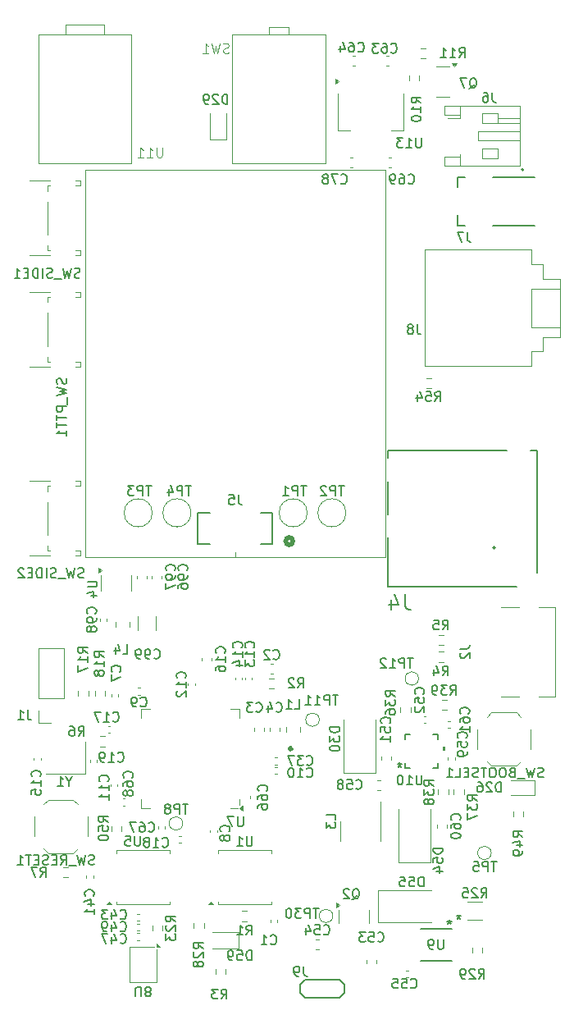
<source format=gbo>
%TF.GenerationSoftware,KiCad,Pcbnew,9.0.0*%
%TF.CreationDate,2025-09-17T13:37:23-06:00*%
%TF.ProjectId,OSS Radio Hardware Design,4f535320-5261-4646-996f-204861726477,rev?*%
%TF.SameCoordinates,Original*%
%TF.FileFunction,Legend,Bot*%
%TF.FilePolarity,Positive*%
%FSLAX46Y46*%
G04 Gerber Fmt 4.6, Leading zero omitted, Abs format (unit mm)*
G04 Created by KiCad (PCBNEW 9.0.0) date 2025-09-17 13:37:23*
%MOMM*%
%LPD*%
G01*
G04 APERTURE LIST*
%ADD10C,0.100000*%
%ADD11C,0.300000*%
%ADD12C,0.150000*%
%ADD13C,0.120000*%
%ADD14C,0.152400*%
%ADD15C,0.508000*%
%ADD16C,0.127000*%
%ADD17C,0.200000*%
%ADD18C,0.000000*%
G04 APERTURE END LIST*
D10*
X82500000Y-100000000D02*
X82500000Y-99500000D01*
D11*
X88377500Y-119750000D02*
G75*
G02*
X88077500Y-119750000I-150000J0D01*
G01*
X88077500Y-119750000D02*
G75*
G02*
X88377500Y-119750000I150000J0D01*
G01*
D10*
X67000000Y-60000000D02*
X98000000Y-60000000D01*
X98000000Y-100000000D01*
X67000000Y-100000000D01*
X67000000Y-60000000D01*
D12*
X81066666Y-145554819D02*
X81399999Y-145078628D01*
X81638094Y-145554819D02*
X81638094Y-144554819D01*
X81638094Y-144554819D02*
X81257142Y-144554819D01*
X81257142Y-144554819D02*
X81161904Y-144602438D01*
X81161904Y-144602438D02*
X81114285Y-144650057D01*
X81114285Y-144650057D02*
X81066666Y-144745295D01*
X81066666Y-144745295D02*
X81066666Y-144888152D01*
X81066666Y-144888152D02*
X81114285Y-144983390D01*
X81114285Y-144983390D02*
X81161904Y-145031009D01*
X81161904Y-145031009D02*
X81257142Y-145078628D01*
X81257142Y-145078628D02*
X81638094Y-145078628D01*
X80733332Y-144554819D02*
X80114285Y-144554819D01*
X80114285Y-144554819D02*
X80447618Y-144935771D01*
X80447618Y-144935771D02*
X80304761Y-144935771D01*
X80304761Y-144935771D02*
X80209523Y-144983390D01*
X80209523Y-144983390D02*
X80161904Y-145031009D01*
X80161904Y-145031009D02*
X80114285Y-145126247D01*
X80114285Y-145126247D02*
X80114285Y-145364342D01*
X80114285Y-145364342D02*
X80161904Y-145459580D01*
X80161904Y-145459580D02*
X80209523Y-145507200D01*
X80209523Y-145507200D02*
X80304761Y-145554819D01*
X80304761Y-145554819D02*
X80590475Y-145554819D01*
X80590475Y-145554819D02*
X80685713Y-145507200D01*
X80685713Y-145507200D02*
X80733332Y-145459580D01*
X83164580Y-109307142D02*
X83212200Y-109259523D01*
X83212200Y-109259523D02*
X83259819Y-109116666D01*
X83259819Y-109116666D02*
X83259819Y-109021428D01*
X83259819Y-109021428D02*
X83212200Y-108878571D01*
X83212200Y-108878571D02*
X83116961Y-108783333D01*
X83116961Y-108783333D02*
X83021723Y-108735714D01*
X83021723Y-108735714D02*
X82831247Y-108688095D01*
X82831247Y-108688095D02*
X82688390Y-108688095D01*
X82688390Y-108688095D02*
X82497914Y-108735714D01*
X82497914Y-108735714D02*
X82402676Y-108783333D01*
X82402676Y-108783333D02*
X82307438Y-108878571D01*
X82307438Y-108878571D02*
X82259819Y-109021428D01*
X82259819Y-109021428D02*
X82259819Y-109116666D01*
X82259819Y-109116666D02*
X82307438Y-109259523D01*
X82307438Y-109259523D02*
X82355057Y-109307142D01*
X83259819Y-110259523D02*
X83259819Y-109688095D01*
X83259819Y-109973809D02*
X82259819Y-109973809D01*
X82259819Y-109973809D02*
X82402676Y-109878571D01*
X82402676Y-109878571D02*
X82497914Y-109783333D01*
X82497914Y-109783333D02*
X82545533Y-109688095D01*
X82593152Y-111116666D02*
X83259819Y-111116666D01*
X82212200Y-110878571D02*
X82926485Y-110640476D01*
X82926485Y-110640476D02*
X82926485Y-111259523D01*
X67976190Y-131657200D02*
X67833333Y-131704819D01*
X67833333Y-131704819D02*
X67595238Y-131704819D01*
X67595238Y-131704819D02*
X67500000Y-131657200D01*
X67500000Y-131657200D02*
X67452381Y-131609580D01*
X67452381Y-131609580D02*
X67404762Y-131514342D01*
X67404762Y-131514342D02*
X67404762Y-131419104D01*
X67404762Y-131419104D02*
X67452381Y-131323866D01*
X67452381Y-131323866D02*
X67500000Y-131276247D01*
X67500000Y-131276247D02*
X67595238Y-131228628D01*
X67595238Y-131228628D02*
X67785714Y-131181009D01*
X67785714Y-131181009D02*
X67880952Y-131133390D01*
X67880952Y-131133390D02*
X67928571Y-131085771D01*
X67928571Y-131085771D02*
X67976190Y-130990533D01*
X67976190Y-130990533D02*
X67976190Y-130895295D01*
X67976190Y-130895295D02*
X67928571Y-130800057D01*
X67928571Y-130800057D02*
X67880952Y-130752438D01*
X67880952Y-130752438D02*
X67785714Y-130704819D01*
X67785714Y-130704819D02*
X67547619Y-130704819D01*
X67547619Y-130704819D02*
X67404762Y-130752438D01*
X67071428Y-130704819D02*
X66833333Y-131704819D01*
X66833333Y-131704819D02*
X66642857Y-130990533D01*
X66642857Y-130990533D02*
X66452381Y-131704819D01*
X66452381Y-131704819D02*
X66214286Y-130704819D01*
X66071429Y-131800057D02*
X65309524Y-131800057D01*
X64500000Y-131704819D02*
X64833333Y-131228628D01*
X65071428Y-131704819D02*
X65071428Y-130704819D01*
X65071428Y-130704819D02*
X64690476Y-130704819D01*
X64690476Y-130704819D02*
X64595238Y-130752438D01*
X64595238Y-130752438D02*
X64547619Y-130800057D01*
X64547619Y-130800057D02*
X64500000Y-130895295D01*
X64500000Y-130895295D02*
X64500000Y-131038152D01*
X64500000Y-131038152D02*
X64547619Y-131133390D01*
X64547619Y-131133390D02*
X64595238Y-131181009D01*
X64595238Y-131181009D02*
X64690476Y-131228628D01*
X64690476Y-131228628D02*
X65071428Y-131228628D01*
X64071428Y-131181009D02*
X63738095Y-131181009D01*
X63595238Y-131704819D02*
X64071428Y-131704819D01*
X64071428Y-131704819D02*
X64071428Y-130704819D01*
X64071428Y-130704819D02*
X63595238Y-130704819D01*
X63214285Y-131657200D02*
X63071428Y-131704819D01*
X63071428Y-131704819D02*
X62833333Y-131704819D01*
X62833333Y-131704819D02*
X62738095Y-131657200D01*
X62738095Y-131657200D02*
X62690476Y-131609580D01*
X62690476Y-131609580D02*
X62642857Y-131514342D01*
X62642857Y-131514342D02*
X62642857Y-131419104D01*
X62642857Y-131419104D02*
X62690476Y-131323866D01*
X62690476Y-131323866D02*
X62738095Y-131276247D01*
X62738095Y-131276247D02*
X62833333Y-131228628D01*
X62833333Y-131228628D02*
X63023809Y-131181009D01*
X63023809Y-131181009D02*
X63119047Y-131133390D01*
X63119047Y-131133390D02*
X63166666Y-131085771D01*
X63166666Y-131085771D02*
X63214285Y-130990533D01*
X63214285Y-130990533D02*
X63214285Y-130895295D01*
X63214285Y-130895295D02*
X63166666Y-130800057D01*
X63166666Y-130800057D02*
X63119047Y-130752438D01*
X63119047Y-130752438D02*
X63023809Y-130704819D01*
X63023809Y-130704819D02*
X62785714Y-130704819D01*
X62785714Y-130704819D02*
X62642857Y-130752438D01*
X62214285Y-131181009D02*
X61880952Y-131181009D01*
X61738095Y-131704819D02*
X62214285Y-131704819D01*
X62214285Y-131704819D02*
X62214285Y-130704819D01*
X62214285Y-130704819D02*
X61738095Y-130704819D01*
X61452380Y-130704819D02*
X60880952Y-130704819D01*
X61166666Y-131704819D02*
X61166666Y-130704819D01*
X60023809Y-131704819D02*
X60595237Y-131704819D01*
X60309523Y-131704819D02*
X60309523Y-130704819D01*
X60309523Y-130704819D02*
X60404761Y-130847676D01*
X60404761Y-130847676D02*
X60499999Y-130942914D01*
X60499999Y-130942914D02*
X60595237Y-130990533D01*
X83666666Y-138954819D02*
X83999999Y-138478628D01*
X84238094Y-138954819D02*
X84238094Y-137954819D01*
X84238094Y-137954819D02*
X83857142Y-137954819D01*
X83857142Y-137954819D02*
X83761904Y-138002438D01*
X83761904Y-138002438D02*
X83714285Y-138050057D01*
X83714285Y-138050057D02*
X83666666Y-138145295D01*
X83666666Y-138145295D02*
X83666666Y-138288152D01*
X83666666Y-138288152D02*
X83714285Y-138383390D01*
X83714285Y-138383390D02*
X83761904Y-138431009D01*
X83761904Y-138431009D02*
X83857142Y-138478628D01*
X83857142Y-138478628D02*
X84238094Y-138478628D01*
X82714285Y-138954819D02*
X83285713Y-138954819D01*
X82999999Y-138954819D02*
X82999999Y-137954819D01*
X82999999Y-137954819D02*
X83095237Y-138097676D01*
X83095237Y-138097676D02*
X83190475Y-138192914D01*
X83190475Y-138192914D02*
X83285713Y-138240533D01*
X101308333Y-75954819D02*
X101308333Y-76669104D01*
X101308333Y-76669104D02*
X101355952Y-76811961D01*
X101355952Y-76811961D02*
X101451190Y-76907200D01*
X101451190Y-76907200D02*
X101594047Y-76954819D01*
X101594047Y-76954819D02*
X101689285Y-76954819D01*
X100689285Y-76383390D02*
X100784523Y-76335771D01*
X100784523Y-76335771D02*
X100832142Y-76288152D01*
X100832142Y-76288152D02*
X100879761Y-76192914D01*
X100879761Y-76192914D02*
X100879761Y-76145295D01*
X100879761Y-76145295D02*
X100832142Y-76050057D01*
X100832142Y-76050057D02*
X100784523Y-76002438D01*
X100784523Y-76002438D02*
X100689285Y-75954819D01*
X100689285Y-75954819D02*
X100498809Y-75954819D01*
X100498809Y-75954819D02*
X100403571Y-76002438D01*
X100403571Y-76002438D02*
X100355952Y-76050057D01*
X100355952Y-76050057D02*
X100308333Y-76145295D01*
X100308333Y-76145295D02*
X100308333Y-76192914D01*
X100308333Y-76192914D02*
X100355952Y-76288152D01*
X100355952Y-76288152D02*
X100403571Y-76335771D01*
X100403571Y-76335771D02*
X100498809Y-76383390D01*
X100498809Y-76383390D02*
X100689285Y-76383390D01*
X100689285Y-76383390D02*
X100784523Y-76431009D01*
X100784523Y-76431009D02*
X100832142Y-76478628D01*
X100832142Y-76478628D02*
X100879761Y-76573866D01*
X100879761Y-76573866D02*
X100879761Y-76764342D01*
X100879761Y-76764342D02*
X100832142Y-76859580D01*
X100832142Y-76859580D02*
X100784523Y-76907200D01*
X100784523Y-76907200D02*
X100689285Y-76954819D01*
X100689285Y-76954819D02*
X100498809Y-76954819D01*
X100498809Y-76954819D02*
X100403571Y-76907200D01*
X100403571Y-76907200D02*
X100355952Y-76859580D01*
X100355952Y-76859580D02*
X100308333Y-76764342D01*
X100308333Y-76764342D02*
X100308333Y-76573866D01*
X100308333Y-76573866D02*
X100355952Y-76478628D01*
X100355952Y-76478628D02*
X100403571Y-76431009D01*
X100403571Y-76431009D02*
X100498809Y-76383390D01*
X114326190Y-122657200D02*
X114183333Y-122704819D01*
X114183333Y-122704819D02*
X113945238Y-122704819D01*
X113945238Y-122704819D02*
X113850000Y-122657200D01*
X113850000Y-122657200D02*
X113802381Y-122609580D01*
X113802381Y-122609580D02*
X113754762Y-122514342D01*
X113754762Y-122514342D02*
X113754762Y-122419104D01*
X113754762Y-122419104D02*
X113802381Y-122323866D01*
X113802381Y-122323866D02*
X113850000Y-122276247D01*
X113850000Y-122276247D02*
X113945238Y-122228628D01*
X113945238Y-122228628D02*
X114135714Y-122181009D01*
X114135714Y-122181009D02*
X114230952Y-122133390D01*
X114230952Y-122133390D02*
X114278571Y-122085771D01*
X114278571Y-122085771D02*
X114326190Y-121990533D01*
X114326190Y-121990533D02*
X114326190Y-121895295D01*
X114326190Y-121895295D02*
X114278571Y-121800057D01*
X114278571Y-121800057D02*
X114230952Y-121752438D01*
X114230952Y-121752438D02*
X114135714Y-121704819D01*
X114135714Y-121704819D02*
X113897619Y-121704819D01*
X113897619Y-121704819D02*
X113754762Y-121752438D01*
X113421428Y-121704819D02*
X113183333Y-122704819D01*
X113183333Y-122704819D02*
X112992857Y-121990533D01*
X112992857Y-121990533D02*
X112802381Y-122704819D01*
X112802381Y-122704819D02*
X112564286Y-121704819D01*
X112421429Y-122800057D02*
X111659524Y-122800057D01*
X111088095Y-122181009D02*
X110945238Y-122228628D01*
X110945238Y-122228628D02*
X110897619Y-122276247D01*
X110897619Y-122276247D02*
X110850000Y-122371485D01*
X110850000Y-122371485D02*
X110850000Y-122514342D01*
X110850000Y-122514342D02*
X110897619Y-122609580D01*
X110897619Y-122609580D02*
X110945238Y-122657200D01*
X110945238Y-122657200D02*
X111040476Y-122704819D01*
X111040476Y-122704819D02*
X111421428Y-122704819D01*
X111421428Y-122704819D02*
X111421428Y-121704819D01*
X111421428Y-121704819D02*
X111088095Y-121704819D01*
X111088095Y-121704819D02*
X110992857Y-121752438D01*
X110992857Y-121752438D02*
X110945238Y-121800057D01*
X110945238Y-121800057D02*
X110897619Y-121895295D01*
X110897619Y-121895295D02*
X110897619Y-121990533D01*
X110897619Y-121990533D02*
X110945238Y-122085771D01*
X110945238Y-122085771D02*
X110992857Y-122133390D01*
X110992857Y-122133390D02*
X111088095Y-122181009D01*
X111088095Y-122181009D02*
X111421428Y-122181009D01*
X110230952Y-121704819D02*
X110040476Y-121704819D01*
X110040476Y-121704819D02*
X109945238Y-121752438D01*
X109945238Y-121752438D02*
X109850000Y-121847676D01*
X109850000Y-121847676D02*
X109802381Y-122038152D01*
X109802381Y-122038152D02*
X109802381Y-122371485D01*
X109802381Y-122371485D02*
X109850000Y-122561961D01*
X109850000Y-122561961D02*
X109945238Y-122657200D01*
X109945238Y-122657200D02*
X110040476Y-122704819D01*
X110040476Y-122704819D02*
X110230952Y-122704819D01*
X110230952Y-122704819D02*
X110326190Y-122657200D01*
X110326190Y-122657200D02*
X110421428Y-122561961D01*
X110421428Y-122561961D02*
X110469047Y-122371485D01*
X110469047Y-122371485D02*
X110469047Y-122038152D01*
X110469047Y-122038152D02*
X110421428Y-121847676D01*
X110421428Y-121847676D02*
X110326190Y-121752438D01*
X110326190Y-121752438D02*
X110230952Y-121704819D01*
X109183333Y-121704819D02*
X108992857Y-121704819D01*
X108992857Y-121704819D02*
X108897619Y-121752438D01*
X108897619Y-121752438D02*
X108802381Y-121847676D01*
X108802381Y-121847676D02*
X108754762Y-122038152D01*
X108754762Y-122038152D02*
X108754762Y-122371485D01*
X108754762Y-122371485D02*
X108802381Y-122561961D01*
X108802381Y-122561961D02*
X108897619Y-122657200D01*
X108897619Y-122657200D02*
X108992857Y-122704819D01*
X108992857Y-122704819D02*
X109183333Y-122704819D01*
X109183333Y-122704819D02*
X109278571Y-122657200D01*
X109278571Y-122657200D02*
X109373809Y-122561961D01*
X109373809Y-122561961D02*
X109421428Y-122371485D01*
X109421428Y-122371485D02*
X109421428Y-122038152D01*
X109421428Y-122038152D02*
X109373809Y-121847676D01*
X109373809Y-121847676D02*
X109278571Y-121752438D01*
X109278571Y-121752438D02*
X109183333Y-121704819D01*
X108469047Y-121704819D02*
X107897619Y-121704819D01*
X108183333Y-122704819D02*
X108183333Y-121704819D01*
X107611904Y-122657200D02*
X107469047Y-122704819D01*
X107469047Y-122704819D02*
X107230952Y-122704819D01*
X107230952Y-122704819D02*
X107135714Y-122657200D01*
X107135714Y-122657200D02*
X107088095Y-122609580D01*
X107088095Y-122609580D02*
X107040476Y-122514342D01*
X107040476Y-122514342D02*
X107040476Y-122419104D01*
X107040476Y-122419104D02*
X107088095Y-122323866D01*
X107088095Y-122323866D02*
X107135714Y-122276247D01*
X107135714Y-122276247D02*
X107230952Y-122228628D01*
X107230952Y-122228628D02*
X107421428Y-122181009D01*
X107421428Y-122181009D02*
X107516666Y-122133390D01*
X107516666Y-122133390D02*
X107564285Y-122085771D01*
X107564285Y-122085771D02*
X107611904Y-121990533D01*
X107611904Y-121990533D02*
X107611904Y-121895295D01*
X107611904Y-121895295D02*
X107564285Y-121800057D01*
X107564285Y-121800057D02*
X107516666Y-121752438D01*
X107516666Y-121752438D02*
X107421428Y-121704819D01*
X107421428Y-121704819D02*
X107183333Y-121704819D01*
X107183333Y-121704819D02*
X107040476Y-121752438D01*
X106611904Y-122181009D02*
X106278571Y-122181009D01*
X106135714Y-122704819D02*
X106611904Y-122704819D01*
X106611904Y-122704819D02*
X106611904Y-121704819D01*
X106611904Y-121704819D02*
X106135714Y-121704819D01*
X105230952Y-122704819D02*
X105707142Y-122704819D01*
X105707142Y-122704819D02*
X105707142Y-121704819D01*
X104373809Y-122704819D02*
X104945237Y-122704819D01*
X104659523Y-122704819D02*
X104659523Y-121704819D01*
X104659523Y-121704819D02*
X104754761Y-121847676D01*
X104754761Y-121847676D02*
X104849999Y-121942914D01*
X104849999Y-121942914D02*
X104945237Y-121990533D01*
X101964285Y-133954819D02*
X101964285Y-132954819D01*
X101964285Y-132954819D02*
X101726190Y-132954819D01*
X101726190Y-132954819D02*
X101583333Y-133002438D01*
X101583333Y-133002438D02*
X101488095Y-133097676D01*
X101488095Y-133097676D02*
X101440476Y-133192914D01*
X101440476Y-133192914D02*
X101392857Y-133383390D01*
X101392857Y-133383390D02*
X101392857Y-133526247D01*
X101392857Y-133526247D02*
X101440476Y-133716723D01*
X101440476Y-133716723D02*
X101488095Y-133811961D01*
X101488095Y-133811961D02*
X101583333Y-133907200D01*
X101583333Y-133907200D02*
X101726190Y-133954819D01*
X101726190Y-133954819D02*
X101964285Y-133954819D01*
X100488095Y-132954819D02*
X100964285Y-132954819D01*
X100964285Y-132954819D02*
X101011904Y-133431009D01*
X101011904Y-133431009D02*
X100964285Y-133383390D01*
X100964285Y-133383390D02*
X100869047Y-133335771D01*
X100869047Y-133335771D02*
X100630952Y-133335771D01*
X100630952Y-133335771D02*
X100535714Y-133383390D01*
X100535714Y-133383390D02*
X100488095Y-133431009D01*
X100488095Y-133431009D02*
X100440476Y-133526247D01*
X100440476Y-133526247D02*
X100440476Y-133764342D01*
X100440476Y-133764342D02*
X100488095Y-133859580D01*
X100488095Y-133859580D02*
X100535714Y-133907200D01*
X100535714Y-133907200D02*
X100630952Y-133954819D01*
X100630952Y-133954819D02*
X100869047Y-133954819D01*
X100869047Y-133954819D02*
X100964285Y-133907200D01*
X100964285Y-133907200D02*
X101011904Y-133859580D01*
X99535714Y-132954819D02*
X100011904Y-132954819D01*
X100011904Y-132954819D02*
X100059523Y-133431009D01*
X100059523Y-133431009D02*
X100011904Y-133383390D01*
X100011904Y-133383390D02*
X99916666Y-133335771D01*
X99916666Y-133335771D02*
X99678571Y-133335771D01*
X99678571Y-133335771D02*
X99583333Y-133383390D01*
X99583333Y-133383390D02*
X99535714Y-133431009D01*
X99535714Y-133431009D02*
X99488095Y-133526247D01*
X99488095Y-133526247D02*
X99488095Y-133764342D01*
X99488095Y-133764342D02*
X99535714Y-133859580D01*
X99535714Y-133859580D02*
X99583333Y-133907200D01*
X99583333Y-133907200D02*
X99678571Y-133954819D01*
X99678571Y-133954819D02*
X99916666Y-133954819D01*
X99916666Y-133954819D02*
X100011904Y-133907200D01*
X100011904Y-133907200D02*
X100059523Y-133859580D01*
X93442857Y-61359580D02*
X93490476Y-61407200D01*
X93490476Y-61407200D02*
X93633333Y-61454819D01*
X93633333Y-61454819D02*
X93728571Y-61454819D01*
X93728571Y-61454819D02*
X93871428Y-61407200D01*
X93871428Y-61407200D02*
X93966666Y-61311961D01*
X93966666Y-61311961D02*
X94014285Y-61216723D01*
X94014285Y-61216723D02*
X94061904Y-61026247D01*
X94061904Y-61026247D02*
X94061904Y-60883390D01*
X94061904Y-60883390D02*
X94014285Y-60692914D01*
X94014285Y-60692914D02*
X93966666Y-60597676D01*
X93966666Y-60597676D02*
X93871428Y-60502438D01*
X93871428Y-60502438D02*
X93728571Y-60454819D01*
X93728571Y-60454819D02*
X93633333Y-60454819D01*
X93633333Y-60454819D02*
X93490476Y-60502438D01*
X93490476Y-60502438D02*
X93442857Y-60550057D01*
X93109523Y-60454819D02*
X92442857Y-60454819D01*
X92442857Y-60454819D02*
X92871428Y-61454819D01*
X91919047Y-60883390D02*
X92014285Y-60835771D01*
X92014285Y-60835771D02*
X92061904Y-60788152D01*
X92061904Y-60788152D02*
X92109523Y-60692914D01*
X92109523Y-60692914D02*
X92109523Y-60645295D01*
X92109523Y-60645295D02*
X92061904Y-60550057D01*
X92061904Y-60550057D02*
X92014285Y-60502438D01*
X92014285Y-60502438D02*
X91919047Y-60454819D01*
X91919047Y-60454819D02*
X91728571Y-60454819D01*
X91728571Y-60454819D02*
X91633333Y-60502438D01*
X91633333Y-60502438D02*
X91585714Y-60550057D01*
X91585714Y-60550057D02*
X91538095Y-60645295D01*
X91538095Y-60645295D02*
X91538095Y-60692914D01*
X91538095Y-60692914D02*
X91585714Y-60788152D01*
X91585714Y-60788152D02*
X91633333Y-60835771D01*
X91633333Y-60835771D02*
X91728571Y-60883390D01*
X91728571Y-60883390D02*
X91919047Y-60883390D01*
X91919047Y-60883390D02*
X92014285Y-60931009D01*
X92014285Y-60931009D02*
X92061904Y-60978628D01*
X92061904Y-60978628D02*
X92109523Y-61073866D01*
X92109523Y-61073866D02*
X92109523Y-61264342D01*
X92109523Y-61264342D02*
X92061904Y-61359580D01*
X92061904Y-61359580D02*
X92014285Y-61407200D01*
X92014285Y-61407200D02*
X91919047Y-61454819D01*
X91919047Y-61454819D02*
X91728571Y-61454819D01*
X91728571Y-61454819D02*
X91633333Y-61407200D01*
X91633333Y-61407200D02*
X91585714Y-61359580D01*
X91585714Y-61359580D02*
X91538095Y-61264342D01*
X91538095Y-61264342D02*
X91538095Y-61073866D01*
X91538095Y-61073866D02*
X91585714Y-60978628D01*
X91585714Y-60978628D02*
X91633333Y-60931009D01*
X91633333Y-60931009D02*
X91728571Y-60883390D01*
X103024819Y-123582142D02*
X102548628Y-123248809D01*
X103024819Y-123010714D02*
X102024819Y-123010714D01*
X102024819Y-123010714D02*
X102024819Y-123391666D01*
X102024819Y-123391666D02*
X102072438Y-123486904D01*
X102072438Y-123486904D02*
X102120057Y-123534523D01*
X102120057Y-123534523D02*
X102215295Y-123582142D01*
X102215295Y-123582142D02*
X102358152Y-123582142D01*
X102358152Y-123582142D02*
X102453390Y-123534523D01*
X102453390Y-123534523D02*
X102501009Y-123486904D01*
X102501009Y-123486904D02*
X102548628Y-123391666D01*
X102548628Y-123391666D02*
X102548628Y-123010714D01*
X102024819Y-123915476D02*
X102024819Y-124534523D01*
X102024819Y-124534523D02*
X102405771Y-124201190D01*
X102405771Y-124201190D02*
X102405771Y-124344047D01*
X102405771Y-124344047D02*
X102453390Y-124439285D01*
X102453390Y-124439285D02*
X102501009Y-124486904D01*
X102501009Y-124486904D02*
X102596247Y-124534523D01*
X102596247Y-124534523D02*
X102834342Y-124534523D01*
X102834342Y-124534523D02*
X102929580Y-124486904D01*
X102929580Y-124486904D02*
X102977200Y-124439285D01*
X102977200Y-124439285D02*
X103024819Y-124344047D01*
X103024819Y-124344047D02*
X103024819Y-124058333D01*
X103024819Y-124058333D02*
X102977200Y-123963095D01*
X102977200Y-123963095D02*
X102929580Y-123915476D01*
X102453390Y-125105952D02*
X102405771Y-125010714D01*
X102405771Y-125010714D02*
X102358152Y-124963095D01*
X102358152Y-124963095D02*
X102262914Y-124915476D01*
X102262914Y-124915476D02*
X102215295Y-124915476D01*
X102215295Y-124915476D02*
X102120057Y-124963095D01*
X102120057Y-124963095D02*
X102072438Y-125010714D01*
X102072438Y-125010714D02*
X102024819Y-125105952D01*
X102024819Y-125105952D02*
X102024819Y-125296428D01*
X102024819Y-125296428D02*
X102072438Y-125391666D01*
X102072438Y-125391666D02*
X102120057Y-125439285D01*
X102120057Y-125439285D02*
X102215295Y-125486904D01*
X102215295Y-125486904D02*
X102262914Y-125486904D01*
X102262914Y-125486904D02*
X102358152Y-125439285D01*
X102358152Y-125439285D02*
X102405771Y-125391666D01*
X102405771Y-125391666D02*
X102453390Y-125296428D01*
X102453390Y-125296428D02*
X102453390Y-125105952D01*
X102453390Y-125105952D02*
X102501009Y-125010714D01*
X102501009Y-125010714D02*
X102548628Y-124963095D01*
X102548628Y-124963095D02*
X102643866Y-124915476D01*
X102643866Y-124915476D02*
X102834342Y-124915476D01*
X102834342Y-124915476D02*
X102929580Y-124963095D01*
X102929580Y-124963095D02*
X102977200Y-125010714D01*
X102977200Y-125010714D02*
X103024819Y-125105952D01*
X103024819Y-125105952D02*
X103024819Y-125296428D01*
X103024819Y-125296428D02*
X102977200Y-125391666D01*
X102977200Y-125391666D02*
X102929580Y-125439285D01*
X102929580Y-125439285D02*
X102834342Y-125486904D01*
X102834342Y-125486904D02*
X102643866Y-125486904D01*
X102643866Y-125486904D02*
X102548628Y-125439285D01*
X102548628Y-125439285D02*
X102501009Y-125391666D01*
X102501009Y-125391666D02*
X102453390Y-125296428D01*
X86166666Y-139859580D02*
X86214285Y-139907200D01*
X86214285Y-139907200D02*
X86357142Y-139954819D01*
X86357142Y-139954819D02*
X86452380Y-139954819D01*
X86452380Y-139954819D02*
X86595237Y-139907200D01*
X86595237Y-139907200D02*
X86690475Y-139811961D01*
X86690475Y-139811961D02*
X86738094Y-139716723D01*
X86738094Y-139716723D02*
X86785713Y-139526247D01*
X86785713Y-139526247D02*
X86785713Y-139383390D01*
X86785713Y-139383390D02*
X86738094Y-139192914D01*
X86738094Y-139192914D02*
X86690475Y-139097676D01*
X86690475Y-139097676D02*
X86595237Y-139002438D01*
X86595237Y-139002438D02*
X86452380Y-138954819D01*
X86452380Y-138954819D02*
X86357142Y-138954819D01*
X86357142Y-138954819D02*
X86214285Y-139002438D01*
X86214285Y-139002438D02*
X86166666Y-139050057D01*
X85214285Y-139954819D02*
X85785713Y-139954819D01*
X85499999Y-139954819D02*
X85499999Y-138954819D01*
X85499999Y-138954819D02*
X85595237Y-139097676D01*
X85595237Y-139097676D02*
X85690475Y-139192914D01*
X85690475Y-139192914D02*
X85785713Y-139240533D01*
X70642857Y-139745580D02*
X70690476Y-139793200D01*
X70690476Y-139793200D02*
X70833333Y-139840819D01*
X70833333Y-139840819D02*
X70928571Y-139840819D01*
X70928571Y-139840819D02*
X71071428Y-139793200D01*
X71071428Y-139793200D02*
X71166666Y-139697961D01*
X71166666Y-139697961D02*
X71214285Y-139602723D01*
X71214285Y-139602723D02*
X71261904Y-139412247D01*
X71261904Y-139412247D02*
X71261904Y-139269390D01*
X71261904Y-139269390D02*
X71214285Y-139078914D01*
X71214285Y-139078914D02*
X71166666Y-138983676D01*
X71166666Y-138983676D02*
X71071428Y-138888438D01*
X71071428Y-138888438D02*
X70928571Y-138840819D01*
X70928571Y-138840819D02*
X70833333Y-138840819D01*
X70833333Y-138840819D02*
X70690476Y-138888438D01*
X70690476Y-138888438D02*
X70642857Y-138936057D01*
X69785714Y-139174152D02*
X69785714Y-139840819D01*
X70023809Y-138793200D02*
X70261904Y-139507485D01*
X70261904Y-139507485D02*
X69642857Y-139507485D01*
X69357142Y-138840819D02*
X68690476Y-138840819D01*
X68690476Y-138840819D02*
X69119047Y-139840819D01*
X84261904Y-128799819D02*
X84261904Y-129609342D01*
X84261904Y-129609342D02*
X84214285Y-129704580D01*
X84214285Y-129704580D02*
X84166666Y-129752200D01*
X84166666Y-129752200D02*
X84071428Y-129799819D01*
X84071428Y-129799819D02*
X83880952Y-129799819D01*
X83880952Y-129799819D02*
X83785714Y-129752200D01*
X83785714Y-129752200D02*
X83738095Y-129704580D01*
X83738095Y-129704580D02*
X83690476Y-129609342D01*
X83690476Y-129609342D02*
X83690476Y-128799819D01*
X82690476Y-129799819D02*
X83261904Y-129799819D01*
X82976190Y-129799819D02*
X82976190Y-128799819D01*
X82976190Y-128799819D02*
X83071428Y-128942676D01*
X83071428Y-128942676D02*
X83166666Y-129037914D01*
X83166666Y-129037914D02*
X83261904Y-129085533D01*
X72711904Y-128754819D02*
X72711904Y-129564342D01*
X72711904Y-129564342D02*
X72664285Y-129659580D01*
X72664285Y-129659580D02*
X72616666Y-129707200D01*
X72616666Y-129707200D02*
X72521428Y-129754819D01*
X72521428Y-129754819D02*
X72330952Y-129754819D01*
X72330952Y-129754819D02*
X72235714Y-129707200D01*
X72235714Y-129707200D02*
X72188095Y-129659580D01*
X72188095Y-129659580D02*
X72140476Y-129564342D01*
X72140476Y-129564342D02*
X72140476Y-128754819D01*
X71188095Y-128754819D02*
X71664285Y-128754819D01*
X71664285Y-128754819D02*
X71711904Y-129231009D01*
X71711904Y-129231009D02*
X71664285Y-129183390D01*
X71664285Y-129183390D02*
X71569047Y-129135771D01*
X71569047Y-129135771D02*
X71330952Y-129135771D01*
X71330952Y-129135771D02*
X71235714Y-129183390D01*
X71235714Y-129183390D02*
X71188095Y-129231009D01*
X71188095Y-129231009D02*
X71140476Y-129326247D01*
X71140476Y-129326247D02*
X71140476Y-129564342D01*
X71140476Y-129564342D02*
X71188095Y-129659580D01*
X71188095Y-129659580D02*
X71235714Y-129707200D01*
X71235714Y-129707200D02*
X71330952Y-129754819D01*
X71330952Y-129754819D02*
X71569047Y-129754819D01*
X71569047Y-129754819D02*
X71664285Y-129707200D01*
X71664285Y-129707200D02*
X71711904Y-129659580D01*
X67254819Y-102488095D02*
X68064342Y-102488095D01*
X68064342Y-102488095D02*
X68159580Y-102535714D01*
X68159580Y-102535714D02*
X68207200Y-102583333D01*
X68207200Y-102583333D02*
X68254819Y-102678571D01*
X68254819Y-102678571D02*
X68254819Y-102869047D01*
X68254819Y-102869047D02*
X68207200Y-102964285D01*
X68207200Y-102964285D02*
X68159580Y-103011904D01*
X68159580Y-103011904D02*
X68064342Y-103059523D01*
X68064342Y-103059523D02*
X67254819Y-103059523D01*
X67588152Y-103964285D02*
X68254819Y-103964285D01*
X67207200Y-103726190D02*
X67921485Y-103488095D01*
X67921485Y-103488095D02*
X67921485Y-104107142D01*
X69404819Y-127307142D02*
X68928628Y-126973809D01*
X69404819Y-126735714D02*
X68404819Y-126735714D01*
X68404819Y-126735714D02*
X68404819Y-127116666D01*
X68404819Y-127116666D02*
X68452438Y-127211904D01*
X68452438Y-127211904D02*
X68500057Y-127259523D01*
X68500057Y-127259523D02*
X68595295Y-127307142D01*
X68595295Y-127307142D02*
X68738152Y-127307142D01*
X68738152Y-127307142D02*
X68833390Y-127259523D01*
X68833390Y-127259523D02*
X68881009Y-127211904D01*
X68881009Y-127211904D02*
X68928628Y-127116666D01*
X68928628Y-127116666D02*
X68928628Y-126735714D01*
X68404819Y-128211904D02*
X68404819Y-127735714D01*
X68404819Y-127735714D02*
X68881009Y-127688095D01*
X68881009Y-127688095D02*
X68833390Y-127735714D01*
X68833390Y-127735714D02*
X68785771Y-127830952D01*
X68785771Y-127830952D02*
X68785771Y-128069047D01*
X68785771Y-128069047D02*
X68833390Y-128164285D01*
X68833390Y-128164285D02*
X68881009Y-128211904D01*
X68881009Y-128211904D02*
X68976247Y-128259523D01*
X68976247Y-128259523D02*
X69214342Y-128259523D01*
X69214342Y-128259523D02*
X69309580Y-128211904D01*
X69309580Y-128211904D02*
X69357200Y-128164285D01*
X69357200Y-128164285D02*
X69404819Y-128069047D01*
X69404819Y-128069047D02*
X69404819Y-127830952D01*
X69404819Y-127830952D02*
X69357200Y-127735714D01*
X69357200Y-127735714D02*
X69309580Y-127688095D01*
X68404819Y-128878571D02*
X68404819Y-128973809D01*
X68404819Y-128973809D02*
X68452438Y-129069047D01*
X68452438Y-129069047D02*
X68500057Y-129116666D01*
X68500057Y-129116666D02*
X68595295Y-129164285D01*
X68595295Y-129164285D02*
X68785771Y-129211904D01*
X68785771Y-129211904D02*
X69023866Y-129211904D01*
X69023866Y-129211904D02*
X69214342Y-129164285D01*
X69214342Y-129164285D02*
X69309580Y-129116666D01*
X69309580Y-129116666D02*
X69357200Y-129069047D01*
X69357200Y-129069047D02*
X69404819Y-128973809D01*
X69404819Y-128973809D02*
X69404819Y-128878571D01*
X69404819Y-128878571D02*
X69357200Y-128783333D01*
X69357200Y-128783333D02*
X69309580Y-128735714D01*
X69309580Y-128735714D02*
X69214342Y-128688095D01*
X69214342Y-128688095D02*
X69023866Y-128640476D01*
X69023866Y-128640476D02*
X68785771Y-128640476D01*
X68785771Y-128640476D02*
X68595295Y-128688095D01*
X68595295Y-128688095D02*
X68500057Y-128735714D01*
X68500057Y-128735714D02*
X68452438Y-128783333D01*
X68452438Y-128783333D02*
X68404819Y-128878571D01*
X93292319Y-117510714D02*
X92292319Y-117510714D01*
X92292319Y-117510714D02*
X92292319Y-117748809D01*
X92292319Y-117748809D02*
X92339938Y-117891666D01*
X92339938Y-117891666D02*
X92435176Y-117986904D01*
X92435176Y-117986904D02*
X92530414Y-118034523D01*
X92530414Y-118034523D02*
X92720890Y-118082142D01*
X92720890Y-118082142D02*
X92863747Y-118082142D01*
X92863747Y-118082142D02*
X93054223Y-118034523D01*
X93054223Y-118034523D02*
X93149461Y-117986904D01*
X93149461Y-117986904D02*
X93244700Y-117891666D01*
X93244700Y-117891666D02*
X93292319Y-117748809D01*
X93292319Y-117748809D02*
X93292319Y-117510714D01*
X92292319Y-118415476D02*
X92292319Y-119034523D01*
X92292319Y-119034523D02*
X92673271Y-118701190D01*
X92673271Y-118701190D02*
X92673271Y-118844047D01*
X92673271Y-118844047D02*
X92720890Y-118939285D01*
X92720890Y-118939285D02*
X92768509Y-118986904D01*
X92768509Y-118986904D02*
X92863747Y-119034523D01*
X92863747Y-119034523D02*
X93101842Y-119034523D01*
X93101842Y-119034523D02*
X93197080Y-118986904D01*
X93197080Y-118986904D02*
X93244700Y-118939285D01*
X93244700Y-118939285D02*
X93292319Y-118844047D01*
X93292319Y-118844047D02*
X93292319Y-118558333D01*
X93292319Y-118558333D02*
X93244700Y-118463095D01*
X93244700Y-118463095D02*
X93197080Y-118415476D01*
X92292319Y-119653571D02*
X92292319Y-119748809D01*
X92292319Y-119748809D02*
X92339938Y-119844047D01*
X92339938Y-119844047D02*
X92387557Y-119891666D01*
X92387557Y-119891666D02*
X92482795Y-119939285D01*
X92482795Y-119939285D02*
X92673271Y-119986904D01*
X92673271Y-119986904D02*
X92911366Y-119986904D01*
X92911366Y-119986904D02*
X93101842Y-119939285D01*
X93101842Y-119939285D02*
X93197080Y-119891666D01*
X93197080Y-119891666D02*
X93244700Y-119844047D01*
X93244700Y-119844047D02*
X93292319Y-119748809D01*
X93292319Y-119748809D02*
X93292319Y-119653571D01*
X93292319Y-119653571D02*
X93244700Y-119558333D01*
X93244700Y-119558333D02*
X93197080Y-119510714D01*
X93197080Y-119510714D02*
X93101842Y-119463095D01*
X93101842Y-119463095D02*
X92911366Y-119415476D01*
X92911366Y-119415476D02*
X92673271Y-119415476D01*
X92673271Y-119415476D02*
X92482795Y-119463095D01*
X92482795Y-119463095D02*
X92387557Y-119510714D01*
X92387557Y-119510714D02*
X92339938Y-119558333D01*
X92339938Y-119558333D02*
X92292319Y-119653571D01*
X66480951Y-71107200D02*
X66338094Y-71154819D01*
X66338094Y-71154819D02*
X66099999Y-71154819D01*
X66099999Y-71154819D02*
X66004761Y-71107200D01*
X66004761Y-71107200D02*
X65957142Y-71059580D01*
X65957142Y-71059580D02*
X65909523Y-70964342D01*
X65909523Y-70964342D02*
X65909523Y-70869104D01*
X65909523Y-70869104D02*
X65957142Y-70773866D01*
X65957142Y-70773866D02*
X66004761Y-70726247D01*
X66004761Y-70726247D02*
X66099999Y-70678628D01*
X66099999Y-70678628D02*
X66290475Y-70631009D01*
X66290475Y-70631009D02*
X66385713Y-70583390D01*
X66385713Y-70583390D02*
X66433332Y-70535771D01*
X66433332Y-70535771D02*
X66480951Y-70440533D01*
X66480951Y-70440533D02*
X66480951Y-70345295D01*
X66480951Y-70345295D02*
X66433332Y-70250057D01*
X66433332Y-70250057D02*
X66385713Y-70202438D01*
X66385713Y-70202438D02*
X66290475Y-70154819D01*
X66290475Y-70154819D02*
X66052380Y-70154819D01*
X66052380Y-70154819D02*
X65909523Y-70202438D01*
X65576189Y-70154819D02*
X65338094Y-71154819D01*
X65338094Y-71154819D02*
X65147618Y-70440533D01*
X65147618Y-70440533D02*
X64957142Y-71154819D01*
X64957142Y-71154819D02*
X64719047Y-70154819D01*
X64576190Y-71250057D02*
X63814285Y-71250057D01*
X63623808Y-71107200D02*
X63480951Y-71154819D01*
X63480951Y-71154819D02*
X63242856Y-71154819D01*
X63242856Y-71154819D02*
X63147618Y-71107200D01*
X63147618Y-71107200D02*
X63099999Y-71059580D01*
X63099999Y-71059580D02*
X63052380Y-70964342D01*
X63052380Y-70964342D02*
X63052380Y-70869104D01*
X63052380Y-70869104D02*
X63099999Y-70773866D01*
X63099999Y-70773866D02*
X63147618Y-70726247D01*
X63147618Y-70726247D02*
X63242856Y-70678628D01*
X63242856Y-70678628D02*
X63433332Y-70631009D01*
X63433332Y-70631009D02*
X63528570Y-70583390D01*
X63528570Y-70583390D02*
X63576189Y-70535771D01*
X63576189Y-70535771D02*
X63623808Y-70440533D01*
X63623808Y-70440533D02*
X63623808Y-70345295D01*
X63623808Y-70345295D02*
X63576189Y-70250057D01*
X63576189Y-70250057D02*
X63528570Y-70202438D01*
X63528570Y-70202438D02*
X63433332Y-70154819D01*
X63433332Y-70154819D02*
X63195237Y-70154819D01*
X63195237Y-70154819D02*
X63052380Y-70202438D01*
X62623808Y-71154819D02*
X62623808Y-70154819D01*
X62147618Y-71154819D02*
X62147618Y-70154819D01*
X62147618Y-70154819D02*
X61909523Y-70154819D01*
X61909523Y-70154819D02*
X61766666Y-70202438D01*
X61766666Y-70202438D02*
X61671428Y-70297676D01*
X61671428Y-70297676D02*
X61623809Y-70392914D01*
X61623809Y-70392914D02*
X61576190Y-70583390D01*
X61576190Y-70583390D02*
X61576190Y-70726247D01*
X61576190Y-70726247D02*
X61623809Y-70916723D01*
X61623809Y-70916723D02*
X61671428Y-71011961D01*
X61671428Y-71011961D02*
X61766666Y-71107200D01*
X61766666Y-71107200D02*
X61909523Y-71154819D01*
X61909523Y-71154819D02*
X62147618Y-71154819D01*
X61147618Y-70631009D02*
X60814285Y-70631009D01*
X60671428Y-71154819D02*
X61147618Y-71154819D01*
X61147618Y-71154819D02*
X61147618Y-70154819D01*
X61147618Y-70154819D02*
X60671428Y-70154819D01*
X59719047Y-71154819D02*
X60290475Y-71154819D01*
X60004761Y-71154819D02*
X60004761Y-70154819D01*
X60004761Y-70154819D02*
X60099999Y-70297676D01*
X60099999Y-70297676D02*
X60195237Y-70392914D01*
X60195237Y-70392914D02*
X60290475Y-70440533D01*
X93766803Y-92603769D02*
X93195375Y-92603769D01*
X93481089Y-93603769D02*
X93481089Y-92603769D01*
X92862041Y-93603769D02*
X92862041Y-92603769D01*
X92862041Y-92603769D02*
X92481089Y-92603769D01*
X92481089Y-92603769D02*
X92385851Y-92651388D01*
X92385851Y-92651388D02*
X92338232Y-92699007D01*
X92338232Y-92699007D02*
X92290613Y-92794245D01*
X92290613Y-92794245D02*
X92290613Y-92937102D01*
X92290613Y-92937102D02*
X92338232Y-93032340D01*
X92338232Y-93032340D02*
X92385851Y-93079959D01*
X92385851Y-93079959D02*
X92481089Y-93127578D01*
X92481089Y-93127578D02*
X92862041Y-93127578D01*
X91909660Y-92699007D02*
X91862041Y-92651388D01*
X91862041Y-92651388D02*
X91766803Y-92603769D01*
X91766803Y-92603769D02*
X91528708Y-92603769D01*
X91528708Y-92603769D02*
X91433470Y-92651388D01*
X91433470Y-92651388D02*
X91385851Y-92699007D01*
X91385851Y-92699007D02*
X91338232Y-92794245D01*
X91338232Y-92794245D02*
X91338232Y-92889483D01*
X91338232Y-92889483D02*
X91385851Y-93032340D01*
X91385851Y-93032340D02*
X91957279Y-93603769D01*
X91957279Y-93603769D02*
X91338232Y-93603769D01*
X100888094Y-110404819D02*
X100316666Y-110404819D01*
X100602380Y-111404819D02*
X100602380Y-110404819D01*
X99983332Y-111404819D02*
X99983332Y-110404819D01*
X99983332Y-110404819D02*
X99602380Y-110404819D01*
X99602380Y-110404819D02*
X99507142Y-110452438D01*
X99507142Y-110452438D02*
X99459523Y-110500057D01*
X99459523Y-110500057D02*
X99411904Y-110595295D01*
X99411904Y-110595295D02*
X99411904Y-110738152D01*
X99411904Y-110738152D02*
X99459523Y-110833390D01*
X99459523Y-110833390D02*
X99507142Y-110881009D01*
X99507142Y-110881009D02*
X99602380Y-110928628D01*
X99602380Y-110928628D02*
X99983332Y-110928628D01*
X98459523Y-111404819D02*
X99030951Y-111404819D01*
X98745237Y-111404819D02*
X98745237Y-110404819D01*
X98745237Y-110404819D02*
X98840475Y-110547676D01*
X98840475Y-110547676D02*
X98935713Y-110642914D01*
X98935713Y-110642914D02*
X99030951Y-110690533D01*
X98078570Y-110500057D02*
X98030951Y-110452438D01*
X98030951Y-110452438D02*
X97935713Y-110404819D01*
X97935713Y-110404819D02*
X97697618Y-110404819D01*
X97697618Y-110404819D02*
X97602380Y-110452438D01*
X97602380Y-110452438D02*
X97554761Y-110500057D01*
X97554761Y-110500057D02*
X97507142Y-110595295D01*
X97507142Y-110595295D02*
X97507142Y-110690533D01*
X97507142Y-110690533D02*
X97554761Y-110833390D01*
X97554761Y-110833390D02*
X98126189Y-111404819D01*
X98126189Y-111404819D02*
X97507142Y-111404819D01*
X77966801Y-92603769D02*
X77395373Y-92603769D01*
X77681087Y-93603769D02*
X77681087Y-92603769D01*
X77062039Y-93603769D02*
X77062039Y-92603769D01*
X77062039Y-92603769D02*
X76681087Y-92603769D01*
X76681087Y-92603769D02*
X76585849Y-92651388D01*
X76585849Y-92651388D02*
X76538230Y-92699007D01*
X76538230Y-92699007D02*
X76490611Y-92794245D01*
X76490611Y-92794245D02*
X76490611Y-92937102D01*
X76490611Y-92937102D02*
X76538230Y-93032340D01*
X76538230Y-93032340D02*
X76585849Y-93079959D01*
X76585849Y-93079959D02*
X76681087Y-93127578D01*
X76681087Y-93127578D02*
X77062039Y-93127578D01*
X75633468Y-92937102D02*
X75633468Y-93603769D01*
X75871563Y-92556150D02*
X76109658Y-93270435D01*
X76109658Y-93270435D02*
X75490611Y-93270435D01*
X92894819Y-127063333D02*
X92894819Y-126587143D01*
X92894819Y-126587143D02*
X91894819Y-126587143D01*
X91894819Y-127301429D02*
X91894819Y-127920476D01*
X91894819Y-127920476D02*
X92275771Y-127587143D01*
X92275771Y-127587143D02*
X92275771Y-127730000D01*
X92275771Y-127730000D02*
X92323390Y-127825238D01*
X92323390Y-127825238D02*
X92371009Y-127872857D01*
X92371009Y-127872857D02*
X92466247Y-127920476D01*
X92466247Y-127920476D02*
X92704342Y-127920476D01*
X92704342Y-127920476D02*
X92799580Y-127872857D01*
X92799580Y-127872857D02*
X92847200Y-127825238D01*
X92847200Y-127825238D02*
X92894819Y-127730000D01*
X92894819Y-127730000D02*
X92894819Y-127444286D01*
X92894819Y-127444286D02*
X92847200Y-127349048D01*
X92847200Y-127349048D02*
X92799580Y-127301429D01*
D10*
X74988094Y-57707419D02*
X74988094Y-58516942D01*
X74988094Y-58516942D02*
X74940475Y-58612180D01*
X74940475Y-58612180D02*
X74892856Y-58659800D01*
X74892856Y-58659800D02*
X74797618Y-58707419D01*
X74797618Y-58707419D02*
X74607142Y-58707419D01*
X74607142Y-58707419D02*
X74511904Y-58659800D01*
X74511904Y-58659800D02*
X74464285Y-58612180D01*
X74464285Y-58612180D02*
X74416666Y-58516942D01*
X74416666Y-58516942D02*
X74416666Y-57707419D01*
X73416666Y-58707419D02*
X73988094Y-58707419D01*
X73702380Y-58707419D02*
X73702380Y-57707419D01*
X73702380Y-57707419D02*
X73797618Y-57850276D01*
X73797618Y-57850276D02*
X73892856Y-57945514D01*
X73892856Y-57945514D02*
X73988094Y-57993133D01*
X72464285Y-58707419D02*
X73035713Y-58707419D01*
X72749999Y-58707419D02*
X72749999Y-57707419D01*
X72749999Y-57707419D02*
X72845237Y-57850276D01*
X72845237Y-57850276D02*
X72940475Y-57945514D01*
X72940475Y-57945514D02*
X73035713Y-57993133D01*
D12*
X65376190Y-123128628D02*
X65376190Y-123604819D01*
X65709523Y-122604819D02*
X65376190Y-123128628D01*
X65376190Y-123128628D02*
X65042857Y-122604819D01*
X64185714Y-123604819D02*
X64757142Y-123604819D01*
X64471428Y-123604819D02*
X64471428Y-122604819D01*
X64471428Y-122604819D02*
X64566666Y-122747676D01*
X64566666Y-122747676D02*
X64661904Y-122842914D01*
X64661904Y-122842914D02*
X64757142Y-122890533D01*
X101947080Y-114082142D02*
X101994700Y-114034523D01*
X101994700Y-114034523D02*
X102042319Y-113891666D01*
X102042319Y-113891666D02*
X102042319Y-113796428D01*
X102042319Y-113796428D02*
X101994700Y-113653571D01*
X101994700Y-113653571D02*
X101899461Y-113558333D01*
X101899461Y-113558333D02*
X101804223Y-113510714D01*
X101804223Y-113510714D02*
X101613747Y-113463095D01*
X101613747Y-113463095D02*
X101470890Y-113463095D01*
X101470890Y-113463095D02*
X101280414Y-113510714D01*
X101280414Y-113510714D02*
X101185176Y-113558333D01*
X101185176Y-113558333D02*
X101089938Y-113653571D01*
X101089938Y-113653571D02*
X101042319Y-113796428D01*
X101042319Y-113796428D02*
X101042319Y-113891666D01*
X101042319Y-113891666D02*
X101089938Y-114034523D01*
X101089938Y-114034523D02*
X101137557Y-114082142D01*
X101042319Y-114986904D02*
X101042319Y-114510714D01*
X101042319Y-114510714D02*
X101518509Y-114463095D01*
X101518509Y-114463095D02*
X101470890Y-114510714D01*
X101470890Y-114510714D02*
X101423271Y-114605952D01*
X101423271Y-114605952D02*
X101423271Y-114844047D01*
X101423271Y-114844047D02*
X101470890Y-114939285D01*
X101470890Y-114939285D02*
X101518509Y-114986904D01*
X101518509Y-114986904D02*
X101613747Y-115034523D01*
X101613747Y-115034523D02*
X101851842Y-115034523D01*
X101851842Y-115034523D02*
X101947080Y-114986904D01*
X101947080Y-114986904D02*
X101994700Y-114939285D01*
X101994700Y-114939285D02*
X102042319Y-114844047D01*
X102042319Y-114844047D02*
X102042319Y-114605952D01*
X102042319Y-114605952D02*
X101994700Y-114510714D01*
X101994700Y-114510714D02*
X101947080Y-114463095D01*
X101137557Y-115415476D02*
X101089938Y-115463095D01*
X101089938Y-115463095D02*
X101042319Y-115558333D01*
X101042319Y-115558333D02*
X101042319Y-115796428D01*
X101042319Y-115796428D02*
X101089938Y-115891666D01*
X101089938Y-115891666D02*
X101137557Y-115939285D01*
X101137557Y-115939285D02*
X101232795Y-115986904D01*
X101232795Y-115986904D02*
X101328033Y-115986904D01*
X101328033Y-115986904D02*
X101470890Y-115939285D01*
X101470890Y-115939285D02*
X102042319Y-115367857D01*
X102042319Y-115367857D02*
X102042319Y-115986904D01*
X86736666Y-115859580D02*
X86784285Y-115907200D01*
X86784285Y-115907200D02*
X86927142Y-115954819D01*
X86927142Y-115954819D02*
X87022380Y-115954819D01*
X87022380Y-115954819D02*
X87165237Y-115907200D01*
X87165237Y-115907200D02*
X87260475Y-115811961D01*
X87260475Y-115811961D02*
X87308094Y-115716723D01*
X87308094Y-115716723D02*
X87355713Y-115526247D01*
X87355713Y-115526247D02*
X87355713Y-115383390D01*
X87355713Y-115383390D02*
X87308094Y-115192914D01*
X87308094Y-115192914D02*
X87260475Y-115097676D01*
X87260475Y-115097676D02*
X87165237Y-115002438D01*
X87165237Y-115002438D02*
X87022380Y-114954819D01*
X87022380Y-114954819D02*
X86927142Y-114954819D01*
X86927142Y-114954819D02*
X86784285Y-115002438D01*
X86784285Y-115002438D02*
X86736666Y-115050057D01*
X85879523Y-115288152D02*
X85879523Y-115954819D01*
X86117618Y-114907200D02*
X86355713Y-115621485D01*
X86355713Y-115621485D02*
X85736666Y-115621485D01*
X70619580Y-111783333D02*
X70667200Y-111735714D01*
X70667200Y-111735714D02*
X70714819Y-111592857D01*
X70714819Y-111592857D02*
X70714819Y-111497619D01*
X70714819Y-111497619D02*
X70667200Y-111354762D01*
X70667200Y-111354762D02*
X70571961Y-111259524D01*
X70571961Y-111259524D02*
X70476723Y-111211905D01*
X70476723Y-111211905D02*
X70286247Y-111164286D01*
X70286247Y-111164286D02*
X70143390Y-111164286D01*
X70143390Y-111164286D02*
X69952914Y-111211905D01*
X69952914Y-111211905D02*
X69857676Y-111259524D01*
X69857676Y-111259524D02*
X69762438Y-111354762D01*
X69762438Y-111354762D02*
X69714819Y-111497619D01*
X69714819Y-111497619D02*
X69714819Y-111592857D01*
X69714819Y-111592857D02*
X69762438Y-111735714D01*
X69762438Y-111735714D02*
X69810057Y-111783333D01*
X69714819Y-112116667D02*
X69714819Y-112783333D01*
X69714819Y-112783333D02*
X70714819Y-112354762D01*
X73866801Y-92603769D02*
X73295373Y-92603769D01*
X73581087Y-93603769D02*
X73581087Y-92603769D01*
X72962039Y-93603769D02*
X72962039Y-92603769D01*
X72962039Y-92603769D02*
X72581087Y-92603769D01*
X72581087Y-92603769D02*
X72485849Y-92651388D01*
X72485849Y-92651388D02*
X72438230Y-92699007D01*
X72438230Y-92699007D02*
X72390611Y-92794245D01*
X72390611Y-92794245D02*
X72390611Y-92937102D01*
X72390611Y-92937102D02*
X72438230Y-93032340D01*
X72438230Y-93032340D02*
X72485849Y-93079959D01*
X72485849Y-93079959D02*
X72581087Y-93127578D01*
X72581087Y-93127578D02*
X72962039Y-93127578D01*
X72057277Y-92603769D02*
X71438230Y-92603769D01*
X71438230Y-92603769D02*
X71771563Y-92984721D01*
X71771563Y-92984721D02*
X71628706Y-92984721D01*
X71628706Y-92984721D02*
X71533468Y-93032340D01*
X71533468Y-93032340D02*
X71485849Y-93079959D01*
X71485849Y-93079959D02*
X71438230Y-93175197D01*
X71438230Y-93175197D02*
X71438230Y-93413292D01*
X71438230Y-93413292D02*
X71485849Y-93508530D01*
X71485849Y-93508530D02*
X71533468Y-93556150D01*
X71533468Y-93556150D02*
X71628706Y-93603769D01*
X71628706Y-93603769D02*
X71914420Y-93603769D01*
X71914420Y-93603769D02*
X72009658Y-93556150D01*
X72009658Y-93556150D02*
X72057277Y-93508530D01*
X69359580Y-123107142D02*
X69407200Y-123059523D01*
X69407200Y-123059523D02*
X69454819Y-122916666D01*
X69454819Y-122916666D02*
X69454819Y-122821428D01*
X69454819Y-122821428D02*
X69407200Y-122678571D01*
X69407200Y-122678571D02*
X69311961Y-122583333D01*
X69311961Y-122583333D02*
X69216723Y-122535714D01*
X69216723Y-122535714D02*
X69026247Y-122488095D01*
X69026247Y-122488095D02*
X68883390Y-122488095D01*
X68883390Y-122488095D02*
X68692914Y-122535714D01*
X68692914Y-122535714D02*
X68597676Y-122583333D01*
X68597676Y-122583333D02*
X68502438Y-122678571D01*
X68502438Y-122678571D02*
X68454819Y-122821428D01*
X68454819Y-122821428D02*
X68454819Y-122916666D01*
X68454819Y-122916666D02*
X68502438Y-123059523D01*
X68502438Y-123059523D02*
X68550057Y-123107142D01*
X69454819Y-124059523D02*
X69454819Y-123488095D01*
X69454819Y-123773809D02*
X68454819Y-123773809D01*
X68454819Y-123773809D02*
X68597676Y-123678571D01*
X68597676Y-123678571D02*
X68692914Y-123583333D01*
X68692914Y-123583333D02*
X68740533Y-123488095D01*
X69454819Y-125011904D02*
X69454819Y-124440476D01*
X69454819Y-124726190D02*
X68454819Y-124726190D01*
X68454819Y-124726190D02*
X68597676Y-124630952D01*
X68597676Y-124630952D02*
X68692914Y-124535714D01*
X68692914Y-124535714D02*
X68740533Y-124440476D01*
X61083333Y-115754819D02*
X61083333Y-116469104D01*
X61083333Y-116469104D02*
X61130952Y-116611961D01*
X61130952Y-116611961D02*
X61226190Y-116707200D01*
X61226190Y-116707200D02*
X61369047Y-116754819D01*
X61369047Y-116754819D02*
X61464285Y-116754819D01*
X60083333Y-116754819D02*
X60654761Y-116754819D01*
X60369047Y-116754819D02*
X60369047Y-115754819D01*
X60369047Y-115754819D02*
X60464285Y-115897676D01*
X60464285Y-115897676D02*
X60559523Y-115992914D01*
X60559523Y-115992914D02*
X60654761Y-116040533D01*
X76254580Y-101357142D02*
X76302200Y-101309523D01*
X76302200Y-101309523D02*
X76349819Y-101166666D01*
X76349819Y-101166666D02*
X76349819Y-101071428D01*
X76349819Y-101071428D02*
X76302200Y-100928571D01*
X76302200Y-100928571D02*
X76206961Y-100833333D01*
X76206961Y-100833333D02*
X76111723Y-100785714D01*
X76111723Y-100785714D02*
X75921247Y-100738095D01*
X75921247Y-100738095D02*
X75778390Y-100738095D01*
X75778390Y-100738095D02*
X75587914Y-100785714D01*
X75587914Y-100785714D02*
X75492676Y-100833333D01*
X75492676Y-100833333D02*
X75397438Y-100928571D01*
X75397438Y-100928571D02*
X75349819Y-101071428D01*
X75349819Y-101071428D02*
X75349819Y-101166666D01*
X75349819Y-101166666D02*
X75397438Y-101309523D01*
X75397438Y-101309523D02*
X75445057Y-101357142D01*
X76349819Y-101833333D02*
X76349819Y-102023809D01*
X76349819Y-102023809D02*
X76302200Y-102119047D01*
X76302200Y-102119047D02*
X76254580Y-102166666D01*
X76254580Y-102166666D02*
X76111723Y-102261904D01*
X76111723Y-102261904D02*
X75921247Y-102309523D01*
X75921247Y-102309523D02*
X75540295Y-102309523D01*
X75540295Y-102309523D02*
X75445057Y-102261904D01*
X75445057Y-102261904D02*
X75397438Y-102214285D01*
X75397438Y-102214285D02*
X75349819Y-102119047D01*
X75349819Y-102119047D02*
X75349819Y-101928571D01*
X75349819Y-101928571D02*
X75397438Y-101833333D01*
X75397438Y-101833333D02*
X75445057Y-101785714D01*
X75445057Y-101785714D02*
X75540295Y-101738095D01*
X75540295Y-101738095D02*
X75778390Y-101738095D01*
X75778390Y-101738095D02*
X75873628Y-101785714D01*
X75873628Y-101785714D02*
X75921247Y-101833333D01*
X75921247Y-101833333D02*
X75968866Y-101928571D01*
X75968866Y-101928571D02*
X75968866Y-102119047D01*
X75968866Y-102119047D02*
X75921247Y-102214285D01*
X75921247Y-102214285D02*
X75873628Y-102261904D01*
X75873628Y-102261904D02*
X75778390Y-102309523D01*
X75349819Y-102642857D02*
X75349819Y-103309523D01*
X75349819Y-103309523D02*
X76349819Y-102880952D01*
X89866801Y-92603769D02*
X89295373Y-92603769D01*
X89581087Y-93603769D02*
X89581087Y-92603769D01*
X88962039Y-93603769D02*
X88962039Y-92603769D01*
X88962039Y-92603769D02*
X88581087Y-92603769D01*
X88581087Y-92603769D02*
X88485849Y-92651388D01*
X88485849Y-92651388D02*
X88438230Y-92699007D01*
X88438230Y-92699007D02*
X88390611Y-92794245D01*
X88390611Y-92794245D02*
X88390611Y-92937102D01*
X88390611Y-92937102D02*
X88438230Y-93032340D01*
X88438230Y-93032340D02*
X88485849Y-93079959D01*
X88485849Y-93079959D02*
X88581087Y-93127578D01*
X88581087Y-93127578D02*
X88962039Y-93127578D01*
X87438230Y-93603769D02*
X88009658Y-93603769D01*
X87723944Y-93603769D02*
X87723944Y-92603769D01*
X87723944Y-92603769D02*
X87819182Y-92746626D01*
X87819182Y-92746626D02*
X87914420Y-92841864D01*
X87914420Y-92841864D02*
X88009658Y-92889483D01*
X62359580Y-122607142D02*
X62407200Y-122559523D01*
X62407200Y-122559523D02*
X62454819Y-122416666D01*
X62454819Y-122416666D02*
X62454819Y-122321428D01*
X62454819Y-122321428D02*
X62407200Y-122178571D01*
X62407200Y-122178571D02*
X62311961Y-122083333D01*
X62311961Y-122083333D02*
X62216723Y-122035714D01*
X62216723Y-122035714D02*
X62026247Y-121988095D01*
X62026247Y-121988095D02*
X61883390Y-121988095D01*
X61883390Y-121988095D02*
X61692914Y-122035714D01*
X61692914Y-122035714D02*
X61597676Y-122083333D01*
X61597676Y-122083333D02*
X61502438Y-122178571D01*
X61502438Y-122178571D02*
X61454819Y-122321428D01*
X61454819Y-122321428D02*
X61454819Y-122416666D01*
X61454819Y-122416666D02*
X61502438Y-122559523D01*
X61502438Y-122559523D02*
X61550057Y-122607142D01*
X62454819Y-123559523D02*
X62454819Y-122988095D01*
X62454819Y-123273809D02*
X61454819Y-123273809D01*
X61454819Y-123273809D02*
X61597676Y-123178571D01*
X61597676Y-123178571D02*
X61692914Y-123083333D01*
X61692914Y-123083333D02*
X61740533Y-122988095D01*
X61454819Y-124464285D02*
X61454819Y-123988095D01*
X61454819Y-123988095D02*
X61931009Y-123940476D01*
X61931009Y-123940476D02*
X61883390Y-123988095D01*
X61883390Y-123988095D02*
X61835771Y-124083333D01*
X61835771Y-124083333D02*
X61835771Y-124321428D01*
X61835771Y-124321428D02*
X61883390Y-124416666D01*
X61883390Y-124416666D02*
X61931009Y-124464285D01*
X61931009Y-124464285D02*
X62026247Y-124511904D01*
X62026247Y-124511904D02*
X62264342Y-124511904D01*
X62264342Y-124511904D02*
X62359580Y-124464285D01*
X62359580Y-124464285D02*
X62407200Y-124416666D01*
X62407200Y-124416666D02*
X62454819Y-124321428D01*
X62454819Y-124321428D02*
X62454819Y-124083333D01*
X62454819Y-124083333D02*
X62407200Y-123988095D01*
X62407200Y-123988095D02*
X62359580Y-123940476D01*
X105729819Y-109416666D02*
X106444104Y-109416666D01*
X106444104Y-109416666D02*
X106586961Y-109369047D01*
X106586961Y-109369047D02*
X106682200Y-109273809D01*
X106682200Y-109273809D02*
X106729819Y-109130952D01*
X106729819Y-109130952D02*
X106729819Y-109035714D01*
X105825057Y-109845238D02*
X105777438Y-109892857D01*
X105777438Y-109892857D02*
X105729819Y-109988095D01*
X105729819Y-109988095D02*
X105729819Y-110226190D01*
X105729819Y-110226190D02*
X105777438Y-110321428D01*
X105777438Y-110321428D02*
X105825057Y-110369047D01*
X105825057Y-110369047D02*
X105920295Y-110416666D01*
X105920295Y-110416666D02*
X106015533Y-110416666D01*
X106015533Y-110416666D02*
X106158390Y-110369047D01*
X106158390Y-110369047D02*
X106729819Y-109797619D01*
X106729819Y-109797619D02*
X106729819Y-110416666D01*
X68964819Y-110307142D02*
X68488628Y-109973809D01*
X68964819Y-109735714D02*
X67964819Y-109735714D01*
X67964819Y-109735714D02*
X67964819Y-110116666D01*
X67964819Y-110116666D02*
X68012438Y-110211904D01*
X68012438Y-110211904D02*
X68060057Y-110259523D01*
X68060057Y-110259523D02*
X68155295Y-110307142D01*
X68155295Y-110307142D02*
X68298152Y-110307142D01*
X68298152Y-110307142D02*
X68393390Y-110259523D01*
X68393390Y-110259523D02*
X68441009Y-110211904D01*
X68441009Y-110211904D02*
X68488628Y-110116666D01*
X68488628Y-110116666D02*
X68488628Y-109735714D01*
X68964819Y-111259523D02*
X68964819Y-110688095D01*
X68964819Y-110973809D02*
X67964819Y-110973809D01*
X67964819Y-110973809D02*
X68107676Y-110878571D01*
X68107676Y-110878571D02*
X68202914Y-110783333D01*
X68202914Y-110783333D02*
X68250533Y-110688095D01*
X68393390Y-111830952D02*
X68345771Y-111735714D01*
X68345771Y-111735714D02*
X68298152Y-111688095D01*
X68298152Y-111688095D02*
X68202914Y-111640476D01*
X68202914Y-111640476D02*
X68155295Y-111640476D01*
X68155295Y-111640476D02*
X68060057Y-111688095D01*
X68060057Y-111688095D02*
X68012438Y-111735714D01*
X68012438Y-111735714D02*
X67964819Y-111830952D01*
X67964819Y-111830952D02*
X67964819Y-112021428D01*
X67964819Y-112021428D02*
X68012438Y-112116666D01*
X68012438Y-112116666D02*
X68060057Y-112164285D01*
X68060057Y-112164285D02*
X68155295Y-112211904D01*
X68155295Y-112211904D02*
X68202914Y-112211904D01*
X68202914Y-112211904D02*
X68298152Y-112164285D01*
X68298152Y-112164285D02*
X68345771Y-112116666D01*
X68345771Y-112116666D02*
X68393390Y-112021428D01*
X68393390Y-112021428D02*
X68393390Y-111830952D01*
X68393390Y-111830952D02*
X68441009Y-111735714D01*
X68441009Y-111735714D02*
X68488628Y-111688095D01*
X68488628Y-111688095D02*
X68583866Y-111640476D01*
X68583866Y-111640476D02*
X68774342Y-111640476D01*
X68774342Y-111640476D02*
X68869580Y-111688095D01*
X68869580Y-111688095D02*
X68917200Y-111735714D01*
X68917200Y-111735714D02*
X68964819Y-111830952D01*
X68964819Y-111830952D02*
X68964819Y-112021428D01*
X68964819Y-112021428D02*
X68917200Y-112116666D01*
X68917200Y-112116666D02*
X68869580Y-112164285D01*
X68869580Y-112164285D02*
X68774342Y-112211904D01*
X68774342Y-112211904D02*
X68583866Y-112211904D01*
X68583866Y-112211904D02*
X68488628Y-112164285D01*
X68488628Y-112164285D02*
X68441009Y-112116666D01*
X68441009Y-112116666D02*
X68393390Y-112021428D01*
X77661904Y-125456819D02*
X77090476Y-125456819D01*
X77376190Y-126456819D02*
X77376190Y-125456819D01*
X76757142Y-126456819D02*
X76757142Y-125456819D01*
X76757142Y-125456819D02*
X76376190Y-125456819D01*
X76376190Y-125456819D02*
X76280952Y-125504438D01*
X76280952Y-125504438D02*
X76233333Y-125552057D01*
X76233333Y-125552057D02*
X76185714Y-125647295D01*
X76185714Y-125647295D02*
X76185714Y-125790152D01*
X76185714Y-125790152D02*
X76233333Y-125885390D01*
X76233333Y-125885390D02*
X76280952Y-125933009D01*
X76280952Y-125933009D02*
X76376190Y-125980628D01*
X76376190Y-125980628D02*
X76757142Y-125980628D01*
X75614285Y-125885390D02*
X75709523Y-125837771D01*
X75709523Y-125837771D02*
X75757142Y-125790152D01*
X75757142Y-125790152D02*
X75804761Y-125694914D01*
X75804761Y-125694914D02*
X75804761Y-125647295D01*
X75804761Y-125647295D02*
X75757142Y-125552057D01*
X75757142Y-125552057D02*
X75709523Y-125504438D01*
X75709523Y-125504438D02*
X75614285Y-125456819D01*
X75614285Y-125456819D02*
X75423809Y-125456819D01*
X75423809Y-125456819D02*
X75328571Y-125504438D01*
X75328571Y-125504438D02*
X75280952Y-125552057D01*
X75280952Y-125552057D02*
X75233333Y-125647295D01*
X75233333Y-125647295D02*
X75233333Y-125694914D01*
X75233333Y-125694914D02*
X75280952Y-125790152D01*
X75280952Y-125790152D02*
X75328571Y-125837771D01*
X75328571Y-125837771D02*
X75423809Y-125885390D01*
X75423809Y-125885390D02*
X75614285Y-125885390D01*
X75614285Y-125885390D02*
X75709523Y-125933009D01*
X75709523Y-125933009D02*
X75757142Y-125980628D01*
X75757142Y-125980628D02*
X75804761Y-126075866D01*
X75804761Y-126075866D02*
X75804761Y-126266342D01*
X75804761Y-126266342D02*
X75757142Y-126361580D01*
X75757142Y-126361580D02*
X75709523Y-126409200D01*
X75709523Y-126409200D02*
X75614285Y-126456819D01*
X75614285Y-126456819D02*
X75423809Y-126456819D01*
X75423809Y-126456819D02*
X75328571Y-126409200D01*
X75328571Y-126409200D02*
X75280952Y-126361580D01*
X75280952Y-126361580D02*
X75233333Y-126266342D01*
X75233333Y-126266342D02*
X75233333Y-126075866D01*
X75233333Y-126075866D02*
X75280952Y-125980628D01*
X75280952Y-125980628D02*
X75328571Y-125933009D01*
X75328571Y-125933009D02*
X75423809Y-125885390D01*
X103142857Y-83884819D02*
X103476190Y-83408628D01*
X103714285Y-83884819D02*
X103714285Y-82884819D01*
X103714285Y-82884819D02*
X103333333Y-82884819D01*
X103333333Y-82884819D02*
X103238095Y-82932438D01*
X103238095Y-82932438D02*
X103190476Y-82980057D01*
X103190476Y-82980057D02*
X103142857Y-83075295D01*
X103142857Y-83075295D02*
X103142857Y-83218152D01*
X103142857Y-83218152D02*
X103190476Y-83313390D01*
X103190476Y-83313390D02*
X103238095Y-83361009D01*
X103238095Y-83361009D02*
X103333333Y-83408628D01*
X103333333Y-83408628D02*
X103714285Y-83408628D01*
X102238095Y-82884819D02*
X102714285Y-82884819D01*
X102714285Y-82884819D02*
X102761904Y-83361009D01*
X102761904Y-83361009D02*
X102714285Y-83313390D01*
X102714285Y-83313390D02*
X102619047Y-83265771D01*
X102619047Y-83265771D02*
X102380952Y-83265771D01*
X102380952Y-83265771D02*
X102285714Y-83313390D01*
X102285714Y-83313390D02*
X102238095Y-83361009D01*
X102238095Y-83361009D02*
X102190476Y-83456247D01*
X102190476Y-83456247D02*
X102190476Y-83694342D01*
X102190476Y-83694342D02*
X102238095Y-83789580D01*
X102238095Y-83789580D02*
X102285714Y-83837200D01*
X102285714Y-83837200D02*
X102380952Y-83884819D01*
X102380952Y-83884819D02*
X102619047Y-83884819D01*
X102619047Y-83884819D02*
X102714285Y-83837200D01*
X102714285Y-83837200D02*
X102761904Y-83789580D01*
X101333333Y-83218152D02*
X101333333Y-83884819D01*
X101571428Y-82837200D02*
X101809523Y-83551485D01*
X101809523Y-83551485D02*
X101190476Y-83551485D01*
X77359580Y-112457142D02*
X77407200Y-112409523D01*
X77407200Y-112409523D02*
X77454819Y-112266666D01*
X77454819Y-112266666D02*
X77454819Y-112171428D01*
X77454819Y-112171428D02*
X77407200Y-112028571D01*
X77407200Y-112028571D02*
X77311961Y-111933333D01*
X77311961Y-111933333D02*
X77216723Y-111885714D01*
X77216723Y-111885714D02*
X77026247Y-111838095D01*
X77026247Y-111838095D02*
X76883390Y-111838095D01*
X76883390Y-111838095D02*
X76692914Y-111885714D01*
X76692914Y-111885714D02*
X76597676Y-111933333D01*
X76597676Y-111933333D02*
X76502438Y-112028571D01*
X76502438Y-112028571D02*
X76454819Y-112171428D01*
X76454819Y-112171428D02*
X76454819Y-112266666D01*
X76454819Y-112266666D02*
X76502438Y-112409523D01*
X76502438Y-112409523D02*
X76550057Y-112457142D01*
X77454819Y-113409523D02*
X77454819Y-112838095D01*
X77454819Y-113123809D02*
X76454819Y-113123809D01*
X76454819Y-113123809D02*
X76597676Y-113028571D01*
X76597676Y-113028571D02*
X76692914Y-112933333D01*
X76692914Y-112933333D02*
X76740533Y-112838095D01*
X76550057Y-113790476D02*
X76502438Y-113838095D01*
X76502438Y-113838095D02*
X76454819Y-113933333D01*
X76454819Y-113933333D02*
X76454819Y-114171428D01*
X76454819Y-114171428D02*
X76502438Y-114266666D01*
X76502438Y-114266666D02*
X76550057Y-114314285D01*
X76550057Y-114314285D02*
X76645295Y-114361904D01*
X76645295Y-114361904D02*
X76740533Y-114361904D01*
X76740533Y-114361904D02*
X76883390Y-114314285D01*
X76883390Y-114314285D02*
X77454819Y-113742857D01*
X77454819Y-113742857D02*
X77454819Y-114361904D01*
X89892857Y-121359580D02*
X89940476Y-121407200D01*
X89940476Y-121407200D02*
X90083333Y-121454819D01*
X90083333Y-121454819D02*
X90178571Y-121454819D01*
X90178571Y-121454819D02*
X90321428Y-121407200D01*
X90321428Y-121407200D02*
X90416666Y-121311961D01*
X90416666Y-121311961D02*
X90464285Y-121216723D01*
X90464285Y-121216723D02*
X90511904Y-121026247D01*
X90511904Y-121026247D02*
X90511904Y-120883390D01*
X90511904Y-120883390D02*
X90464285Y-120692914D01*
X90464285Y-120692914D02*
X90416666Y-120597676D01*
X90416666Y-120597676D02*
X90321428Y-120502438D01*
X90321428Y-120502438D02*
X90178571Y-120454819D01*
X90178571Y-120454819D02*
X90083333Y-120454819D01*
X90083333Y-120454819D02*
X89940476Y-120502438D01*
X89940476Y-120502438D02*
X89892857Y-120550057D01*
X89559523Y-120454819D02*
X88940476Y-120454819D01*
X88940476Y-120454819D02*
X89273809Y-120835771D01*
X89273809Y-120835771D02*
X89130952Y-120835771D01*
X89130952Y-120835771D02*
X89035714Y-120883390D01*
X89035714Y-120883390D02*
X88988095Y-120931009D01*
X88988095Y-120931009D02*
X88940476Y-121026247D01*
X88940476Y-121026247D02*
X88940476Y-121264342D01*
X88940476Y-121264342D02*
X88988095Y-121359580D01*
X88988095Y-121359580D02*
X89035714Y-121407200D01*
X89035714Y-121407200D02*
X89130952Y-121454819D01*
X89130952Y-121454819D02*
X89416666Y-121454819D01*
X89416666Y-121454819D02*
X89511904Y-121407200D01*
X89511904Y-121407200D02*
X89559523Y-121359580D01*
X88607142Y-120454819D02*
X87940476Y-120454819D01*
X87940476Y-120454819D02*
X88369047Y-121454819D01*
X71859580Y-122707142D02*
X71907200Y-122659523D01*
X71907200Y-122659523D02*
X71954819Y-122516666D01*
X71954819Y-122516666D02*
X71954819Y-122421428D01*
X71954819Y-122421428D02*
X71907200Y-122278571D01*
X71907200Y-122278571D02*
X71811961Y-122183333D01*
X71811961Y-122183333D02*
X71716723Y-122135714D01*
X71716723Y-122135714D02*
X71526247Y-122088095D01*
X71526247Y-122088095D02*
X71383390Y-122088095D01*
X71383390Y-122088095D02*
X71192914Y-122135714D01*
X71192914Y-122135714D02*
X71097676Y-122183333D01*
X71097676Y-122183333D02*
X71002438Y-122278571D01*
X71002438Y-122278571D02*
X70954819Y-122421428D01*
X70954819Y-122421428D02*
X70954819Y-122516666D01*
X70954819Y-122516666D02*
X71002438Y-122659523D01*
X71002438Y-122659523D02*
X71050057Y-122707142D01*
X70954819Y-123564285D02*
X70954819Y-123373809D01*
X70954819Y-123373809D02*
X71002438Y-123278571D01*
X71002438Y-123278571D02*
X71050057Y-123230952D01*
X71050057Y-123230952D02*
X71192914Y-123135714D01*
X71192914Y-123135714D02*
X71383390Y-123088095D01*
X71383390Y-123088095D02*
X71764342Y-123088095D01*
X71764342Y-123088095D02*
X71859580Y-123135714D01*
X71859580Y-123135714D02*
X71907200Y-123183333D01*
X71907200Y-123183333D02*
X71954819Y-123278571D01*
X71954819Y-123278571D02*
X71954819Y-123469047D01*
X71954819Y-123469047D02*
X71907200Y-123564285D01*
X71907200Y-123564285D02*
X71859580Y-123611904D01*
X71859580Y-123611904D02*
X71764342Y-123659523D01*
X71764342Y-123659523D02*
X71526247Y-123659523D01*
X71526247Y-123659523D02*
X71431009Y-123611904D01*
X71431009Y-123611904D02*
X71383390Y-123564285D01*
X71383390Y-123564285D02*
X71335771Y-123469047D01*
X71335771Y-123469047D02*
X71335771Y-123278571D01*
X71335771Y-123278571D02*
X71383390Y-123183333D01*
X71383390Y-123183333D02*
X71431009Y-123135714D01*
X71431009Y-123135714D02*
X71526247Y-123088095D01*
X71383390Y-124230952D02*
X71335771Y-124135714D01*
X71335771Y-124135714D02*
X71288152Y-124088095D01*
X71288152Y-124088095D02*
X71192914Y-124040476D01*
X71192914Y-124040476D02*
X71145295Y-124040476D01*
X71145295Y-124040476D02*
X71050057Y-124088095D01*
X71050057Y-124088095D02*
X71002438Y-124135714D01*
X71002438Y-124135714D02*
X70954819Y-124230952D01*
X70954819Y-124230952D02*
X70954819Y-124421428D01*
X70954819Y-124421428D02*
X71002438Y-124516666D01*
X71002438Y-124516666D02*
X71050057Y-124564285D01*
X71050057Y-124564285D02*
X71145295Y-124611904D01*
X71145295Y-124611904D02*
X71192914Y-124611904D01*
X71192914Y-124611904D02*
X71288152Y-124564285D01*
X71288152Y-124564285D02*
X71335771Y-124516666D01*
X71335771Y-124516666D02*
X71383390Y-124421428D01*
X71383390Y-124421428D02*
X71383390Y-124230952D01*
X71383390Y-124230952D02*
X71431009Y-124135714D01*
X71431009Y-124135714D02*
X71478628Y-124088095D01*
X71478628Y-124088095D02*
X71573866Y-124040476D01*
X71573866Y-124040476D02*
X71764342Y-124040476D01*
X71764342Y-124040476D02*
X71859580Y-124088095D01*
X71859580Y-124088095D02*
X71907200Y-124135714D01*
X71907200Y-124135714D02*
X71954819Y-124230952D01*
X71954819Y-124230952D02*
X71954819Y-124421428D01*
X71954819Y-124421428D02*
X71907200Y-124516666D01*
X71907200Y-124516666D02*
X71859580Y-124564285D01*
X71859580Y-124564285D02*
X71764342Y-124611904D01*
X71764342Y-124611904D02*
X71573866Y-124611904D01*
X71573866Y-124611904D02*
X71478628Y-124564285D01*
X71478628Y-124564285D02*
X71431009Y-124516666D01*
X71431009Y-124516666D02*
X71383390Y-124421428D01*
X104014304Y-139435519D02*
X104014304Y-140245042D01*
X104014304Y-140245042D02*
X103966685Y-140340280D01*
X103966685Y-140340280D02*
X103919066Y-140387900D01*
X103919066Y-140387900D02*
X103823828Y-140435519D01*
X103823828Y-140435519D02*
X103633352Y-140435519D01*
X103633352Y-140435519D02*
X103538114Y-140387900D01*
X103538114Y-140387900D02*
X103490495Y-140340280D01*
X103490495Y-140340280D02*
X103442876Y-140245042D01*
X103442876Y-140245042D02*
X103442876Y-139435519D01*
X102919066Y-140435519D02*
X102728590Y-140435519D01*
X102728590Y-140435519D02*
X102633352Y-140387900D01*
X102633352Y-140387900D02*
X102585733Y-140340280D01*
X102585733Y-140340280D02*
X102490495Y-140197423D01*
X102490495Y-140197423D02*
X102442876Y-140006947D01*
X102442876Y-140006947D02*
X102442876Y-139625995D01*
X102442876Y-139625995D02*
X102490495Y-139530757D01*
X102490495Y-139530757D02*
X102538114Y-139483138D01*
X102538114Y-139483138D02*
X102633352Y-139435519D01*
X102633352Y-139435519D02*
X102823828Y-139435519D01*
X102823828Y-139435519D02*
X102919066Y-139483138D01*
X102919066Y-139483138D02*
X102966685Y-139530757D01*
X102966685Y-139530757D02*
X103014304Y-139625995D01*
X103014304Y-139625995D02*
X103014304Y-139864090D01*
X103014304Y-139864090D02*
X102966685Y-139959328D01*
X102966685Y-139959328D02*
X102919066Y-140006947D01*
X102919066Y-140006947D02*
X102823828Y-140054566D01*
X102823828Y-140054566D02*
X102633352Y-140054566D01*
X102633352Y-140054566D02*
X102538114Y-140006947D01*
X102538114Y-140006947D02*
X102490495Y-139959328D01*
X102490495Y-139959328D02*
X102442876Y-139864090D01*
X105601899Y-136860319D02*
X105601899Y-137098414D01*
X105839994Y-137003176D02*
X105601899Y-137098414D01*
X105601899Y-137098414D02*
X105363804Y-137003176D01*
X105744756Y-137288890D02*
X105601899Y-137098414D01*
X105601899Y-137098414D02*
X105459042Y-137288890D01*
X104632499Y-137419820D02*
X104632499Y-137657915D01*
X104870594Y-137562677D02*
X104632499Y-137657915D01*
X104632499Y-137657915D02*
X104394404Y-137562677D01*
X104775356Y-137848391D02*
X104632499Y-137657915D01*
X104632499Y-137657915D02*
X104489642Y-137848391D01*
X98459580Y-117107142D02*
X98507200Y-117059523D01*
X98507200Y-117059523D02*
X98554819Y-116916666D01*
X98554819Y-116916666D02*
X98554819Y-116821428D01*
X98554819Y-116821428D02*
X98507200Y-116678571D01*
X98507200Y-116678571D02*
X98411961Y-116583333D01*
X98411961Y-116583333D02*
X98316723Y-116535714D01*
X98316723Y-116535714D02*
X98126247Y-116488095D01*
X98126247Y-116488095D02*
X97983390Y-116488095D01*
X97983390Y-116488095D02*
X97792914Y-116535714D01*
X97792914Y-116535714D02*
X97697676Y-116583333D01*
X97697676Y-116583333D02*
X97602438Y-116678571D01*
X97602438Y-116678571D02*
X97554819Y-116821428D01*
X97554819Y-116821428D02*
X97554819Y-116916666D01*
X97554819Y-116916666D02*
X97602438Y-117059523D01*
X97602438Y-117059523D02*
X97650057Y-117107142D01*
X97554819Y-118011904D02*
X97554819Y-117535714D01*
X97554819Y-117535714D02*
X98031009Y-117488095D01*
X98031009Y-117488095D02*
X97983390Y-117535714D01*
X97983390Y-117535714D02*
X97935771Y-117630952D01*
X97935771Y-117630952D02*
X97935771Y-117869047D01*
X97935771Y-117869047D02*
X97983390Y-117964285D01*
X97983390Y-117964285D02*
X98031009Y-118011904D01*
X98031009Y-118011904D02*
X98126247Y-118059523D01*
X98126247Y-118059523D02*
X98364342Y-118059523D01*
X98364342Y-118059523D02*
X98459580Y-118011904D01*
X98459580Y-118011904D02*
X98507200Y-117964285D01*
X98507200Y-117964285D02*
X98554819Y-117869047D01*
X98554819Y-117869047D02*
X98554819Y-117630952D01*
X98554819Y-117630952D02*
X98507200Y-117535714D01*
X98507200Y-117535714D02*
X98459580Y-117488095D01*
X98554819Y-119011904D02*
X98554819Y-118440476D01*
X98554819Y-118726190D02*
X97554819Y-118726190D01*
X97554819Y-118726190D02*
X97697676Y-118630952D01*
X97697676Y-118630952D02*
X97792914Y-118535714D01*
X97792914Y-118535714D02*
X97840533Y-118440476D01*
X93138094Y-114204819D02*
X92566666Y-114204819D01*
X92852380Y-115204819D02*
X92852380Y-114204819D01*
X92233332Y-115204819D02*
X92233332Y-114204819D01*
X92233332Y-114204819D02*
X91852380Y-114204819D01*
X91852380Y-114204819D02*
X91757142Y-114252438D01*
X91757142Y-114252438D02*
X91709523Y-114300057D01*
X91709523Y-114300057D02*
X91661904Y-114395295D01*
X91661904Y-114395295D02*
X91661904Y-114538152D01*
X91661904Y-114538152D02*
X91709523Y-114633390D01*
X91709523Y-114633390D02*
X91757142Y-114681009D01*
X91757142Y-114681009D02*
X91852380Y-114728628D01*
X91852380Y-114728628D02*
X92233332Y-114728628D01*
X90709523Y-115204819D02*
X91280951Y-115204819D01*
X90995237Y-115204819D02*
X90995237Y-114204819D01*
X90995237Y-114204819D02*
X91090475Y-114347676D01*
X91090475Y-114347676D02*
X91185713Y-114442914D01*
X91185713Y-114442914D02*
X91280951Y-114490533D01*
X89757142Y-115204819D02*
X90328570Y-115204819D01*
X90042856Y-115204819D02*
X90042856Y-114204819D01*
X90042856Y-114204819D02*
X90138094Y-114347676D01*
X90138094Y-114347676D02*
X90233332Y-114442914D01*
X90233332Y-114442914D02*
X90328570Y-114490533D01*
X70642857Y-137245580D02*
X70690476Y-137293200D01*
X70690476Y-137293200D02*
X70833333Y-137340819D01*
X70833333Y-137340819D02*
X70928571Y-137340819D01*
X70928571Y-137340819D02*
X71071428Y-137293200D01*
X71071428Y-137293200D02*
X71166666Y-137197961D01*
X71166666Y-137197961D02*
X71214285Y-137102723D01*
X71214285Y-137102723D02*
X71261904Y-136912247D01*
X71261904Y-136912247D02*
X71261904Y-136769390D01*
X71261904Y-136769390D02*
X71214285Y-136578914D01*
X71214285Y-136578914D02*
X71166666Y-136483676D01*
X71166666Y-136483676D02*
X71071428Y-136388438D01*
X71071428Y-136388438D02*
X70928571Y-136340819D01*
X70928571Y-136340819D02*
X70833333Y-136340819D01*
X70833333Y-136340819D02*
X70690476Y-136388438D01*
X70690476Y-136388438D02*
X70642857Y-136436057D01*
X69785714Y-136674152D02*
X69785714Y-137340819D01*
X70023809Y-136293200D02*
X70261904Y-137007485D01*
X70261904Y-137007485D02*
X69642857Y-137007485D01*
X69357142Y-136340819D02*
X68738095Y-136340819D01*
X68738095Y-136340819D02*
X69071428Y-136721771D01*
X69071428Y-136721771D02*
X68928571Y-136721771D01*
X68928571Y-136721771D02*
X68833333Y-136769390D01*
X68833333Y-136769390D02*
X68785714Y-136817009D01*
X68785714Y-136817009D02*
X68738095Y-136912247D01*
X68738095Y-136912247D02*
X68738095Y-137150342D01*
X68738095Y-137150342D02*
X68785714Y-137245580D01*
X68785714Y-137245580D02*
X68833333Y-137293200D01*
X68833333Y-137293200D02*
X68928571Y-137340819D01*
X68928571Y-137340819D02*
X69214285Y-137340819D01*
X69214285Y-137340819D02*
X69309523Y-137293200D01*
X69309523Y-137293200D02*
X69357142Y-137245580D01*
X106695238Y-51625057D02*
X106790476Y-51577438D01*
X106790476Y-51577438D02*
X106885714Y-51482200D01*
X106885714Y-51482200D02*
X107028571Y-51339342D01*
X107028571Y-51339342D02*
X107123809Y-51291723D01*
X107123809Y-51291723D02*
X107219047Y-51291723D01*
X107171428Y-51529819D02*
X107266666Y-51482200D01*
X107266666Y-51482200D02*
X107361904Y-51386961D01*
X107361904Y-51386961D02*
X107409523Y-51196485D01*
X107409523Y-51196485D02*
X107409523Y-50863152D01*
X107409523Y-50863152D02*
X107361904Y-50672676D01*
X107361904Y-50672676D02*
X107266666Y-50577438D01*
X107266666Y-50577438D02*
X107171428Y-50529819D01*
X107171428Y-50529819D02*
X106980952Y-50529819D01*
X106980952Y-50529819D02*
X106885714Y-50577438D01*
X106885714Y-50577438D02*
X106790476Y-50672676D01*
X106790476Y-50672676D02*
X106742857Y-50863152D01*
X106742857Y-50863152D02*
X106742857Y-51196485D01*
X106742857Y-51196485D02*
X106790476Y-51386961D01*
X106790476Y-51386961D02*
X106885714Y-51482200D01*
X106885714Y-51482200D02*
X106980952Y-51529819D01*
X106980952Y-51529819D02*
X107171428Y-51529819D01*
X106409523Y-50529819D02*
X105742857Y-50529819D01*
X105742857Y-50529819D02*
X106171428Y-51529819D01*
X67284819Y-109857142D02*
X66808628Y-109523809D01*
X67284819Y-109285714D02*
X66284819Y-109285714D01*
X66284819Y-109285714D02*
X66284819Y-109666666D01*
X66284819Y-109666666D02*
X66332438Y-109761904D01*
X66332438Y-109761904D02*
X66380057Y-109809523D01*
X66380057Y-109809523D02*
X66475295Y-109857142D01*
X66475295Y-109857142D02*
X66618152Y-109857142D01*
X66618152Y-109857142D02*
X66713390Y-109809523D01*
X66713390Y-109809523D02*
X66761009Y-109761904D01*
X66761009Y-109761904D02*
X66808628Y-109666666D01*
X66808628Y-109666666D02*
X66808628Y-109285714D01*
X67284819Y-110809523D02*
X67284819Y-110238095D01*
X67284819Y-110523809D02*
X66284819Y-110523809D01*
X66284819Y-110523809D02*
X66427676Y-110428571D01*
X66427676Y-110428571D02*
X66522914Y-110333333D01*
X66522914Y-110333333D02*
X66570533Y-110238095D01*
X66284819Y-111142857D02*
X66284819Y-111809523D01*
X66284819Y-111809523D02*
X67284819Y-111380952D01*
X94980357Y-123834580D02*
X95027976Y-123882200D01*
X95027976Y-123882200D02*
X95170833Y-123929819D01*
X95170833Y-123929819D02*
X95266071Y-123929819D01*
X95266071Y-123929819D02*
X95408928Y-123882200D01*
X95408928Y-123882200D02*
X95504166Y-123786961D01*
X95504166Y-123786961D02*
X95551785Y-123691723D01*
X95551785Y-123691723D02*
X95599404Y-123501247D01*
X95599404Y-123501247D02*
X95599404Y-123358390D01*
X95599404Y-123358390D02*
X95551785Y-123167914D01*
X95551785Y-123167914D02*
X95504166Y-123072676D01*
X95504166Y-123072676D02*
X95408928Y-122977438D01*
X95408928Y-122977438D02*
X95266071Y-122929819D01*
X95266071Y-122929819D02*
X95170833Y-122929819D01*
X95170833Y-122929819D02*
X95027976Y-122977438D01*
X95027976Y-122977438D02*
X94980357Y-123025057D01*
X94075595Y-122929819D02*
X94551785Y-122929819D01*
X94551785Y-122929819D02*
X94599404Y-123406009D01*
X94599404Y-123406009D02*
X94551785Y-123358390D01*
X94551785Y-123358390D02*
X94456547Y-123310771D01*
X94456547Y-123310771D02*
X94218452Y-123310771D01*
X94218452Y-123310771D02*
X94123214Y-123358390D01*
X94123214Y-123358390D02*
X94075595Y-123406009D01*
X94075595Y-123406009D02*
X94027976Y-123501247D01*
X94027976Y-123501247D02*
X94027976Y-123739342D01*
X94027976Y-123739342D02*
X94075595Y-123834580D01*
X94075595Y-123834580D02*
X94123214Y-123882200D01*
X94123214Y-123882200D02*
X94218452Y-123929819D01*
X94218452Y-123929819D02*
X94456547Y-123929819D01*
X94456547Y-123929819D02*
X94551785Y-123882200D01*
X94551785Y-123882200D02*
X94599404Y-123834580D01*
X93456547Y-123358390D02*
X93551785Y-123310771D01*
X93551785Y-123310771D02*
X93599404Y-123263152D01*
X93599404Y-123263152D02*
X93647023Y-123167914D01*
X93647023Y-123167914D02*
X93647023Y-123120295D01*
X93647023Y-123120295D02*
X93599404Y-123025057D01*
X93599404Y-123025057D02*
X93551785Y-122977438D01*
X93551785Y-122977438D02*
X93456547Y-122929819D01*
X93456547Y-122929819D02*
X93266071Y-122929819D01*
X93266071Y-122929819D02*
X93170833Y-122977438D01*
X93170833Y-122977438D02*
X93123214Y-123025057D01*
X93123214Y-123025057D02*
X93075595Y-123120295D01*
X93075595Y-123120295D02*
X93075595Y-123167914D01*
X93075595Y-123167914D02*
X93123214Y-123263152D01*
X93123214Y-123263152D02*
X93170833Y-123310771D01*
X93170833Y-123310771D02*
X93266071Y-123358390D01*
X93266071Y-123358390D02*
X93456547Y-123358390D01*
X93456547Y-123358390D02*
X93551785Y-123406009D01*
X93551785Y-123406009D02*
X93599404Y-123453628D01*
X93599404Y-123453628D02*
X93647023Y-123548866D01*
X93647023Y-123548866D02*
X93647023Y-123739342D01*
X93647023Y-123739342D02*
X93599404Y-123834580D01*
X93599404Y-123834580D02*
X93551785Y-123882200D01*
X93551785Y-123882200D02*
X93456547Y-123929819D01*
X93456547Y-123929819D02*
X93266071Y-123929819D01*
X93266071Y-123929819D02*
X93170833Y-123882200D01*
X93170833Y-123882200D02*
X93123214Y-123834580D01*
X93123214Y-123834580D02*
X93075595Y-123739342D01*
X93075595Y-123739342D02*
X93075595Y-123548866D01*
X93075595Y-123548866D02*
X93123214Y-123453628D01*
X93123214Y-123453628D02*
X93170833Y-123406009D01*
X93170833Y-123406009D02*
X93266071Y-123358390D01*
X88616666Y-115654819D02*
X89092856Y-115654819D01*
X89092856Y-115654819D02*
X89092856Y-114654819D01*
X87759523Y-115654819D02*
X88330951Y-115654819D01*
X88045237Y-115654819D02*
X88045237Y-114654819D01*
X88045237Y-114654819D02*
X88140475Y-114797676D01*
X88140475Y-114797676D02*
X88235713Y-114892914D01*
X88235713Y-114892914D02*
X88330951Y-114940533D01*
X79204819Y-140357142D02*
X78728628Y-140023809D01*
X79204819Y-139785714D02*
X78204819Y-139785714D01*
X78204819Y-139785714D02*
X78204819Y-140166666D01*
X78204819Y-140166666D02*
X78252438Y-140261904D01*
X78252438Y-140261904D02*
X78300057Y-140309523D01*
X78300057Y-140309523D02*
X78395295Y-140357142D01*
X78395295Y-140357142D02*
X78538152Y-140357142D01*
X78538152Y-140357142D02*
X78633390Y-140309523D01*
X78633390Y-140309523D02*
X78681009Y-140261904D01*
X78681009Y-140261904D02*
X78728628Y-140166666D01*
X78728628Y-140166666D02*
X78728628Y-139785714D01*
X78300057Y-140738095D02*
X78252438Y-140785714D01*
X78252438Y-140785714D02*
X78204819Y-140880952D01*
X78204819Y-140880952D02*
X78204819Y-141119047D01*
X78204819Y-141119047D02*
X78252438Y-141214285D01*
X78252438Y-141214285D02*
X78300057Y-141261904D01*
X78300057Y-141261904D02*
X78395295Y-141309523D01*
X78395295Y-141309523D02*
X78490533Y-141309523D01*
X78490533Y-141309523D02*
X78633390Y-141261904D01*
X78633390Y-141261904D02*
X79204819Y-140690476D01*
X79204819Y-140690476D02*
X79204819Y-141309523D01*
X78633390Y-141880952D02*
X78585771Y-141785714D01*
X78585771Y-141785714D02*
X78538152Y-141738095D01*
X78538152Y-141738095D02*
X78442914Y-141690476D01*
X78442914Y-141690476D02*
X78395295Y-141690476D01*
X78395295Y-141690476D02*
X78300057Y-141738095D01*
X78300057Y-141738095D02*
X78252438Y-141785714D01*
X78252438Y-141785714D02*
X78204819Y-141880952D01*
X78204819Y-141880952D02*
X78204819Y-142071428D01*
X78204819Y-142071428D02*
X78252438Y-142166666D01*
X78252438Y-142166666D02*
X78300057Y-142214285D01*
X78300057Y-142214285D02*
X78395295Y-142261904D01*
X78395295Y-142261904D02*
X78442914Y-142261904D01*
X78442914Y-142261904D02*
X78538152Y-142214285D01*
X78538152Y-142214285D02*
X78585771Y-142166666D01*
X78585771Y-142166666D02*
X78633390Y-142071428D01*
X78633390Y-142071428D02*
X78633390Y-141880952D01*
X78633390Y-141880952D02*
X78681009Y-141785714D01*
X78681009Y-141785714D02*
X78728628Y-141738095D01*
X78728628Y-141738095D02*
X78823866Y-141690476D01*
X78823866Y-141690476D02*
X79014342Y-141690476D01*
X79014342Y-141690476D02*
X79109580Y-141738095D01*
X79109580Y-141738095D02*
X79157200Y-141785714D01*
X79157200Y-141785714D02*
X79204819Y-141880952D01*
X79204819Y-141880952D02*
X79204819Y-142071428D01*
X79204819Y-142071428D02*
X79157200Y-142166666D01*
X79157200Y-142166666D02*
X79109580Y-142214285D01*
X79109580Y-142214285D02*
X79014342Y-142261904D01*
X79014342Y-142261904D02*
X78823866Y-142261904D01*
X78823866Y-142261904D02*
X78728628Y-142214285D01*
X78728628Y-142214285D02*
X78681009Y-142166666D01*
X78681009Y-142166666D02*
X78633390Y-142071428D01*
X109058333Y-52029819D02*
X109058333Y-52744104D01*
X109058333Y-52744104D02*
X109105952Y-52886961D01*
X109105952Y-52886961D02*
X109201190Y-52982200D01*
X109201190Y-52982200D02*
X109344047Y-53029819D01*
X109344047Y-53029819D02*
X109439285Y-53029819D01*
X108153571Y-52029819D02*
X108344047Y-52029819D01*
X108344047Y-52029819D02*
X108439285Y-52077438D01*
X108439285Y-52077438D02*
X108486904Y-52125057D01*
X108486904Y-52125057D02*
X108582142Y-52267914D01*
X108582142Y-52267914D02*
X108629761Y-52458390D01*
X108629761Y-52458390D02*
X108629761Y-52839342D01*
X108629761Y-52839342D02*
X108582142Y-52934580D01*
X108582142Y-52934580D02*
X108534523Y-52982200D01*
X108534523Y-52982200D02*
X108439285Y-53029819D01*
X108439285Y-53029819D02*
X108248809Y-53029819D01*
X108248809Y-53029819D02*
X108153571Y-52982200D01*
X108153571Y-52982200D02*
X108105952Y-52934580D01*
X108105952Y-52934580D02*
X108058333Y-52839342D01*
X108058333Y-52839342D02*
X108058333Y-52601247D01*
X108058333Y-52601247D02*
X108105952Y-52506009D01*
X108105952Y-52506009D02*
X108153571Y-52458390D01*
X108153571Y-52458390D02*
X108248809Y-52410771D01*
X108248809Y-52410771D02*
X108439285Y-52410771D01*
X108439285Y-52410771D02*
X108534523Y-52458390D01*
X108534523Y-52458390D02*
X108582142Y-52506009D01*
X108582142Y-52506009D02*
X108629761Y-52601247D01*
X91642857Y-138829580D02*
X91690476Y-138877200D01*
X91690476Y-138877200D02*
X91833333Y-138924819D01*
X91833333Y-138924819D02*
X91928571Y-138924819D01*
X91928571Y-138924819D02*
X92071428Y-138877200D01*
X92071428Y-138877200D02*
X92166666Y-138781961D01*
X92166666Y-138781961D02*
X92214285Y-138686723D01*
X92214285Y-138686723D02*
X92261904Y-138496247D01*
X92261904Y-138496247D02*
X92261904Y-138353390D01*
X92261904Y-138353390D02*
X92214285Y-138162914D01*
X92214285Y-138162914D02*
X92166666Y-138067676D01*
X92166666Y-138067676D02*
X92071428Y-137972438D01*
X92071428Y-137972438D02*
X91928571Y-137924819D01*
X91928571Y-137924819D02*
X91833333Y-137924819D01*
X91833333Y-137924819D02*
X91690476Y-137972438D01*
X91690476Y-137972438D02*
X91642857Y-138020057D01*
X90738095Y-137924819D02*
X91214285Y-137924819D01*
X91214285Y-137924819D02*
X91261904Y-138401009D01*
X91261904Y-138401009D02*
X91214285Y-138353390D01*
X91214285Y-138353390D02*
X91119047Y-138305771D01*
X91119047Y-138305771D02*
X90880952Y-138305771D01*
X90880952Y-138305771D02*
X90785714Y-138353390D01*
X90785714Y-138353390D02*
X90738095Y-138401009D01*
X90738095Y-138401009D02*
X90690476Y-138496247D01*
X90690476Y-138496247D02*
X90690476Y-138734342D01*
X90690476Y-138734342D02*
X90738095Y-138829580D01*
X90738095Y-138829580D02*
X90785714Y-138877200D01*
X90785714Y-138877200D02*
X90880952Y-138924819D01*
X90880952Y-138924819D02*
X91119047Y-138924819D01*
X91119047Y-138924819D02*
X91214285Y-138877200D01*
X91214285Y-138877200D02*
X91261904Y-138829580D01*
X89833333Y-138258152D02*
X89833333Y-138924819D01*
X90071428Y-137877200D02*
X90309523Y-138591485D01*
X90309523Y-138591485D02*
X89690476Y-138591485D01*
X74142857Y-110359580D02*
X74190476Y-110407200D01*
X74190476Y-110407200D02*
X74333333Y-110454819D01*
X74333333Y-110454819D02*
X74428571Y-110454819D01*
X74428571Y-110454819D02*
X74571428Y-110407200D01*
X74571428Y-110407200D02*
X74666666Y-110311961D01*
X74666666Y-110311961D02*
X74714285Y-110216723D01*
X74714285Y-110216723D02*
X74761904Y-110026247D01*
X74761904Y-110026247D02*
X74761904Y-109883390D01*
X74761904Y-109883390D02*
X74714285Y-109692914D01*
X74714285Y-109692914D02*
X74666666Y-109597676D01*
X74666666Y-109597676D02*
X74571428Y-109502438D01*
X74571428Y-109502438D02*
X74428571Y-109454819D01*
X74428571Y-109454819D02*
X74333333Y-109454819D01*
X74333333Y-109454819D02*
X74190476Y-109502438D01*
X74190476Y-109502438D02*
X74142857Y-109550057D01*
X73666666Y-110454819D02*
X73476190Y-110454819D01*
X73476190Y-110454819D02*
X73380952Y-110407200D01*
X73380952Y-110407200D02*
X73333333Y-110359580D01*
X73333333Y-110359580D02*
X73238095Y-110216723D01*
X73238095Y-110216723D02*
X73190476Y-110026247D01*
X73190476Y-110026247D02*
X73190476Y-109645295D01*
X73190476Y-109645295D02*
X73238095Y-109550057D01*
X73238095Y-109550057D02*
X73285714Y-109502438D01*
X73285714Y-109502438D02*
X73380952Y-109454819D01*
X73380952Y-109454819D02*
X73571428Y-109454819D01*
X73571428Y-109454819D02*
X73666666Y-109502438D01*
X73666666Y-109502438D02*
X73714285Y-109550057D01*
X73714285Y-109550057D02*
X73761904Y-109645295D01*
X73761904Y-109645295D02*
X73761904Y-109883390D01*
X73761904Y-109883390D02*
X73714285Y-109978628D01*
X73714285Y-109978628D02*
X73666666Y-110026247D01*
X73666666Y-110026247D02*
X73571428Y-110073866D01*
X73571428Y-110073866D02*
X73380952Y-110073866D01*
X73380952Y-110073866D02*
X73285714Y-110026247D01*
X73285714Y-110026247D02*
X73238095Y-109978628D01*
X73238095Y-109978628D02*
X73190476Y-109883390D01*
X72714285Y-110454819D02*
X72523809Y-110454819D01*
X72523809Y-110454819D02*
X72428571Y-110407200D01*
X72428571Y-110407200D02*
X72380952Y-110359580D01*
X72380952Y-110359580D02*
X72285714Y-110216723D01*
X72285714Y-110216723D02*
X72238095Y-110026247D01*
X72238095Y-110026247D02*
X72238095Y-109645295D01*
X72238095Y-109645295D02*
X72285714Y-109550057D01*
X72285714Y-109550057D02*
X72333333Y-109502438D01*
X72333333Y-109502438D02*
X72428571Y-109454819D01*
X72428571Y-109454819D02*
X72619047Y-109454819D01*
X72619047Y-109454819D02*
X72714285Y-109502438D01*
X72714285Y-109502438D02*
X72761904Y-109550057D01*
X72761904Y-109550057D02*
X72809523Y-109645295D01*
X72809523Y-109645295D02*
X72809523Y-109883390D01*
X72809523Y-109883390D02*
X72761904Y-109978628D01*
X72761904Y-109978628D02*
X72714285Y-110026247D01*
X72714285Y-110026247D02*
X72619047Y-110073866D01*
X72619047Y-110073866D02*
X72428571Y-110073866D01*
X72428571Y-110073866D02*
X72333333Y-110026247D01*
X72333333Y-110026247D02*
X72285714Y-109978628D01*
X72285714Y-109978628D02*
X72238095Y-109883390D01*
X103916666Y-112204819D02*
X104249999Y-111728628D01*
X104488094Y-112204819D02*
X104488094Y-111204819D01*
X104488094Y-111204819D02*
X104107142Y-111204819D01*
X104107142Y-111204819D02*
X104011904Y-111252438D01*
X104011904Y-111252438D02*
X103964285Y-111300057D01*
X103964285Y-111300057D02*
X103916666Y-111395295D01*
X103916666Y-111395295D02*
X103916666Y-111538152D01*
X103916666Y-111538152D02*
X103964285Y-111633390D01*
X103964285Y-111633390D02*
X104011904Y-111681009D01*
X104011904Y-111681009D02*
X104107142Y-111728628D01*
X104107142Y-111728628D02*
X104488094Y-111728628D01*
X103059523Y-111538152D02*
X103059523Y-112204819D01*
X103297618Y-111157200D02*
X103535713Y-111871485D01*
X103535713Y-111871485D02*
X102916666Y-111871485D01*
X82833333Y-93523969D02*
X82833333Y-94238254D01*
X82833333Y-94238254D02*
X82880952Y-94381111D01*
X82880952Y-94381111D02*
X82976190Y-94476350D01*
X82976190Y-94476350D02*
X83119047Y-94523969D01*
X83119047Y-94523969D02*
X83214285Y-94523969D01*
X81880952Y-93523969D02*
X82357142Y-93523969D01*
X82357142Y-93523969D02*
X82404761Y-94000159D01*
X82404761Y-94000159D02*
X82357142Y-93952540D01*
X82357142Y-93952540D02*
X82261904Y-93904921D01*
X82261904Y-93904921D02*
X82023809Y-93904921D01*
X82023809Y-93904921D02*
X81928571Y-93952540D01*
X81928571Y-93952540D02*
X81880952Y-94000159D01*
X81880952Y-94000159D02*
X81833333Y-94095397D01*
X81833333Y-94095397D02*
X81833333Y-94333492D01*
X81833333Y-94333492D02*
X81880952Y-94428730D01*
X81880952Y-94428730D02*
X81928571Y-94476350D01*
X81928571Y-94476350D02*
X82023809Y-94523969D01*
X82023809Y-94523969D02*
X82261904Y-94523969D01*
X82261904Y-94523969D02*
X82357142Y-94476350D01*
X82357142Y-94476350D02*
X82404761Y-94428730D01*
X73567857Y-128234580D02*
X73615476Y-128282200D01*
X73615476Y-128282200D02*
X73758333Y-128329819D01*
X73758333Y-128329819D02*
X73853571Y-128329819D01*
X73853571Y-128329819D02*
X73996428Y-128282200D01*
X73996428Y-128282200D02*
X74091666Y-128186961D01*
X74091666Y-128186961D02*
X74139285Y-128091723D01*
X74139285Y-128091723D02*
X74186904Y-127901247D01*
X74186904Y-127901247D02*
X74186904Y-127758390D01*
X74186904Y-127758390D02*
X74139285Y-127567914D01*
X74139285Y-127567914D02*
X74091666Y-127472676D01*
X74091666Y-127472676D02*
X73996428Y-127377438D01*
X73996428Y-127377438D02*
X73853571Y-127329819D01*
X73853571Y-127329819D02*
X73758333Y-127329819D01*
X73758333Y-127329819D02*
X73615476Y-127377438D01*
X73615476Y-127377438D02*
X73567857Y-127425057D01*
X72710714Y-127329819D02*
X72901190Y-127329819D01*
X72901190Y-127329819D02*
X72996428Y-127377438D01*
X72996428Y-127377438D02*
X73044047Y-127425057D01*
X73044047Y-127425057D02*
X73139285Y-127567914D01*
X73139285Y-127567914D02*
X73186904Y-127758390D01*
X73186904Y-127758390D02*
X73186904Y-128139342D01*
X73186904Y-128139342D02*
X73139285Y-128234580D01*
X73139285Y-128234580D02*
X73091666Y-128282200D01*
X73091666Y-128282200D02*
X72996428Y-128329819D01*
X72996428Y-128329819D02*
X72805952Y-128329819D01*
X72805952Y-128329819D02*
X72710714Y-128282200D01*
X72710714Y-128282200D02*
X72663095Y-128234580D01*
X72663095Y-128234580D02*
X72615476Y-128139342D01*
X72615476Y-128139342D02*
X72615476Y-127901247D01*
X72615476Y-127901247D02*
X72663095Y-127806009D01*
X72663095Y-127806009D02*
X72710714Y-127758390D01*
X72710714Y-127758390D02*
X72805952Y-127710771D01*
X72805952Y-127710771D02*
X72996428Y-127710771D01*
X72996428Y-127710771D02*
X73091666Y-127758390D01*
X73091666Y-127758390D02*
X73139285Y-127806009D01*
X73139285Y-127806009D02*
X73186904Y-127901247D01*
X72282142Y-127329819D02*
X71615476Y-127329819D01*
X71615476Y-127329819D02*
X72044047Y-128329819D01*
X99042319Y-114332142D02*
X98566128Y-113998809D01*
X99042319Y-113760714D02*
X98042319Y-113760714D01*
X98042319Y-113760714D02*
X98042319Y-114141666D01*
X98042319Y-114141666D02*
X98089938Y-114236904D01*
X98089938Y-114236904D02*
X98137557Y-114284523D01*
X98137557Y-114284523D02*
X98232795Y-114332142D01*
X98232795Y-114332142D02*
X98375652Y-114332142D01*
X98375652Y-114332142D02*
X98470890Y-114284523D01*
X98470890Y-114284523D02*
X98518509Y-114236904D01*
X98518509Y-114236904D02*
X98566128Y-114141666D01*
X98566128Y-114141666D02*
X98566128Y-113760714D01*
X98042319Y-114665476D02*
X98042319Y-115284523D01*
X98042319Y-115284523D02*
X98423271Y-114951190D01*
X98423271Y-114951190D02*
X98423271Y-115094047D01*
X98423271Y-115094047D02*
X98470890Y-115189285D01*
X98470890Y-115189285D02*
X98518509Y-115236904D01*
X98518509Y-115236904D02*
X98613747Y-115284523D01*
X98613747Y-115284523D02*
X98851842Y-115284523D01*
X98851842Y-115284523D02*
X98947080Y-115236904D01*
X98947080Y-115236904D02*
X98994700Y-115189285D01*
X98994700Y-115189285D02*
X99042319Y-115094047D01*
X99042319Y-115094047D02*
X99042319Y-114808333D01*
X99042319Y-114808333D02*
X98994700Y-114713095D01*
X98994700Y-114713095D02*
X98947080Y-114665476D01*
X98042319Y-116141666D02*
X98042319Y-115951190D01*
X98042319Y-115951190D02*
X98089938Y-115855952D01*
X98089938Y-115855952D02*
X98137557Y-115808333D01*
X98137557Y-115808333D02*
X98280414Y-115713095D01*
X98280414Y-115713095D02*
X98470890Y-115665476D01*
X98470890Y-115665476D02*
X98851842Y-115665476D01*
X98851842Y-115665476D02*
X98947080Y-115713095D01*
X98947080Y-115713095D02*
X98994700Y-115760714D01*
X98994700Y-115760714D02*
X99042319Y-115855952D01*
X99042319Y-115855952D02*
X99042319Y-116046428D01*
X99042319Y-116046428D02*
X98994700Y-116141666D01*
X98994700Y-116141666D02*
X98947080Y-116189285D01*
X98947080Y-116189285D02*
X98851842Y-116236904D01*
X98851842Y-116236904D02*
X98613747Y-116236904D01*
X98613747Y-116236904D02*
X98518509Y-116189285D01*
X98518509Y-116189285D02*
X98470890Y-116141666D01*
X98470890Y-116141666D02*
X98423271Y-116046428D01*
X98423271Y-116046428D02*
X98423271Y-115855952D01*
X98423271Y-115855952D02*
X98470890Y-115760714D01*
X98470890Y-115760714D02*
X98518509Y-115713095D01*
X98518509Y-115713095D02*
X98613747Y-115665476D01*
X70392857Y-121009580D02*
X70440476Y-121057200D01*
X70440476Y-121057200D02*
X70583333Y-121104819D01*
X70583333Y-121104819D02*
X70678571Y-121104819D01*
X70678571Y-121104819D02*
X70821428Y-121057200D01*
X70821428Y-121057200D02*
X70916666Y-120961961D01*
X70916666Y-120961961D02*
X70964285Y-120866723D01*
X70964285Y-120866723D02*
X71011904Y-120676247D01*
X71011904Y-120676247D02*
X71011904Y-120533390D01*
X71011904Y-120533390D02*
X70964285Y-120342914D01*
X70964285Y-120342914D02*
X70916666Y-120247676D01*
X70916666Y-120247676D02*
X70821428Y-120152438D01*
X70821428Y-120152438D02*
X70678571Y-120104819D01*
X70678571Y-120104819D02*
X70583333Y-120104819D01*
X70583333Y-120104819D02*
X70440476Y-120152438D01*
X70440476Y-120152438D02*
X70392857Y-120200057D01*
X69440476Y-121104819D02*
X70011904Y-121104819D01*
X69726190Y-121104819D02*
X69726190Y-120104819D01*
X69726190Y-120104819D02*
X69821428Y-120247676D01*
X69821428Y-120247676D02*
X69916666Y-120342914D01*
X69916666Y-120342914D02*
X70011904Y-120390533D01*
X68964285Y-121104819D02*
X68773809Y-121104819D01*
X68773809Y-121104819D02*
X68678571Y-121057200D01*
X68678571Y-121057200D02*
X68630952Y-121009580D01*
X68630952Y-121009580D02*
X68535714Y-120866723D01*
X68535714Y-120866723D02*
X68488095Y-120676247D01*
X68488095Y-120676247D02*
X68488095Y-120295295D01*
X68488095Y-120295295D02*
X68535714Y-120200057D01*
X68535714Y-120200057D02*
X68583333Y-120152438D01*
X68583333Y-120152438D02*
X68678571Y-120104819D01*
X68678571Y-120104819D02*
X68869047Y-120104819D01*
X68869047Y-120104819D02*
X68964285Y-120152438D01*
X68964285Y-120152438D02*
X69011904Y-120200057D01*
X69011904Y-120200057D02*
X69059523Y-120295295D01*
X69059523Y-120295295D02*
X69059523Y-120533390D01*
X69059523Y-120533390D02*
X69011904Y-120628628D01*
X69011904Y-120628628D02*
X68964285Y-120676247D01*
X68964285Y-120676247D02*
X68869047Y-120723866D01*
X68869047Y-120723866D02*
X68678571Y-120723866D01*
X68678571Y-120723866D02*
X68583333Y-120676247D01*
X68583333Y-120676247D02*
X68535714Y-120628628D01*
X68535714Y-120628628D02*
X68488095Y-120533390D01*
X106609580Y-116107142D02*
X106657200Y-116059523D01*
X106657200Y-116059523D02*
X106704819Y-115916666D01*
X106704819Y-115916666D02*
X106704819Y-115821428D01*
X106704819Y-115821428D02*
X106657200Y-115678571D01*
X106657200Y-115678571D02*
X106561961Y-115583333D01*
X106561961Y-115583333D02*
X106466723Y-115535714D01*
X106466723Y-115535714D02*
X106276247Y-115488095D01*
X106276247Y-115488095D02*
X106133390Y-115488095D01*
X106133390Y-115488095D02*
X105942914Y-115535714D01*
X105942914Y-115535714D02*
X105847676Y-115583333D01*
X105847676Y-115583333D02*
X105752438Y-115678571D01*
X105752438Y-115678571D02*
X105704819Y-115821428D01*
X105704819Y-115821428D02*
X105704819Y-115916666D01*
X105704819Y-115916666D02*
X105752438Y-116059523D01*
X105752438Y-116059523D02*
X105800057Y-116107142D01*
X105704819Y-116964285D02*
X105704819Y-116773809D01*
X105704819Y-116773809D02*
X105752438Y-116678571D01*
X105752438Y-116678571D02*
X105800057Y-116630952D01*
X105800057Y-116630952D02*
X105942914Y-116535714D01*
X105942914Y-116535714D02*
X106133390Y-116488095D01*
X106133390Y-116488095D02*
X106514342Y-116488095D01*
X106514342Y-116488095D02*
X106609580Y-116535714D01*
X106609580Y-116535714D02*
X106657200Y-116583333D01*
X106657200Y-116583333D02*
X106704819Y-116678571D01*
X106704819Y-116678571D02*
X106704819Y-116869047D01*
X106704819Y-116869047D02*
X106657200Y-116964285D01*
X106657200Y-116964285D02*
X106609580Y-117011904D01*
X106609580Y-117011904D02*
X106514342Y-117059523D01*
X106514342Y-117059523D02*
X106276247Y-117059523D01*
X106276247Y-117059523D02*
X106181009Y-117011904D01*
X106181009Y-117011904D02*
X106133390Y-116964285D01*
X106133390Y-116964285D02*
X106085771Y-116869047D01*
X106085771Y-116869047D02*
X106085771Y-116678571D01*
X106085771Y-116678571D02*
X106133390Y-116583333D01*
X106133390Y-116583333D02*
X106181009Y-116535714D01*
X106181009Y-116535714D02*
X106276247Y-116488095D01*
X106704819Y-118011904D02*
X106704819Y-117440476D01*
X106704819Y-117726190D02*
X105704819Y-117726190D01*
X105704819Y-117726190D02*
X105847676Y-117630952D01*
X105847676Y-117630952D02*
X105942914Y-117535714D01*
X105942914Y-117535714D02*
X105990533Y-117440476D01*
X84214285Y-141554819D02*
X84214285Y-140554819D01*
X84214285Y-140554819D02*
X83976190Y-140554819D01*
X83976190Y-140554819D02*
X83833333Y-140602438D01*
X83833333Y-140602438D02*
X83738095Y-140697676D01*
X83738095Y-140697676D02*
X83690476Y-140792914D01*
X83690476Y-140792914D02*
X83642857Y-140983390D01*
X83642857Y-140983390D02*
X83642857Y-141126247D01*
X83642857Y-141126247D02*
X83690476Y-141316723D01*
X83690476Y-141316723D02*
X83738095Y-141411961D01*
X83738095Y-141411961D02*
X83833333Y-141507200D01*
X83833333Y-141507200D02*
X83976190Y-141554819D01*
X83976190Y-141554819D02*
X84214285Y-141554819D01*
X82738095Y-140554819D02*
X83214285Y-140554819D01*
X83214285Y-140554819D02*
X83261904Y-141031009D01*
X83261904Y-141031009D02*
X83214285Y-140983390D01*
X83214285Y-140983390D02*
X83119047Y-140935771D01*
X83119047Y-140935771D02*
X82880952Y-140935771D01*
X82880952Y-140935771D02*
X82785714Y-140983390D01*
X82785714Y-140983390D02*
X82738095Y-141031009D01*
X82738095Y-141031009D02*
X82690476Y-141126247D01*
X82690476Y-141126247D02*
X82690476Y-141364342D01*
X82690476Y-141364342D02*
X82738095Y-141459580D01*
X82738095Y-141459580D02*
X82785714Y-141507200D01*
X82785714Y-141507200D02*
X82880952Y-141554819D01*
X82880952Y-141554819D02*
X83119047Y-141554819D01*
X83119047Y-141554819D02*
X83214285Y-141507200D01*
X83214285Y-141507200D02*
X83261904Y-141459580D01*
X82214285Y-141554819D02*
X82023809Y-141554819D01*
X82023809Y-141554819D02*
X81928571Y-141507200D01*
X81928571Y-141507200D02*
X81880952Y-141459580D01*
X81880952Y-141459580D02*
X81785714Y-141316723D01*
X81785714Y-141316723D02*
X81738095Y-141126247D01*
X81738095Y-141126247D02*
X81738095Y-140745295D01*
X81738095Y-140745295D02*
X81785714Y-140650057D01*
X81785714Y-140650057D02*
X81833333Y-140602438D01*
X81833333Y-140602438D02*
X81928571Y-140554819D01*
X81928571Y-140554819D02*
X82119047Y-140554819D01*
X82119047Y-140554819D02*
X82214285Y-140602438D01*
X82214285Y-140602438D02*
X82261904Y-140650057D01*
X82261904Y-140650057D02*
X82309523Y-140745295D01*
X82309523Y-140745295D02*
X82309523Y-140983390D01*
X82309523Y-140983390D02*
X82261904Y-141078628D01*
X82261904Y-141078628D02*
X82214285Y-141126247D01*
X82214285Y-141126247D02*
X82119047Y-141173866D01*
X82119047Y-141173866D02*
X81928571Y-141173866D01*
X81928571Y-141173866D02*
X81833333Y-141126247D01*
X81833333Y-141126247D02*
X81785714Y-141078628D01*
X81785714Y-141078628D02*
X81738095Y-140983390D01*
X106481333Y-66454819D02*
X106481333Y-67169104D01*
X106481333Y-67169104D02*
X106528952Y-67311961D01*
X106528952Y-67311961D02*
X106624190Y-67407200D01*
X106624190Y-67407200D02*
X106767047Y-67454819D01*
X106767047Y-67454819D02*
X106862285Y-67454819D01*
X106100380Y-66454819D02*
X105433714Y-66454819D01*
X105433714Y-66454819D02*
X105862285Y-67454819D01*
X100033621Y-103821925D02*
X100033621Y-104965401D01*
X100033621Y-104965401D02*
X100109852Y-105194096D01*
X100109852Y-105194096D02*
X100262316Y-105346560D01*
X100262316Y-105346560D02*
X100491011Y-105422791D01*
X100491011Y-105422791D02*
X100643474Y-105422791D01*
X98585219Y-104355547D02*
X98585219Y-105422791D01*
X98966377Y-103745694D02*
X99347536Y-104889169D01*
X99347536Y-104889169D02*
X98356523Y-104889169D01*
X72746666Y-115319580D02*
X72794285Y-115367200D01*
X72794285Y-115367200D02*
X72937142Y-115414819D01*
X72937142Y-115414819D02*
X73032380Y-115414819D01*
X73032380Y-115414819D02*
X73175237Y-115367200D01*
X73175237Y-115367200D02*
X73270475Y-115271961D01*
X73270475Y-115271961D02*
X73318094Y-115176723D01*
X73318094Y-115176723D02*
X73365713Y-114986247D01*
X73365713Y-114986247D02*
X73365713Y-114843390D01*
X73365713Y-114843390D02*
X73318094Y-114652914D01*
X73318094Y-114652914D02*
X73270475Y-114557676D01*
X73270475Y-114557676D02*
X73175237Y-114462438D01*
X73175237Y-114462438D02*
X73032380Y-114414819D01*
X73032380Y-114414819D02*
X72937142Y-114414819D01*
X72937142Y-114414819D02*
X72794285Y-114462438D01*
X72794285Y-114462438D02*
X72746666Y-114510057D01*
X72270475Y-115414819D02*
X72079999Y-115414819D01*
X72079999Y-115414819D02*
X71984761Y-115367200D01*
X71984761Y-115367200D02*
X71937142Y-115319580D01*
X71937142Y-115319580D02*
X71841904Y-115176723D01*
X71841904Y-115176723D02*
X71794285Y-114986247D01*
X71794285Y-114986247D02*
X71794285Y-114605295D01*
X71794285Y-114605295D02*
X71841904Y-114510057D01*
X71841904Y-114510057D02*
X71889523Y-114462438D01*
X71889523Y-114462438D02*
X71984761Y-114414819D01*
X71984761Y-114414819D02*
X72175237Y-114414819D01*
X72175237Y-114414819D02*
X72270475Y-114462438D01*
X72270475Y-114462438D02*
X72318094Y-114510057D01*
X72318094Y-114510057D02*
X72365713Y-114605295D01*
X72365713Y-114605295D02*
X72365713Y-114843390D01*
X72365713Y-114843390D02*
X72318094Y-114938628D01*
X72318094Y-114938628D02*
X72270475Y-114986247D01*
X72270475Y-114986247D02*
X72175237Y-115033866D01*
X72175237Y-115033866D02*
X71984761Y-115033866D01*
X71984761Y-115033866D02*
X71889523Y-114986247D01*
X71889523Y-114986247D02*
X71841904Y-114938628D01*
X71841904Y-114938628D02*
X71794285Y-114843390D01*
X100642857Y-144359580D02*
X100690476Y-144407200D01*
X100690476Y-144407200D02*
X100833333Y-144454819D01*
X100833333Y-144454819D02*
X100928571Y-144454819D01*
X100928571Y-144454819D02*
X101071428Y-144407200D01*
X101071428Y-144407200D02*
X101166666Y-144311961D01*
X101166666Y-144311961D02*
X101214285Y-144216723D01*
X101214285Y-144216723D02*
X101261904Y-144026247D01*
X101261904Y-144026247D02*
X101261904Y-143883390D01*
X101261904Y-143883390D02*
X101214285Y-143692914D01*
X101214285Y-143692914D02*
X101166666Y-143597676D01*
X101166666Y-143597676D02*
X101071428Y-143502438D01*
X101071428Y-143502438D02*
X100928571Y-143454819D01*
X100928571Y-143454819D02*
X100833333Y-143454819D01*
X100833333Y-143454819D02*
X100690476Y-143502438D01*
X100690476Y-143502438D02*
X100642857Y-143550057D01*
X99738095Y-143454819D02*
X100214285Y-143454819D01*
X100214285Y-143454819D02*
X100261904Y-143931009D01*
X100261904Y-143931009D02*
X100214285Y-143883390D01*
X100214285Y-143883390D02*
X100119047Y-143835771D01*
X100119047Y-143835771D02*
X99880952Y-143835771D01*
X99880952Y-143835771D02*
X99785714Y-143883390D01*
X99785714Y-143883390D02*
X99738095Y-143931009D01*
X99738095Y-143931009D02*
X99690476Y-144026247D01*
X99690476Y-144026247D02*
X99690476Y-144264342D01*
X99690476Y-144264342D02*
X99738095Y-144359580D01*
X99738095Y-144359580D02*
X99785714Y-144407200D01*
X99785714Y-144407200D02*
X99880952Y-144454819D01*
X99880952Y-144454819D02*
X100119047Y-144454819D01*
X100119047Y-144454819D02*
X100214285Y-144407200D01*
X100214285Y-144407200D02*
X100261904Y-144359580D01*
X98785714Y-143454819D02*
X99261904Y-143454819D01*
X99261904Y-143454819D02*
X99309523Y-143931009D01*
X99309523Y-143931009D02*
X99261904Y-143883390D01*
X99261904Y-143883390D02*
X99166666Y-143835771D01*
X99166666Y-143835771D02*
X98928571Y-143835771D01*
X98928571Y-143835771D02*
X98833333Y-143883390D01*
X98833333Y-143883390D02*
X98785714Y-143931009D01*
X98785714Y-143931009D02*
X98738095Y-144026247D01*
X98738095Y-144026247D02*
X98738095Y-144264342D01*
X98738095Y-144264342D02*
X98785714Y-144359580D01*
X98785714Y-144359580D02*
X98833333Y-144407200D01*
X98833333Y-144407200D02*
X98928571Y-144454819D01*
X98928571Y-144454819D02*
X99166666Y-144454819D01*
X99166666Y-144454819D02*
X99261904Y-144407200D01*
X99261904Y-144407200D02*
X99309523Y-144359580D01*
X104730357Y-114179819D02*
X105063690Y-113703628D01*
X105301785Y-114179819D02*
X105301785Y-113179819D01*
X105301785Y-113179819D02*
X104920833Y-113179819D01*
X104920833Y-113179819D02*
X104825595Y-113227438D01*
X104825595Y-113227438D02*
X104777976Y-113275057D01*
X104777976Y-113275057D02*
X104730357Y-113370295D01*
X104730357Y-113370295D02*
X104730357Y-113513152D01*
X104730357Y-113513152D02*
X104777976Y-113608390D01*
X104777976Y-113608390D02*
X104825595Y-113656009D01*
X104825595Y-113656009D02*
X104920833Y-113703628D01*
X104920833Y-113703628D02*
X105301785Y-113703628D01*
X104397023Y-113179819D02*
X103777976Y-113179819D01*
X103777976Y-113179819D02*
X104111309Y-113560771D01*
X104111309Y-113560771D02*
X103968452Y-113560771D01*
X103968452Y-113560771D02*
X103873214Y-113608390D01*
X103873214Y-113608390D02*
X103825595Y-113656009D01*
X103825595Y-113656009D02*
X103777976Y-113751247D01*
X103777976Y-113751247D02*
X103777976Y-113989342D01*
X103777976Y-113989342D02*
X103825595Y-114084580D01*
X103825595Y-114084580D02*
X103873214Y-114132200D01*
X103873214Y-114132200D02*
X103968452Y-114179819D01*
X103968452Y-114179819D02*
X104254166Y-114179819D01*
X104254166Y-114179819D02*
X104349404Y-114132200D01*
X104349404Y-114132200D02*
X104397023Y-114084580D01*
X103301785Y-114179819D02*
X103111309Y-114179819D01*
X103111309Y-114179819D02*
X103016071Y-114132200D01*
X103016071Y-114132200D02*
X102968452Y-114084580D01*
X102968452Y-114084580D02*
X102873214Y-113941723D01*
X102873214Y-113941723D02*
X102825595Y-113751247D01*
X102825595Y-113751247D02*
X102825595Y-113370295D01*
X102825595Y-113370295D02*
X102873214Y-113275057D01*
X102873214Y-113275057D02*
X102920833Y-113227438D01*
X102920833Y-113227438D02*
X103016071Y-113179819D01*
X103016071Y-113179819D02*
X103206547Y-113179819D01*
X103206547Y-113179819D02*
X103301785Y-113227438D01*
X103301785Y-113227438D02*
X103349404Y-113275057D01*
X103349404Y-113275057D02*
X103397023Y-113370295D01*
X103397023Y-113370295D02*
X103397023Y-113608390D01*
X103397023Y-113608390D02*
X103349404Y-113703628D01*
X103349404Y-113703628D02*
X103301785Y-113751247D01*
X103301785Y-113751247D02*
X103206547Y-113798866D01*
X103206547Y-113798866D02*
X103016071Y-113798866D01*
X103016071Y-113798866D02*
X102920833Y-113751247D01*
X102920833Y-113751247D02*
X102873214Y-113703628D01*
X102873214Y-113703628D02*
X102825595Y-113608390D01*
X107489819Y-125107142D02*
X107013628Y-124773809D01*
X107489819Y-124535714D02*
X106489819Y-124535714D01*
X106489819Y-124535714D02*
X106489819Y-124916666D01*
X106489819Y-124916666D02*
X106537438Y-125011904D01*
X106537438Y-125011904D02*
X106585057Y-125059523D01*
X106585057Y-125059523D02*
X106680295Y-125107142D01*
X106680295Y-125107142D02*
X106823152Y-125107142D01*
X106823152Y-125107142D02*
X106918390Y-125059523D01*
X106918390Y-125059523D02*
X106966009Y-125011904D01*
X106966009Y-125011904D02*
X107013628Y-124916666D01*
X107013628Y-124916666D02*
X107013628Y-124535714D01*
X106489819Y-125440476D02*
X106489819Y-126059523D01*
X106489819Y-126059523D02*
X106870771Y-125726190D01*
X106870771Y-125726190D02*
X106870771Y-125869047D01*
X106870771Y-125869047D02*
X106918390Y-125964285D01*
X106918390Y-125964285D02*
X106966009Y-126011904D01*
X106966009Y-126011904D02*
X107061247Y-126059523D01*
X107061247Y-126059523D02*
X107299342Y-126059523D01*
X107299342Y-126059523D02*
X107394580Y-126011904D01*
X107394580Y-126011904D02*
X107442200Y-125964285D01*
X107442200Y-125964285D02*
X107489819Y-125869047D01*
X107489819Y-125869047D02*
X107489819Y-125583333D01*
X107489819Y-125583333D02*
X107442200Y-125488095D01*
X107442200Y-125488095D02*
X107394580Y-125440476D01*
X106489819Y-126392857D02*
X106489819Y-127059523D01*
X106489819Y-127059523D02*
X107489819Y-126630952D01*
X94595238Y-135300057D02*
X94690476Y-135252438D01*
X94690476Y-135252438D02*
X94785714Y-135157200D01*
X94785714Y-135157200D02*
X94928571Y-135014342D01*
X94928571Y-135014342D02*
X95023809Y-134966723D01*
X95023809Y-134966723D02*
X95119047Y-134966723D01*
X95071428Y-135204819D02*
X95166666Y-135157200D01*
X95166666Y-135157200D02*
X95261904Y-135061961D01*
X95261904Y-135061961D02*
X95309523Y-134871485D01*
X95309523Y-134871485D02*
X95309523Y-134538152D01*
X95309523Y-134538152D02*
X95261904Y-134347676D01*
X95261904Y-134347676D02*
X95166666Y-134252438D01*
X95166666Y-134252438D02*
X95071428Y-134204819D01*
X95071428Y-134204819D02*
X94880952Y-134204819D01*
X94880952Y-134204819D02*
X94785714Y-134252438D01*
X94785714Y-134252438D02*
X94690476Y-134347676D01*
X94690476Y-134347676D02*
X94642857Y-134538152D01*
X94642857Y-134538152D02*
X94642857Y-134871485D01*
X94642857Y-134871485D02*
X94690476Y-135061961D01*
X94690476Y-135061961D02*
X94785714Y-135157200D01*
X94785714Y-135157200D02*
X94880952Y-135204819D01*
X94880952Y-135204819D02*
X95071428Y-135204819D01*
X94261904Y-134300057D02*
X94214285Y-134252438D01*
X94214285Y-134252438D02*
X94119047Y-134204819D01*
X94119047Y-134204819D02*
X93880952Y-134204819D01*
X93880952Y-134204819D02*
X93785714Y-134252438D01*
X93785714Y-134252438D02*
X93738095Y-134300057D01*
X93738095Y-134300057D02*
X93690476Y-134395295D01*
X93690476Y-134395295D02*
X93690476Y-134490533D01*
X93690476Y-134490533D02*
X93738095Y-134633390D01*
X93738095Y-134633390D02*
X94309523Y-135204819D01*
X94309523Y-135204819D02*
X93690476Y-135204819D01*
X107642857Y-143454819D02*
X107976190Y-142978628D01*
X108214285Y-143454819D02*
X108214285Y-142454819D01*
X108214285Y-142454819D02*
X107833333Y-142454819D01*
X107833333Y-142454819D02*
X107738095Y-142502438D01*
X107738095Y-142502438D02*
X107690476Y-142550057D01*
X107690476Y-142550057D02*
X107642857Y-142645295D01*
X107642857Y-142645295D02*
X107642857Y-142788152D01*
X107642857Y-142788152D02*
X107690476Y-142883390D01*
X107690476Y-142883390D02*
X107738095Y-142931009D01*
X107738095Y-142931009D02*
X107833333Y-142978628D01*
X107833333Y-142978628D02*
X108214285Y-142978628D01*
X107261904Y-142550057D02*
X107214285Y-142502438D01*
X107214285Y-142502438D02*
X107119047Y-142454819D01*
X107119047Y-142454819D02*
X106880952Y-142454819D01*
X106880952Y-142454819D02*
X106785714Y-142502438D01*
X106785714Y-142502438D02*
X106738095Y-142550057D01*
X106738095Y-142550057D02*
X106690476Y-142645295D01*
X106690476Y-142645295D02*
X106690476Y-142740533D01*
X106690476Y-142740533D02*
X106738095Y-142883390D01*
X106738095Y-142883390D02*
X107309523Y-143454819D01*
X107309523Y-143454819D02*
X106690476Y-143454819D01*
X106214285Y-143454819D02*
X106023809Y-143454819D01*
X106023809Y-143454819D02*
X105928571Y-143407200D01*
X105928571Y-143407200D02*
X105880952Y-143359580D01*
X105880952Y-143359580D02*
X105785714Y-143216723D01*
X105785714Y-143216723D02*
X105738095Y-143026247D01*
X105738095Y-143026247D02*
X105738095Y-142645295D01*
X105738095Y-142645295D02*
X105785714Y-142550057D01*
X105785714Y-142550057D02*
X105833333Y-142502438D01*
X105833333Y-142502438D02*
X105928571Y-142454819D01*
X105928571Y-142454819D02*
X106119047Y-142454819D01*
X106119047Y-142454819D02*
X106214285Y-142502438D01*
X106214285Y-142502438D02*
X106261904Y-142550057D01*
X106261904Y-142550057D02*
X106309523Y-142645295D01*
X106309523Y-142645295D02*
X106309523Y-142883390D01*
X106309523Y-142883390D02*
X106261904Y-142978628D01*
X106261904Y-142978628D02*
X106214285Y-143026247D01*
X106214285Y-143026247D02*
X106119047Y-143073866D01*
X106119047Y-143073866D02*
X105928571Y-143073866D01*
X105928571Y-143073866D02*
X105833333Y-143026247D01*
X105833333Y-143026247D02*
X105785714Y-142978628D01*
X105785714Y-142978628D02*
X105738095Y-142883390D01*
X69892857Y-116859580D02*
X69940476Y-116907200D01*
X69940476Y-116907200D02*
X70083333Y-116954819D01*
X70083333Y-116954819D02*
X70178571Y-116954819D01*
X70178571Y-116954819D02*
X70321428Y-116907200D01*
X70321428Y-116907200D02*
X70416666Y-116811961D01*
X70416666Y-116811961D02*
X70464285Y-116716723D01*
X70464285Y-116716723D02*
X70511904Y-116526247D01*
X70511904Y-116526247D02*
X70511904Y-116383390D01*
X70511904Y-116383390D02*
X70464285Y-116192914D01*
X70464285Y-116192914D02*
X70416666Y-116097676D01*
X70416666Y-116097676D02*
X70321428Y-116002438D01*
X70321428Y-116002438D02*
X70178571Y-115954819D01*
X70178571Y-115954819D02*
X70083333Y-115954819D01*
X70083333Y-115954819D02*
X69940476Y-116002438D01*
X69940476Y-116002438D02*
X69892857Y-116050057D01*
X68940476Y-116954819D02*
X69511904Y-116954819D01*
X69226190Y-116954819D02*
X69226190Y-115954819D01*
X69226190Y-115954819D02*
X69321428Y-116097676D01*
X69321428Y-116097676D02*
X69416666Y-116192914D01*
X69416666Y-116192914D02*
X69511904Y-116240533D01*
X68607142Y-115954819D02*
X67940476Y-115954819D01*
X67940476Y-115954819D02*
X68369047Y-116954819D01*
X91138094Y-136204819D02*
X90566666Y-136204819D01*
X90852380Y-137204819D02*
X90852380Y-136204819D01*
X90233332Y-137204819D02*
X90233332Y-136204819D01*
X90233332Y-136204819D02*
X89852380Y-136204819D01*
X89852380Y-136204819D02*
X89757142Y-136252438D01*
X89757142Y-136252438D02*
X89709523Y-136300057D01*
X89709523Y-136300057D02*
X89661904Y-136395295D01*
X89661904Y-136395295D02*
X89661904Y-136538152D01*
X89661904Y-136538152D02*
X89709523Y-136633390D01*
X89709523Y-136633390D02*
X89757142Y-136681009D01*
X89757142Y-136681009D02*
X89852380Y-136728628D01*
X89852380Y-136728628D02*
X90233332Y-136728628D01*
X89328570Y-136204819D02*
X88709523Y-136204819D01*
X88709523Y-136204819D02*
X89042856Y-136585771D01*
X89042856Y-136585771D02*
X88899999Y-136585771D01*
X88899999Y-136585771D02*
X88804761Y-136633390D01*
X88804761Y-136633390D02*
X88757142Y-136681009D01*
X88757142Y-136681009D02*
X88709523Y-136776247D01*
X88709523Y-136776247D02*
X88709523Y-137014342D01*
X88709523Y-137014342D02*
X88757142Y-137109580D01*
X88757142Y-137109580D02*
X88804761Y-137157200D01*
X88804761Y-137157200D02*
X88899999Y-137204819D01*
X88899999Y-137204819D02*
X89185713Y-137204819D01*
X89185713Y-137204819D02*
X89280951Y-137157200D01*
X89280951Y-137157200D02*
X89328570Y-137109580D01*
X88090475Y-136204819D02*
X87995237Y-136204819D01*
X87995237Y-136204819D02*
X87899999Y-136252438D01*
X87899999Y-136252438D02*
X87852380Y-136300057D01*
X87852380Y-136300057D02*
X87804761Y-136395295D01*
X87804761Y-136395295D02*
X87757142Y-136585771D01*
X87757142Y-136585771D02*
X87757142Y-136823866D01*
X87757142Y-136823866D02*
X87804761Y-137014342D01*
X87804761Y-137014342D02*
X87852380Y-137109580D01*
X87852380Y-137109580D02*
X87899999Y-137157200D01*
X87899999Y-137157200D02*
X87995237Y-137204819D01*
X87995237Y-137204819D02*
X88090475Y-137204819D01*
X88090475Y-137204819D02*
X88185713Y-137157200D01*
X88185713Y-137157200D02*
X88233332Y-137109580D01*
X88233332Y-137109580D02*
X88280951Y-137014342D01*
X88280951Y-137014342D02*
X88328570Y-136823866D01*
X88328570Y-136823866D02*
X88328570Y-136585771D01*
X88328570Y-136585771D02*
X88280951Y-136395295D01*
X88280951Y-136395295D02*
X88233332Y-136300057D01*
X88233332Y-136300057D02*
X88185713Y-136252438D01*
X88185713Y-136252438D02*
X88090475Y-136204819D01*
X101738094Y-56704819D02*
X101738094Y-57514342D01*
X101738094Y-57514342D02*
X101690475Y-57609580D01*
X101690475Y-57609580D02*
X101642856Y-57657200D01*
X101642856Y-57657200D02*
X101547618Y-57704819D01*
X101547618Y-57704819D02*
X101357142Y-57704819D01*
X101357142Y-57704819D02*
X101261904Y-57657200D01*
X101261904Y-57657200D02*
X101214285Y-57609580D01*
X101214285Y-57609580D02*
X101166666Y-57514342D01*
X101166666Y-57514342D02*
X101166666Y-56704819D01*
X100166666Y-57704819D02*
X100738094Y-57704819D01*
X100452380Y-57704819D02*
X100452380Y-56704819D01*
X100452380Y-56704819D02*
X100547618Y-56847676D01*
X100547618Y-56847676D02*
X100642856Y-56942914D01*
X100642856Y-56942914D02*
X100738094Y-56990533D01*
X99833332Y-56704819D02*
X99214285Y-56704819D01*
X99214285Y-56704819D02*
X99547618Y-57085771D01*
X99547618Y-57085771D02*
X99404761Y-57085771D01*
X99404761Y-57085771D02*
X99309523Y-57133390D01*
X99309523Y-57133390D02*
X99261904Y-57181009D01*
X99261904Y-57181009D02*
X99214285Y-57276247D01*
X99214285Y-57276247D02*
X99214285Y-57514342D01*
X99214285Y-57514342D02*
X99261904Y-57609580D01*
X99261904Y-57609580D02*
X99309523Y-57657200D01*
X99309523Y-57657200D02*
X99404761Y-57704819D01*
X99404761Y-57704819D02*
X99690475Y-57704819D01*
X99690475Y-57704819D02*
X99785713Y-57657200D01*
X99785713Y-57657200D02*
X99833332Y-57609580D01*
X101704819Y-53107142D02*
X101228628Y-52773809D01*
X101704819Y-52535714D02*
X100704819Y-52535714D01*
X100704819Y-52535714D02*
X100704819Y-52916666D01*
X100704819Y-52916666D02*
X100752438Y-53011904D01*
X100752438Y-53011904D02*
X100800057Y-53059523D01*
X100800057Y-53059523D02*
X100895295Y-53107142D01*
X100895295Y-53107142D02*
X101038152Y-53107142D01*
X101038152Y-53107142D02*
X101133390Y-53059523D01*
X101133390Y-53059523D02*
X101181009Y-53011904D01*
X101181009Y-53011904D02*
X101228628Y-52916666D01*
X101228628Y-52916666D02*
X101228628Y-52535714D01*
X101704819Y-54059523D02*
X101704819Y-53488095D01*
X101704819Y-53773809D02*
X100704819Y-53773809D01*
X100704819Y-53773809D02*
X100847676Y-53678571D01*
X100847676Y-53678571D02*
X100942914Y-53583333D01*
X100942914Y-53583333D02*
X100990533Y-53488095D01*
X100704819Y-54678571D02*
X100704819Y-54773809D01*
X100704819Y-54773809D02*
X100752438Y-54869047D01*
X100752438Y-54869047D02*
X100800057Y-54916666D01*
X100800057Y-54916666D02*
X100895295Y-54964285D01*
X100895295Y-54964285D02*
X101085771Y-55011904D01*
X101085771Y-55011904D02*
X101323866Y-55011904D01*
X101323866Y-55011904D02*
X101514342Y-54964285D01*
X101514342Y-54964285D02*
X101609580Y-54916666D01*
X101609580Y-54916666D02*
X101657200Y-54869047D01*
X101657200Y-54869047D02*
X101704819Y-54773809D01*
X101704819Y-54773809D02*
X101704819Y-54678571D01*
X101704819Y-54678571D02*
X101657200Y-54583333D01*
X101657200Y-54583333D02*
X101609580Y-54535714D01*
X101609580Y-54535714D02*
X101514342Y-54488095D01*
X101514342Y-54488095D02*
X101323866Y-54440476D01*
X101323866Y-54440476D02*
X101085771Y-54440476D01*
X101085771Y-54440476D02*
X100895295Y-54488095D01*
X100895295Y-54488095D02*
X100800057Y-54535714D01*
X100800057Y-54535714D02*
X100752438Y-54583333D01*
X100752438Y-54583333D02*
X100704819Y-54678571D01*
X81389580Y-109857142D02*
X81437200Y-109809523D01*
X81437200Y-109809523D02*
X81484819Y-109666666D01*
X81484819Y-109666666D02*
X81484819Y-109571428D01*
X81484819Y-109571428D02*
X81437200Y-109428571D01*
X81437200Y-109428571D02*
X81341961Y-109333333D01*
X81341961Y-109333333D02*
X81246723Y-109285714D01*
X81246723Y-109285714D02*
X81056247Y-109238095D01*
X81056247Y-109238095D02*
X80913390Y-109238095D01*
X80913390Y-109238095D02*
X80722914Y-109285714D01*
X80722914Y-109285714D02*
X80627676Y-109333333D01*
X80627676Y-109333333D02*
X80532438Y-109428571D01*
X80532438Y-109428571D02*
X80484819Y-109571428D01*
X80484819Y-109571428D02*
X80484819Y-109666666D01*
X80484819Y-109666666D02*
X80532438Y-109809523D01*
X80532438Y-109809523D02*
X80580057Y-109857142D01*
X81484819Y-110809523D02*
X81484819Y-110238095D01*
X81484819Y-110523809D02*
X80484819Y-110523809D01*
X80484819Y-110523809D02*
X80627676Y-110428571D01*
X80627676Y-110428571D02*
X80722914Y-110333333D01*
X80722914Y-110333333D02*
X80770533Y-110238095D01*
X80484819Y-111666666D02*
X80484819Y-111476190D01*
X80484819Y-111476190D02*
X80532438Y-111380952D01*
X80532438Y-111380952D02*
X80580057Y-111333333D01*
X80580057Y-111333333D02*
X80722914Y-111238095D01*
X80722914Y-111238095D02*
X80913390Y-111190476D01*
X80913390Y-111190476D02*
X81294342Y-111190476D01*
X81294342Y-111190476D02*
X81389580Y-111238095D01*
X81389580Y-111238095D02*
X81437200Y-111285714D01*
X81437200Y-111285714D02*
X81484819Y-111380952D01*
X81484819Y-111380952D02*
X81484819Y-111571428D01*
X81484819Y-111571428D02*
X81437200Y-111666666D01*
X81437200Y-111666666D02*
X81389580Y-111714285D01*
X81389580Y-111714285D02*
X81294342Y-111761904D01*
X81294342Y-111761904D02*
X81056247Y-111761904D01*
X81056247Y-111761904D02*
X80961009Y-111714285D01*
X80961009Y-111714285D02*
X80913390Y-111666666D01*
X80913390Y-111666666D02*
X80865771Y-111571428D01*
X80865771Y-111571428D02*
X80865771Y-111380952D01*
X80865771Y-111380952D02*
X80913390Y-111285714D01*
X80913390Y-111285714D02*
X80961009Y-111238095D01*
X80961009Y-111238095D02*
X81056247Y-111190476D01*
X109964285Y-124204819D02*
X109964285Y-123204819D01*
X109964285Y-123204819D02*
X109726190Y-123204819D01*
X109726190Y-123204819D02*
X109583333Y-123252438D01*
X109583333Y-123252438D02*
X109488095Y-123347676D01*
X109488095Y-123347676D02*
X109440476Y-123442914D01*
X109440476Y-123442914D02*
X109392857Y-123633390D01*
X109392857Y-123633390D02*
X109392857Y-123776247D01*
X109392857Y-123776247D02*
X109440476Y-123966723D01*
X109440476Y-123966723D02*
X109488095Y-124061961D01*
X109488095Y-124061961D02*
X109583333Y-124157200D01*
X109583333Y-124157200D02*
X109726190Y-124204819D01*
X109726190Y-124204819D02*
X109964285Y-124204819D01*
X109011904Y-123300057D02*
X108964285Y-123252438D01*
X108964285Y-123252438D02*
X108869047Y-123204819D01*
X108869047Y-123204819D02*
X108630952Y-123204819D01*
X108630952Y-123204819D02*
X108535714Y-123252438D01*
X108535714Y-123252438D02*
X108488095Y-123300057D01*
X108488095Y-123300057D02*
X108440476Y-123395295D01*
X108440476Y-123395295D02*
X108440476Y-123490533D01*
X108440476Y-123490533D02*
X108488095Y-123633390D01*
X108488095Y-123633390D02*
X109059523Y-124204819D01*
X109059523Y-124204819D02*
X108440476Y-124204819D01*
X107583333Y-123204819D02*
X107773809Y-123204819D01*
X107773809Y-123204819D02*
X107869047Y-123252438D01*
X107869047Y-123252438D02*
X107916666Y-123300057D01*
X107916666Y-123300057D02*
X108011904Y-123442914D01*
X108011904Y-123442914D02*
X108059523Y-123633390D01*
X108059523Y-123633390D02*
X108059523Y-124014342D01*
X108059523Y-124014342D02*
X108011904Y-124109580D01*
X108011904Y-124109580D02*
X107964285Y-124157200D01*
X107964285Y-124157200D02*
X107869047Y-124204819D01*
X107869047Y-124204819D02*
X107678571Y-124204819D01*
X107678571Y-124204819D02*
X107583333Y-124157200D01*
X107583333Y-124157200D02*
X107535714Y-124109580D01*
X107535714Y-124109580D02*
X107488095Y-124014342D01*
X107488095Y-124014342D02*
X107488095Y-123776247D01*
X107488095Y-123776247D02*
X107535714Y-123681009D01*
X107535714Y-123681009D02*
X107583333Y-123633390D01*
X107583333Y-123633390D02*
X107678571Y-123585771D01*
X107678571Y-123585771D02*
X107869047Y-123585771D01*
X107869047Y-123585771D02*
X107964285Y-123633390D01*
X107964285Y-123633390D02*
X108011904Y-123681009D01*
X108011904Y-123681009D02*
X108059523Y-123776247D01*
X81859580Y-128283333D02*
X81907200Y-128235714D01*
X81907200Y-128235714D02*
X81954819Y-128092857D01*
X81954819Y-128092857D02*
X81954819Y-127997619D01*
X81954819Y-127997619D02*
X81907200Y-127854762D01*
X81907200Y-127854762D02*
X81811961Y-127759524D01*
X81811961Y-127759524D02*
X81716723Y-127711905D01*
X81716723Y-127711905D02*
X81526247Y-127664286D01*
X81526247Y-127664286D02*
X81383390Y-127664286D01*
X81383390Y-127664286D02*
X81192914Y-127711905D01*
X81192914Y-127711905D02*
X81097676Y-127759524D01*
X81097676Y-127759524D02*
X81002438Y-127854762D01*
X81002438Y-127854762D02*
X80954819Y-127997619D01*
X80954819Y-127997619D02*
X80954819Y-128092857D01*
X80954819Y-128092857D02*
X81002438Y-128235714D01*
X81002438Y-128235714D02*
X81050057Y-128283333D01*
X81383390Y-128854762D02*
X81335771Y-128759524D01*
X81335771Y-128759524D02*
X81288152Y-128711905D01*
X81288152Y-128711905D02*
X81192914Y-128664286D01*
X81192914Y-128664286D02*
X81145295Y-128664286D01*
X81145295Y-128664286D02*
X81050057Y-128711905D01*
X81050057Y-128711905D02*
X81002438Y-128759524D01*
X81002438Y-128759524D02*
X80954819Y-128854762D01*
X80954819Y-128854762D02*
X80954819Y-129045238D01*
X80954819Y-129045238D02*
X81002438Y-129140476D01*
X81002438Y-129140476D02*
X81050057Y-129188095D01*
X81050057Y-129188095D02*
X81145295Y-129235714D01*
X81145295Y-129235714D02*
X81192914Y-129235714D01*
X81192914Y-129235714D02*
X81288152Y-129188095D01*
X81288152Y-129188095D02*
X81335771Y-129140476D01*
X81335771Y-129140476D02*
X81383390Y-129045238D01*
X81383390Y-129045238D02*
X81383390Y-128854762D01*
X81383390Y-128854762D02*
X81431009Y-128759524D01*
X81431009Y-128759524D02*
X81478628Y-128711905D01*
X81478628Y-128711905D02*
X81573866Y-128664286D01*
X81573866Y-128664286D02*
X81764342Y-128664286D01*
X81764342Y-128664286D02*
X81859580Y-128711905D01*
X81859580Y-128711905D02*
X81907200Y-128759524D01*
X81907200Y-128759524D02*
X81954819Y-128854762D01*
X81954819Y-128854762D02*
X81954819Y-129045238D01*
X81954819Y-129045238D02*
X81907200Y-129140476D01*
X81907200Y-129140476D02*
X81859580Y-129188095D01*
X81859580Y-129188095D02*
X81764342Y-129235714D01*
X81764342Y-129235714D02*
X81573866Y-129235714D01*
X81573866Y-129235714D02*
X81478628Y-129188095D01*
X81478628Y-129188095D02*
X81431009Y-129140476D01*
X81431009Y-129140476D02*
X81383390Y-129045238D01*
X81714285Y-53204819D02*
X81714285Y-52204819D01*
X81714285Y-52204819D02*
X81476190Y-52204819D01*
X81476190Y-52204819D02*
X81333333Y-52252438D01*
X81333333Y-52252438D02*
X81238095Y-52347676D01*
X81238095Y-52347676D02*
X81190476Y-52442914D01*
X81190476Y-52442914D02*
X81142857Y-52633390D01*
X81142857Y-52633390D02*
X81142857Y-52776247D01*
X81142857Y-52776247D02*
X81190476Y-52966723D01*
X81190476Y-52966723D02*
X81238095Y-53061961D01*
X81238095Y-53061961D02*
X81333333Y-53157200D01*
X81333333Y-53157200D02*
X81476190Y-53204819D01*
X81476190Y-53204819D02*
X81714285Y-53204819D01*
X80761904Y-52300057D02*
X80714285Y-52252438D01*
X80714285Y-52252438D02*
X80619047Y-52204819D01*
X80619047Y-52204819D02*
X80380952Y-52204819D01*
X80380952Y-52204819D02*
X80285714Y-52252438D01*
X80285714Y-52252438D02*
X80238095Y-52300057D01*
X80238095Y-52300057D02*
X80190476Y-52395295D01*
X80190476Y-52395295D02*
X80190476Y-52490533D01*
X80190476Y-52490533D02*
X80238095Y-52633390D01*
X80238095Y-52633390D02*
X80809523Y-53204819D01*
X80809523Y-53204819D02*
X80190476Y-53204819D01*
X79714285Y-53204819D02*
X79523809Y-53204819D01*
X79523809Y-53204819D02*
X79428571Y-53157200D01*
X79428571Y-53157200D02*
X79380952Y-53109580D01*
X79380952Y-53109580D02*
X79285714Y-52966723D01*
X79285714Y-52966723D02*
X79238095Y-52776247D01*
X79238095Y-52776247D02*
X79238095Y-52395295D01*
X79238095Y-52395295D02*
X79285714Y-52300057D01*
X79285714Y-52300057D02*
X79333333Y-52252438D01*
X79333333Y-52252438D02*
X79428571Y-52204819D01*
X79428571Y-52204819D02*
X79619047Y-52204819D01*
X79619047Y-52204819D02*
X79714285Y-52252438D01*
X79714285Y-52252438D02*
X79761904Y-52300057D01*
X79761904Y-52300057D02*
X79809523Y-52395295D01*
X79809523Y-52395295D02*
X79809523Y-52633390D01*
X79809523Y-52633390D02*
X79761904Y-52728628D01*
X79761904Y-52728628D02*
X79714285Y-52776247D01*
X79714285Y-52776247D02*
X79619047Y-52823866D01*
X79619047Y-52823866D02*
X79428571Y-52823866D01*
X79428571Y-52823866D02*
X79333333Y-52776247D01*
X79333333Y-52776247D02*
X79285714Y-52728628D01*
X79285714Y-52728628D02*
X79238095Y-52633390D01*
X77504580Y-101357142D02*
X77552200Y-101309523D01*
X77552200Y-101309523D02*
X77599819Y-101166666D01*
X77599819Y-101166666D02*
X77599819Y-101071428D01*
X77599819Y-101071428D02*
X77552200Y-100928571D01*
X77552200Y-100928571D02*
X77456961Y-100833333D01*
X77456961Y-100833333D02*
X77361723Y-100785714D01*
X77361723Y-100785714D02*
X77171247Y-100738095D01*
X77171247Y-100738095D02*
X77028390Y-100738095D01*
X77028390Y-100738095D02*
X76837914Y-100785714D01*
X76837914Y-100785714D02*
X76742676Y-100833333D01*
X76742676Y-100833333D02*
X76647438Y-100928571D01*
X76647438Y-100928571D02*
X76599819Y-101071428D01*
X76599819Y-101071428D02*
X76599819Y-101166666D01*
X76599819Y-101166666D02*
X76647438Y-101309523D01*
X76647438Y-101309523D02*
X76695057Y-101357142D01*
X77599819Y-101833333D02*
X77599819Y-102023809D01*
X77599819Y-102023809D02*
X77552200Y-102119047D01*
X77552200Y-102119047D02*
X77504580Y-102166666D01*
X77504580Y-102166666D02*
X77361723Y-102261904D01*
X77361723Y-102261904D02*
X77171247Y-102309523D01*
X77171247Y-102309523D02*
X76790295Y-102309523D01*
X76790295Y-102309523D02*
X76695057Y-102261904D01*
X76695057Y-102261904D02*
X76647438Y-102214285D01*
X76647438Y-102214285D02*
X76599819Y-102119047D01*
X76599819Y-102119047D02*
X76599819Y-101928571D01*
X76599819Y-101928571D02*
X76647438Y-101833333D01*
X76647438Y-101833333D02*
X76695057Y-101785714D01*
X76695057Y-101785714D02*
X76790295Y-101738095D01*
X76790295Y-101738095D02*
X77028390Y-101738095D01*
X77028390Y-101738095D02*
X77123628Y-101785714D01*
X77123628Y-101785714D02*
X77171247Y-101833333D01*
X77171247Y-101833333D02*
X77218866Y-101928571D01*
X77218866Y-101928571D02*
X77218866Y-102119047D01*
X77218866Y-102119047D02*
X77171247Y-102214285D01*
X77171247Y-102214285D02*
X77123628Y-102261904D01*
X77123628Y-102261904D02*
X77028390Y-102309523D01*
X76599819Y-103166666D02*
X76599819Y-102976190D01*
X76599819Y-102976190D02*
X76647438Y-102880952D01*
X76647438Y-102880952D02*
X76695057Y-102833333D01*
X76695057Y-102833333D02*
X76837914Y-102738095D01*
X76837914Y-102738095D02*
X77028390Y-102690476D01*
X77028390Y-102690476D02*
X77409342Y-102690476D01*
X77409342Y-102690476D02*
X77504580Y-102738095D01*
X77504580Y-102738095D02*
X77552200Y-102785714D01*
X77552200Y-102785714D02*
X77599819Y-102880952D01*
X77599819Y-102880952D02*
X77599819Y-103071428D01*
X77599819Y-103071428D02*
X77552200Y-103166666D01*
X77552200Y-103166666D02*
X77504580Y-103214285D01*
X77504580Y-103214285D02*
X77409342Y-103261904D01*
X77409342Y-103261904D02*
X77171247Y-103261904D01*
X77171247Y-103261904D02*
X77076009Y-103214285D01*
X77076009Y-103214285D02*
X77028390Y-103166666D01*
X77028390Y-103166666D02*
X76980771Y-103071428D01*
X76980771Y-103071428D02*
X76980771Y-102880952D01*
X76980771Y-102880952D02*
X77028390Y-102785714D01*
X77028390Y-102785714D02*
X77076009Y-102738095D01*
X77076009Y-102738095D02*
X77171247Y-102690476D01*
X76358819Y-137589142D02*
X75882628Y-137255809D01*
X76358819Y-137017714D02*
X75358819Y-137017714D01*
X75358819Y-137017714D02*
X75358819Y-137398666D01*
X75358819Y-137398666D02*
X75406438Y-137493904D01*
X75406438Y-137493904D02*
X75454057Y-137541523D01*
X75454057Y-137541523D02*
X75549295Y-137589142D01*
X75549295Y-137589142D02*
X75692152Y-137589142D01*
X75692152Y-137589142D02*
X75787390Y-137541523D01*
X75787390Y-137541523D02*
X75835009Y-137493904D01*
X75835009Y-137493904D02*
X75882628Y-137398666D01*
X75882628Y-137398666D02*
X75882628Y-137017714D01*
X75454057Y-137970095D02*
X75406438Y-138017714D01*
X75406438Y-138017714D02*
X75358819Y-138112952D01*
X75358819Y-138112952D02*
X75358819Y-138351047D01*
X75358819Y-138351047D02*
X75406438Y-138446285D01*
X75406438Y-138446285D02*
X75454057Y-138493904D01*
X75454057Y-138493904D02*
X75549295Y-138541523D01*
X75549295Y-138541523D02*
X75644533Y-138541523D01*
X75644533Y-138541523D02*
X75787390Y-138493904D01*
X75787390Y-138493904D02*
X76358819Y-137922476D01*
X76358819Y-137922476D02*
X76358819Y-138541523D01*
X75358819Y-138874857D02*
X75358819Y-139493904D01*
X75358819Y-139493904D02*
X75739771Y-139160571D01*
X75739771Y-139160571D02*
X75739771Y-139303428D01*
X75739771Y-139303428D02*
X75787390Y-139398666D01*
X75787390Y-139398666D02*
X75835009Y-139446285D01*
X75835009Y-139446285D02*
X75930247Y-139493904D01*
X75930247Y-139493904D02*
X76168342Y-139493904D01*
X76168342Y-139493904D02*
X76263580Y-139446285D01*
X76263580Y-139446285D02*
X76311200Y-139398666D01*
X76311200Y-139398666D02*
X76358819Y-139303428D01*
X76358819Y-139303428D02*
X76358819Y-139017714D01*
X76358819Y-139017714D02*
X76311200Y-138922476D01*
X76311200Y-138922476D02*
X76263580Y-138874857D01*
X106359580Y-118632142D02*
X106407200Y-118584523D01*
X106407200Y-118584523D02*
X106454819Y-118441666D01*
X106454819Y-118441666D02*
X106454819Y-118346428D01*
X106454819Y-118346428D02*
X106407200Y-118203571D01*
X106407200Y-118203571D02*
X106311961Y-118108333D01*
X106311961Y-118108333D02*
X106216723Y-118060714D01*
X106216723Y-118060714D02*
X106026247Y-118013095D01*
X106026247Y-118013095D02*
X105883390Y-118013095D01*
X105883390Y-118013095D02*
X105692914Y-118060714D01*
X105692914Y-118060714D02*
X105597676Y-118108333D01*
X105597676Y-118108333D02*
X105502438Y-118203571D01*
X105502438Y-118203571D02*
X105454819Y-118346428D01*
X105454819Y-118346428D02*
X105454819Y-118441666D01*
X105454819Y-118441666D02*
X105502438Y-118584523D01*
X105502438Y-118584523D02*
X105550057Y-118632142D01*
X105454819Y-119536904D02*
X105454819Y-119060714D01*
X105454819Y-119060714D02*
X105931009Y-119013095D01*
X105931009Y-119013095D02*
X105883390Y-119060714D01*
X105883390Y-119060714D02*
X105835771Y-119155952D01*
X105835771Y-119155952D02*
X105835771Y-119394047D01*
X105835771Y-119394047D02*
X105883390Y-119489285D01*
X105883390Y-119489285D02*
X105931009Y-119536904D01*
X105931009Y-119536904D02*
X106026247Y-119584523D01*
X106026247Y-119584523D02*
X106264342Y-119584523D01*
X106264342Y-119584523D02*
X106359580Y-119536904D01*
X106359580Y-119536904D02*
X106407200Y-119489285D01*
X106407200Y-119489285D02*
X106454819Y-119394047D01*
X106454819Y-119394047D02*
X106454819Y-119155952D01*
X106454819Y-119155952D02*
X106407200Y-119060714D01*
X106407200Y-119060714D02*
X106359580Y-119013095D01*
X106454819Y-120060714D02*
X106454819Y-120251190D01*
X106454819Y-120251190D02*
X106407200Y-120346428D01*
X106407200Y-120346428D02*
X106359580Y-120394047D01*
X106359580Y-120394047D02*
X106216723Y-120489285D01*
X106216723Y-120489285D02*
X106026247Y-120536904D01*
X106026247Y-120536904D02*
X105645295Y-120536904D01*
X105645295Y-120536904D02*
X105550057Y-120489285D01*
X105550057Y-120489285D02*
X105502438Y-120441666D01*
X105502438Y-120441666D02*
X105454819Y-120346428D01*
X105454819Y-120346428D02*
X105454819Y-120155952D01*
X105454819Y-120155952D02*
X105502438Y-120060714D01*
X105502438Y-120060714D02*
X105550057Y-120013095D01*
X105550057Y-120013095D02*
X105645295Y-119965476D01*
X105645295Y-119965476D02*
X105883390Y-119965476D01*
X105883390Y-119965476D02*
X105978628Y-120013095D01*
X105978628Y-120013095D02*
X106026247Y-120060714D01*
X106026247Y-120060714D02*
X106073866Y-120155952D01*
X106073866Y-120155952D02*
X106073866Y-120346428D01*
X106073866Y-120346428D02*
X106026247Y-120441666D01*
X106026247Y-120441666D02*
X105978628Y-120489285D01*
X105978628Y-120489285D02*
X105883390Y-120536904D01*
X88961666Y-113454819D02*
X89294999Y-112978628D01*
X89533094Y-113454819D02*
X89533094Y-112454819D01*
X89533094Y-112454819D02*
X89152142Y-112454819D01*
X89152142Y-112454819D02*
X89056904Y-112502438D01*
X89056904Y-112502438D02*
X89009285Y-112550057D01*
X89009285Y-112550057D02*
X88961666Y-112645295D01*
X88961666Y-112645295D02*
X88961666Y-112788152D01*
X88961666Y-112788152D02*
X89009285Y-112883390D01*
X89009285Y-112883390D02*
X89056904Y-112931009D01*
X89056904Y-112931009D02*
X89152142Y-112978628D01*
X89152142Y-112978628D02*
X89533094Y-112978628D01*
X88580713Y-112550057D02*
X88533094Y-112502438D01*
X88533094Y-112502438D02*
X88437856Y-112454819D01*
X88437856Y-112454819D02*
X88199761Y-112454819D01*
X88199761Y-112454819D02*
X88104523Y-112502438D01*
X88104523Y-112502438D02*
X88056904Y-112550057D01*
X88056904Y-112550057D02*
X88009285Y-112645295D01*
X88009285Y-112645295D02*
X88009285Y-112740533D01*
X88009285Y-112740533D02*
X88056904Y-112883390D01*
X88056904Y-112883390D02*
X88628332Y-113454819D01*
X88628332Y-113454819D02*
X88009285Y-113454819D01*
X112204819Y-128857142D02*
X111728628Y-128523809D01*
X112204819Y-128285714D02*
X111204819Y-128285714D01*
X111204819Y-128285714D02*
X111204819Y-128666666D01*
X111204819Y-128666666D02*
X111252438Y-128761904D01*
X111252438Y-128761904D02*
X111300057Y-128809523D01*
X111300057Y-128809523D02*
X111395295Y-128857142D01*
X111395295Y-128857142D02*
X111538152Y-128857142D01*
X111538152Y-128857142D02*
X111633390Y-128809523D01*
X111633390Y-128809523D02*
X111681009Y-128761904D01*
X111681009Y-128761904D02*
X111728628Y-128666666D01*
X111728628Y-128666666D02*
X111728628Y-128285714D01*
X111538152Y-129714285D02*
X112204819Y-129714285D01*
X111157200Y-129476190D02*
X111871485Y-129238095D01*
X111871485Y-129238095D02*
X111871485Y-129857142D01*
X112204819Y-130285714D02*
X112204819Y-130476190D01*
X112204819Y-130476190D02*
X112157200Y-130571428D01*
X112157200Y-130571428D02*
X112109580Y-130619047D01*
X112109580Y-130619047D02*
X111966723Y-130714285D01*
X111966723Y-130714285D02*
X111776247Y-130761904D01*
X111776247Y-130761904D02*
X111395295Y-130761904D01*
X111395295Y-130761904D02*
X111300057Y-130714285D01*
X111300057Y-130714285D02*
X111252438Y-130666666D01*
X111252438Y-130666666D02*
X111204819Y-130571428D01*
X111204819Y-130571428D02*
X111204819Y-130380952D01*
X111204819Y-130380952D02*
X111252438Y-130285714D01*
X111252438Y-130285714D02*
X111300057Y-130238095D01*
X111300057Y-130238095D02*
X111395295Y-130190476D01*
X111395295Y-130190476D02*
X111633390Y-130190476D01*
X111633390Y-130190476D02*
X111728628Y-130238095D01*
X111728628Y-130238095D02*
X111776247Y-130285714D01*
X111776247Y-130285714D02*
X111823866Y-130380952D01*
X111823866Y-130380952D02*
X111823866Y-130571428D01*
X111823866Y-130571428D02*
X111776247Y-130666666D01*
X111776247Y-130666666D02*
X111728628Y-130714285D01*
X111728628Y-130714285D02*
X111633390Y-130761904D01*
X100392857Y-61359580D02*
X100440476Y-61407200D01*
X100440476Y-61407200D02*
X100583333Y-61454819D01*
X100583333Y-61454819D02*
X100678571Y-61454819D01*
X100678571Y-61454819D02*
X100821428Y-61407200D01*
X100821428Y-61407200D02*
X100916666Y-61311961D01*
X100916666Y-61311961D02*
X100964285Y-61216723D01*
X100964285Y-61216723D02*
X101011904Y-61026247D01*
X101011904Y-61026247D02*
X101011904Y-60883390D01*
X101011904Y-60883390D02*
X100964285Y-60692914D01*
X100964285Y-60692914D02*
X100916666Y-60597676D01*
X100916666Y-60597676D02*
X100821428Y-60502438D01*
X100821428Y-60502438D02*
X100678571Y-60454819D01*
X100678571Y-60454819D02*
X100583333Y-60454819D01*
X100583333Y-60454819D02*
X100440476Y-60502438D01*
X100440476Y-60502438D02*
X100392857Y-60550057D01*
X99535714Y-60454819D02*
X99726190Y-60454819D01*
X99726190Y-60454819D02*
X99821428Y-60502438D01*
X99821428Y-60502438D02*
X99869047Y-60550057D01*
X99869047Y-60550057D02*
X99964285Y-60692914D01*
X99964285Y-60692914D02*
X100011904Y-60883390D01*
X100011904Y-60883390D02*
X100011904Y-61264342D01*
X100011904Y-61264342D02*
X99964285Y-61359580D01*
X99964285Y-61359580D02*
X99916666Y-61407200D01*
X99916666Y-61407200D02*
X99821428Y-61454819D01*
X99821428Y-61454819D02*
X99630952Y-61454819D01*
X99630952Y-61454819D02*
X99535714Y-61407200D01*
X99535714Y-61407200D02*
X99488095Y-61359580D01*
X99488095Y-61359580D02*
X99440476Y-61264342D01*
X99440476Y-61264342D02*
X99440476Y-61026247D01*
X99440476Y-61026247D02*
X99488095Y-60931009D01*
X99488095Y-60931009D02*
X99535714Y-60883390D01*
X99535714Y-60883390D02*
X99630952Y-60835771D01*
X99630952Y-60835771D02*
X99821428Y-60835771D01*
X99821428Y-60835771D02*
X99916666Y-60883390D01*
X99916666Y-60883390D02*
X99964285Y-60931009D01*
X99964285Y-60931009D02*
X100011904Y-61026247D01*
X98964285Y-61454819D02*
X98773809Y-61454819D01*
X98773809Y-61454819D02*
X98678571Y-61407200D01*
X98678571Y-61407200D02*
X98630952Y-61359580D01*
X98630952Y-61359580D02*
X98535714Y-61216723D01*
X98535714Y-61216723D02*
X98488095Y-61026247D01*
X98488095Y-61026247D02*
X98488095Y-60645295D01*
X98488095Y-60645295D02*
X98535714Y-60550057D01*
X98535714Y-60550057D02*
X98583333Y-60502438D01*
X98583333Y-60502438D02*
X98678571Y-60454819D01*
X98678571Y-60454819D02*
X98869047Y-60454819D01*
X98869047Y-60454819D02*
X98964285Y-60502438D01*
X98964285Y-60502438D02*
X99011904Y-60550057D01*
X99011904Y-60550057D02*
X99059523Y-60645295D01*
X99059523Y-60645295D02*
X99059523Y-60883390D01*
X99059523Y-60883390D02*
X99011904Y-60978628D01*
X99011904Y-60978628D02*
X98964285Y-61026247D01*
X98964285Y-61026247D02*
X98869047Y-61073866D01*
X98869047Y-61073866D02*
X98678571Y-61073866D01*
X98678571Y-61073866D02*
X98583333Y-61026247D01*
X98583333Y-61026247D02*
X98535714Y-60978628D01*
X98535714Y-60978628D02*
X98488095Y-60883390D01*
X70916666Y-109954819D02*
X71392856Y-109954819D01*
X71392856Y-109954819D02*
X71392856Y-108954819D01*
X70154761Y-109288152D02*
X70154761Y-109954819D01*
X70392856Y-108907200D02*
X70630951Y-109621485D01*
X70630951Y-109621485D02*
X70011904Y-109621485D01*
X86461666Y-110429580D02*
X86509285Y-110477200D01*
X86509285Y-110477200D02*
X86652142Y-110524819D01*
X86652142Y-110524819D02*
X86747380Y-110524819D01*
X86747380Y-110524819D02*
X86890237Y-110477200D01*
X86890237Y-110477200D02*
X86985475Y-110381961D01*
X86985475Y-110381961D02*
X87033094Y-110286723D01*
X87033094Y-110286723D02*
X87080713Y-110096247D01*
X87080713Y-110096247D02*
X87080713Y-109953390D01*
X87080713Y-109953390D02*
X87033094Y-109762914D01*
X87033094Y-109762914D02*
X86985475Y-109667676D01*
X86985475Y-109667676D02*
X86890237Y-109572438D01*
X86890237Y-109572438D02*
X86747380Y-109524819D01*
X86747380Y-109524819D02*
X86652142Y-109524819D01*
X86652142Y-109524819D02*
X86509285Y-109572438D01*
X86509285Y-109572438D02*
X86461666Y-109620057D01*
X86080713Y-109620057D02*
X86033094Y-109572438D01*
X86033094Y-109572438D02*
X85937856Y-109524819D01*
X85937856Y-109524819D02*
X85699761Y-109524819D01*
X85699761Y-109524819D02*
X85604523Y-109572438D01*
X85604523Y-109572438D02*
X85556904Y-109620057D01*
X85556904Y-109620057D02*
X85509285Y-109715295D01*
X85509285Y-109715295D02*
X85509285Y-109810533D01*
X85509285Y-109810533D02*
X85556904Y-109953390D01*
X85556904Y-109953390D02*
X86128332Y-110524819D01*
X86128332Y-110524819D02*
X85509285Y-110524819D01*
X85759580Y-124107142D02*
X85807200Y-124059523D01*
X85807200Y-124059523D02*
X85854819Y-123916666D01*
X85854819Y-123916666D02*
X85854819Y-123821428D01*
X85854819Y-123821428D02*
X85807200Y-123678571D01*
X85807200Y-123678571D02*
X85711961Y-123583333D01*
X85711961Y-123583333D02*
X85616723Y-123535714D01*
X85616723Y-123535714D02*
X85426247Y-123488095D01*
X85426247Y-123488095D02*
X85283390Y-123488095D01*
X85283390Y-123488095D02*
X85092914Y-123535714D01*
X85092914Y-123535714D02*
X84997676Y-123583333D01*
X84997676Y-123583333D02*
X84902438Y-123678571D01*
X84902438Y-123678571D02*
X84854819Y-123821428D01*
X84854819Y-123821428D02*
X84854819Y-123916666D01*
X84854819Y-123916666D02*
X84902438Y-124059523D01*
X84902438Y-124059523D02*
X84950057Y-124107142D01*
X84854819Y-124964285D02*
X84854819Y-124773809D01*
X84854819Y-124773809D02*
X84902438Y-124678571D01*
X84902438Y-124678571D02*
X84950057Y-124630952D01*
X84950057Y-124630952D02*
X85092914Y-124535714D01*
X85092914Y-124535714D02*
X85283390Y-124488095D01*
X85283390Y-124488095D02*
X85664342Y-124488095D01*
X85664342Y-124488095D02*
X85759580Y-124535714D01*
X85759580Y-124535714D02*
X85807200Y-124583333D01*
X85807200Y-124583333D02*
X85854819Y-124678571D01*
X85854819Y-124678571D02*
X85854819Y-124869047D01*
X85854819Y-124869047D02*
X85807200Y-124964285D01*
X85807200Y-124964285D02*
X85759580Y-125011904D01*
X85759580Y-125011904D02*
X85664342Y-125059523D01*
X85664342Y-125059523D02*
X85426247Y-125059523D01*
X85426247Y-125059523D02*
X85331009Y-125011904D01*
X85331009Y-125011904D02*
X85283390Y-124964285D01*
X85283390Y-124964285D02*
X85235771Y-124869047D01*
X85235771Y-124869047D02*
X85235771Y-124678571D01*
X85235771Y-124678571D02*
X85283390Y-124583333D01*
X85283390Y-124583333D02*
X85331009Y-124535714D01*
X85331009Y-124535714D02*
X85426247Y-124488095D01*
X84854819Y-125916666D02*
X84854819Y-125726190D01*
X84854819Y-125726190D02*
X84902438Y-125630952D01*
X84902438Y-125630952D02*
X84950057Y-125583333D01*
X84950057Y-125583333D02*
X85092914Y-125488095D01*
X85092914Y-125488095D02*
X85283390Y-125440476D01*
X85283390Y-125440476D02*
X85664342Y-125440476D01*
X85664342Y-125440476D02*
X85759580Y-125488095D01*
X85759580Y-125488095D02*
X85807200Y-125535714D01*
X85807200Y-125535714D02*
X85854819Y-125630952D01*
X85854819Y-125630952D02*
X85854819Y-125821428D01*
X85854819Y-125821428D02*
X85807200Y-125916666D01*
X85807200Y-125916666D02*
X85759580Y-125964285D01*
X85759580Y-125964285D02*
X85664342Y-126011904D01*
X85664342Y-126011904D02*
X85426247Y-126011904D01*
X85426247Y-126011904D02*
X85331009Y-125964285D01*
X85331009Y-125964285D02*
X85283390Y-125916666D01*
X85283390Y-125916666D02*
X85235771Y-125821428D01*
X85235771Y-125821428D02*
X85235771Y-125630952D01*
X85235771Y-125630952D02*
X85283390Y-125535714D01*
X85283390Y-125535714D02*
X85331009Y-125488095D01*
X85331009Y-125488095D02*
X85426247Y-125440476D01*
X67859580Y-134919642D02*
X67907200Y-134872023D01*
X67907200Y-134872023D02*
X67954819Y-134729166D01*
X67954819Y-134729166D02*
X67954819Y-134633928D01*
X67954819Y-134633928D02*
X67907200Y-134491071D01*
X67907200Y-134491071D02*
X67811961Y-134395833D01*
X67811961Y-134395833D02*
X67716723Y-134348214D01*
X67716723Y-134348214D02*
X67526247Y-134300595D01*
X67526247Y-134300595D02*
X67383390Y-134300595D01*
X67383390Y-134300595D02*
X67192914Y-134348214D01*
X67192914Y-134348214D02*
X67097676Y-134395833D01*
X67097676Y-134395833D02*
X67002438Y-134491071D01*
X67002438Y-134491071D02*
X66954819Y-134633928D01*
X66954819Y-134633928D02*
X66954819Y-134729166D01*
X66954819Y-134729166D02*
X67002438Y-134872023D01*
X67002438Y-134872023D02*
X67050057Y-134919642D01*
X67288152Y-135776785D02*
X67954819Y-135776785D01*
X66907200Y-135538690D02*
X67621485Y-135300595D01*
X67621485Y-135300595D02*
X67621485Y-135919642D01*
X67954819Y-136824404D02*
X67954819Y-136252976D01*
X67954819Y-136538690D02*
X66954819Y-136538690D01*
X66954819Y-136538690D02*
X67097676Y-136443452D01*
X67097676Y-136443452D02*
X67192914Y-136348214D01*
X67192914Y-136348214D02*
X67240533Y-136252976D01*
X84666666Y-115859580D02*
X84714285Y-115907200D01*
X84714285Y-115907200D02*
X84857142Y-115954819D01*
X84857142Y-115954819D02*
X84952380Y-115954819D01*
X84952380Y-115954819D02*
X85095237Y-115907200D01*
X85095237Y-115907200D02*
X85190475Y-115811961D01*
X85190475Y-115811961D02*
X85238094Y-115716723D01*
X85238094Y-115716723D02*
X85285713Y-115526247D01*
X85285713Y-115526247D02*
X85285713Y-115383390D01*
X85285713Y-115383390D02*
X85238094Y-115192914D01*
X85238094Y-115192914D02*
X85190475Y-115097676D01*
X85190475Y-115097676D02*
X85095237Y-115002438D01*
X85095237Y-115002438D02*
X84952380Y-114954819D01*
X84952380Y-114954819D02*
X84857142Y-114954819D01*
X84857142Y-114954819D02*
X84714285Y-115002438D01*
X84714285Y-115002438D02*
X84666666Y-115050057D01*
X84333332Y-114954819D02*
X83714285Y-114954819D01*
X83714285Y-114954819D02*
X84047618Y-115335771D01*
X84047618Y-115335771D02*
X83904761Y-115335771D01*
X83904761Y-115335771D02*
X83809523Y-115383390D01*
X83809523Y-115383390D02*
X83761904Y-115431009D01*
X83761904Y-115431009D02*
X83714285Y-115526247D01*
X83714285Y-115526247D02*
X83714285Y-115764342D01*
X83714285Y-115764342D02*
X83761904Y-115859580D01*
X83761904Y-115859580D02*
X83809523Y-115907200D01*
X83809523Y-115907200D02*
X83904761Y-115954819D01*
X83904761Y-115954819D02*
X84190475Y-115954819D01*
X84190475Y-115954819D02*
X84285713Y-115907200D01*
X84285713Y-115907200D02*
X84333332Y-115859580D01*
X65057200Y-81523809D02*
X65104819Y-81666666D01*
X65104819Y-81666666D02*
X65104819Y-81904761D01*
X65104819Y-81904761D02*
X65057200Y-81999999D01*
X65057200Y-81999999D02*
X65009580Y-82047618D01*
X65009580Y-82047618D02*
X64914342Y-82095237D01*
X64914342Y-82095237D02*
X64819104Y-82095237D01*
X64819104Y-82095237D02*
X64723866Y-82047618D01*
X64723866Y-82047618D02*
X64676247Y-81999999D01*
X64676247Y-81999999D02*
X64628628Y-81904761D01*
X64628628Y-81904761D02*
X64581009Y-81714285D01*
X64581009Y-81714285D02*
X64533390Y-81619047D01*
X64533390Y-81619047D02*
X64485771Y-81571428D01*
X64485771Y-81571428D02*
X64390533Y-81523809D01*
X64390533Y-81523809D02*
X64295295Y-81523809D01*
X64295295Y-81523809D02*
X64200057Y-81571428D01*
X64200057Y-81571428D02*
X64152438Y-81619047D01*
X64152438Y-81619047D02*
X64104819Y-81714285D01*
X64104819Y-81714285D02*
X64104819Y-81952380D01*
X64104819Y-81952380D02*
X64152438Y-82095237D01*
X64104819Y-82428571D02*
X65104819Y-82666666D01*
X65104819Y-82666666D02*
X64390533Y-82857142D01*
X64390533Y-82857142D02*
X65104819Y-83047618D01*
X65104819Y-83047618D02*
X64104819Y-83285714D01*
X65200057Y-83428571D02*
X65200057Y-84190475D01*
X65104819Y-84428571D02*
X64104819Y-84428571D01*
X64104819Y-84428571D02*
X64104819Y-84809523D01*
X64104819Y-84809523D02*
X64152438Y-84904761D01*
X64152438Y-84904761D02*
X64200057Y-84952380D01*
X64200057Y-84952380D02*
X64295295Y-84999999D01*
X64295295Y-84999999D02*
X64438152Y-84999999D01*
X64438152Y-84999999D02*
X64533390Y-84952380D01*
X64533390Y-84952380D02*
X64581009Y-84904761D01*
X64581009Y-84904761D02*
X64628628Y-84809523D01*
X64628628Y-84809523D02*
X64628628Y-84428571D01*
X64104819Y-85285714D02*
X64104819Y-85857142D01*
X65104819Y-85571428D02*
X64104819Y-85571428D01*
X64104819Y-86047619D02*
X64104819Y-86619047D01*
X65104819Y-86333333D02*
X64104819Y-86333333D01*
X65104819Y-87476190D02*
X65104819Y-86904762D01*
X65104819Y-87190476D02*
X64104819Y-87190476D01*
X64104819Y-87190476D02*
X64247676Y-87095238D01*
X64247676Y-87095238D02*
X64342914Y-87000000D01*
X64342914Y-87000000D02*
X64390533Y-86904762D01*
X101778354Y-122454819D02*
X101778354Y-123264342D01*
X101778354Y-123264342D02*
X101730735Y-123359580D01*
X101730735Y-123359580D02*
X101683116Y-123407200D01*
X101683116Y-123407200D02*
X101587878Y-123454819D01*
X101587878Y-123454819D02*
X101397402Y-123454819D01*
X101397402Y-123454819D02*
X101302164Y-123407200D01*
X101302164Y-123407200D02*
X101254545Y-123359580D01*
X101254545Y-123359580D02*
X101206926Y-123264342D01*
X101206926Y-123264342D02*
X101206926Y-122454819D01*
X100206926Y-123454819D02*
X100778354Y-123454819D01*
X100492640Y-123454819D02*
X100492640Y-122454819D01*
X100492640Y-122454819D02*
X100587878Y-122597676D01*
X100587878Y-122597676D02*
X100683116Y-122692914D01*
X100683116Y-122692914D02*
X100778354Y-122740533D01*
X99587878Y-122454819D02*
X99492640Y-122454819D01*
X99492640Y-122454819D02*
X99397402Y-122502438D01*
X99397402Y-122502438D02*
X99349783Y-122550057D01*
X99349783Y-122550057D02*
X99302164Y-122645295D01*
X99302164Y-122645295D02*
X99254545Y-122835771D01*
X99254545Y-122835771D02*
X99254545Y-123073866D01*
X99254545Y-123073866D02*
X99302164Y-123264342D01*
X99302164Y-123264342D02*
X99349783Y-123359580D01*
X99349783Y-123359580D02*
X99397402Y-123407200D01*
X99397402Y-123407200D02*
X99492640Y-123454819D01*
X99492640Y-123454819D02*
X99587878Y-123454819D01*
X99587878Y-123454819D02*
X99683116Y-123407200D01*
X99683116Y-123407200D02*
X99730735Y-123359580D01*
X99730735Y-123359580D02*
X99778354Y-123264342D01*
X99778354Y-123264342D02*
X99825973Y-123073866D01*
X99825973Y-123073866D02*
X99825973Y-122835771D01*
X99825973Y-122835771D02*
X99778354Y-122645295D01*
X99778354Y-122645295D02*
X99730735Y-122550057D01*
X99730735Y-122550057D02*
X99683116Y-122502438D01*
X99683116Y-122502438D02*
X99587878Y-122454819D01*
X99499999Y-121179819D02*
X99499999Y-121417914D01*
X99738094Y-121322676D02*
X99499999Y-121417914D01*
X99499999Y-121417914D02*
X99261904Y-121322676D01*
X99642856Y-121608390D02*
X99499999Y-121417914D01*
X99499999Y-121417914D02*
X99357142Y-121608390D01*
X99499999Y-121179819D02*
X99499999Y-121417914D01*
X99738094Y-121322676D02*
X99499999Y-121417914D01*
X99499999Y-121417914D02*
X99261904Y-121322676D01*
X99642856Y-121608390D02*
X99499999Y-121417914D01*
X99499999Y-121417914D02*
X99357142Y-121608390D01*
X72238095Y-145295180D02*
X72238095Y-144485657D01*
X72238095Y-144485657D02*
X72285714Y-144390419D01*
X72285714Y-144390419D02*
X72333333Y-144342800D01*
X72333333Y-144342800D02*
X72428571Y-144295180D01*
X72428571Y-144295180D02*
X72619047Y-144295180D01*
X72619047Y-144295180D02*
X72714285Y-144342800D01*
X72714285Y-144342800D02*
X72761904Y-144390419D01*
X72761904Y-144390419D02*
X72809523Y-144485657D01*
X72809523Y-144485657D02*
X72809523Y-145295180D01*
X73428571Y-144866609D02*
X73333333Y-144914228D01*
X73333333Y-144914228D02*
X73285714Y-144961847D01*
X73285714Y-144961847D02*
X73238095Y-145057085D01*
X73238095Y-145057085D02*
X73238095Y-145104704D01*
X73238095Y-145104704D02*
X73285714Y-145199942D01*
X73285714Y-145199942D02*
X73333333Y-145247561D01*
X73333333Y-145247561D02*
X73428571Y-145295180D01*
X73428571Y-145295180D02*
X73619047Y-145295180D01*
X73619047Y-145295180D02*
X73714285Y-145247561D01*
X73714285Y-145247561D02*
X73761904Y-145199942D01*
X73761904Y-145199942D02*
X73809523Y-145104704D01*
X73809523Y-145104704D02*
X73809523Y-145057085D01*
X73809523Y-145057085D02*
X73761904Y-144961847D01*
X73761904Y-144961847D02*
X73714285Y-144914228D01*
X73714285Y-144914228D02*
X73619047Y-144866609D01*
X73619047Y-144866609D02*
X73428571Y-144866609D01*
X73428571Y-144866609D02*
X73333333Y-144818990D01*
X73333333Y-144818990D02*
X73285714Y-144771371D01*
X73285714Y-144771371D02*
X73238095Y-144676133D01*
X73238095Y-144676133D02*
X73238095Y-144485657D01*
X73238095Y-144485657D02*
X73285714Y-144390419D01*
X73285714Y-144390419D02*
X73333333Y-144342800D01*
X73333333Y-144342800D02*
X73428571Y-144295180D01*
X73428571Y-144295180D02*
X73619047Y-144295180D01*
X73619047Y-144295180D02*
X73714285Y-144342800D01*
X73714285Y-144342800D02*
X73761904Y-144390419D01*
X73761904Y-144390419D02*
X73809523Y-144485657D01*
X73809523Y-144485657D02*
X73809523Y-144676133D01*
X73809523Y-144676133D02*
X73761904Y-144771371D01*
X73761904Y-144771371D02*
X73714285Y-144818990D01*
X73714285Y-144818990D02*
X73619047Y-144866609D01*
X105642857Y-48404819D02*
X105976190Y-47928628D01*
X106214285Y-48404819D02*
X106214285Y-47404819D01*
X106214285Y-47404819D02*
X105833333Y-47404819D01*
X105833333Y-47404819D02*
X105738095Y-47452438D01*
X105738095Y-47452438D02*
X105690476Y-47500057D01*
X105690476Y-47500057D02*
X105642857Y-47595295D01*
X105642857Y-47595295D02*
X105642857Y-47738152D01*
X105642857Y-47738152D02*
X105690476Y-47833390D01*
X105690476Y-47833390D02*
X105738095Y-47881009D01*
X105738095Y-47881009D02*
X105833333Y-47928628D01*
X105833333Y-47928628D02*
X106214285Y-47928628D01*
X104690476Y-48404819D02*
X105261904Y-48404819D01*
X104976190Y-48404819D02*
X104976190Y-47404819D01*
X104976190Y-47404819D02*
X105071428Y-47547676D01*
X105071428Y-47547676D02*
X105166666Y-47642914D01*
X105166666Y-47642914D02*
X105261904Y-47690533D01*
X103738095Y-48404819D02*
X104309523Y-48404819D01*
X104023809Y-48404819D02*
X104023809Y-47404819D01*
X104023809Y-47404819D02*
X104119047Y-47547676D01*
X104119047Y-47547676D02*
X104214285Y-47642914D01*
X104214285Y-47642914D02*
X104309523Y-47690533D01*
X66880951Y-102057200D02*
X66738094Y-102104819D01*
X66738094Y-102104819D02*
X66499999Y-102104819D01*
X66499999Y-102104819D02*
X66404761Y-102057200D01*
X66404761Y-102057200D02*
X66357142Y-102009580D01*
X66357142Y-102009580D02*
X66309523Y-101914342D01*
X66309523Y-101914342D02*
X66309523Y-101819104D01*
X66309523Y-101819104D02*
X66357142Y-101723866D01*
X66357142Y-101723866D02*
X66404761Y-101676247D01*
X66404761Y-101676247D02*
X66499999Y-101628628D01*
X66499999Y-101628628D02*
X66690475Y-101581009D01*
X66690475Y-101581009D02*
X66785713Y-101533390D01*
X66785713Y-101533390D02*
X66833332Y-101485771D01*
X66833332Y-101485771D02*
X66880951Y-101390533D01*
X66880951Y-101390533D02*
X66880951Y-101295295D01*
X66880951Y-101295295D02*
X66833332Y-101200057D01*
X66833332Y-101200057D02*
X66785713Y-101152438D01*
X66785713Y-101152438D02*
X66690475Y-101104819D01*
X66690475Y-101104819D02*
X66452380Y-101104819D01*
X66452380Y-101104819D02*
X66309523Y-101152438D01*
X65976189Y-101104819D02*
X65738094Y-102104819D01*
X65738094Y-102104819D02*
X65547618Y-101390533D01*
X65547618Y-101390533D02*
X65357142Y-102104819D01*
X65357142Y-102104819D02*
X65119047Y-101104819D01*
X64976190Y-102200057D02*
X64214285Y-102200057D01*
X64023808Y-102057200D02*
X63880951Y-102104819D01*
X63880951Y-102104819D02*
X63642856Y-102104819D01*
X63642856Y-102104819D02*
X63547618Y-102057200D01*
X63547618Y-102057200D02*
X63499999Y-102009580D01*
X63499999Y-102009580D02*
X63452380Y-101914342D01*
X63452380Y-101914342D02*
X63452380Y-101819104D01*
X63452380Y-101819104D02*
X63499999Y-101723866D01*
X63499999Y-101723866D02*
X63547618Y-101676247D01*
X63547618Y-101676247D02*
X63642856Y-101628628D01*
X63642856Y-101628628D02*
X63833332Y-101581009D01*
X63833332Y-101581009D02*
X63928570Y-101533390D01*
X63928570Y-101533390D02*
X63976189Y-101485771D01*
X63976189Y-101485771D02*
X64023808Y-101390533D01*
X64023808Y-101390533D02*
X64023808Y-101295295D01*
X64023808Y-101295295D02*
X63976189Y-101200057D01*
X63976189Y-101200057D02*
X63928570Y-101152438D01*
X63928570Y-101152438D02*
X63833332Y-101104819D01*
X63833332Y-101104819D02*
X63595237Y-101104819D01*
X63595237Y-101104819D02*
X63452380Y-101152438D01*
X63023808Y-102104819D02*
X63023808Y-101104819D01*
X62547618Y-102104819D02*
X62547618Y-101104819D01*
X62547618Y-101104819D02*
X62309523Y-101104819D01*
X62309523Y-101104819D02*
X62166666Y-101152438D01*
X62166666Y-101152438D02*
X62071428Y-101247676D01*
X62071428Y-101247676D02*
X62023809Y-101342914D01*
X62023809Y-101342914D02*
X61976190Y-101533390D01*
X61976190Y-101533390D02*
X61976190Y-101676247D01*
X61976190Y-101676247D02*
X62023809Y-101866723D01*
X62023809Y-101866723D02*
X62071428Y-101961961D01*
X62071428Y-101961961D02*
X62166666Y-102057200D01*
X62166666Y-102057200D02*
X62309523Y-102104819D01*
X62309523Y-102104819D02*
X62547618Y-102104819D01*
X61547618Y-101581009D02*
X61214285Y-101581009D01*
X61071428Y-102104819D02*
X61547618Y-102104819D01*
X61547618Y-102104819D02*
X61547618Y-101104819D01*
X61547618Y-101104819D02*
X61071428Y-101104819D01*
X60690475Y-101200057D02*
X60642856Y-101152438D01*
X60642856Y-101152438D02*
X60547618Y-101104819D01*
X60547618Y-101104819D02*
X60309523Y-101104819D01*
X60309523Y-101104819D02*
X60214285Y-101152438D01*
X60214285Y-101152438D02*
X60166666Y-101200057D01*
X60166666Y-101200057D02*
X60119047Y-101295295D01*
X60119047Y-101295295D02*
X60119047Y-101390533D01*
X60119047Y-101390533D02*
X60166666Y-101533390D01*
X60166666Y-101533390D02*
X60738094Y-102104819D01*
X60738094Y-102104819D02*
X60119047Y-102104819D01*
X74992857Y-129809580D02*
X75040476Y-129857200D01*
X75040476Y-129857200D02*
X75183333Y-129904819D01*
X75183333Y-129904819D02*
X75278571Y-129904819D01*
X75278571Y-129904819D02*
X75421428Y-129857200D01*
X75421428Y-129857200D02*
X75516666Y-129761961D01*
X75516666Y-129761961D02*
X75564285Y-129666723D01*
X75564285Y-129666723D02*
X75611904Y-129476247D01*
X75611904Y-129476247D02*
X75611904Y-129333390D01*
X75611904Y-129333390D02*
X75564285Y-129142914D01*
X75564285Y-129142914D02*
X75516666Y-129047676D01*
X75516666Y-129047676D02*
X75421428Y-128952438D01*
X75421428Y-128952438D02*
X75278571Y-128904819D01*
X75278571Y-128904819D02*
X75183333Y-128904819D01*
X75183333Y-128904819D02*
X75040476Y-128952438D01*
X75040476Y-128952438D02*
X74992857Y-129000057D01*
X74040476Y-129904819D02*
X74611904Y-129904819D01*
X74326190Y-129904819D02*
X74326190Y-128904819D01*
X74326190Y-128904819D02*
X74421428Y-129047676D01*
X74421428Y-129047676D02*
X74516666Y-129142914D01*
X74516666Y-129142914D02*
X74611904Y-129190533D01*
X73469047Y-129333390D02*
X73564285Y-129285771D01*
X73564285Y-129285771D02*
X73611904Y-129238152D01*
X73611904Y-129238152D02*
X73659523Y-129142914D01*
X73659523Y-129142914D02*
X73659523Y-129095295D01*
X73659523Y-129095295D02*
X73611904Y-129000057D01*
X73611904Y-129000057D02*
X73564285Y-128952438D01*
X73564285Y-128952438D02*
X73469047Y-128904819D01*
X73469047Y-128904819D02*
X73278571Y-128904819D01*
X73278571Y-128904819D02*
X73183333Y-128952438D01*
X73183333Y-128952438D02*
X73135714Y-129000057D01*
X73135714Y-129000057D02*
X73088095Y-129095295D01*
X73088095Y-129095295D02*
X73088095Y-129142914D01*
X73088095Y-129142914D02*
X73135714Y-129238152D01*
X73135714Y-129238152D02*
X73183333Y-129285771D01*
X73183333Y-129285771D02*
X73278571Y-129333390D01*
X73278571Y-129333390D02*
X73469047Y-129333390D01*
X73469047Y-129333390D02*
X73564285Y-129381009D01*
X73564285Y-129381009D02*
X73611904Y-129428628D01*
X73611904Y-129428628D02*
X73659523Y-129523866D01*
X73659523Y-129523866D02*
X73659523Y-129714342D01*
X73659523Y-129714342D02*
X73611904Y-129809580D01*
X73611904Y-129809580D02*
X73564285Y-129857200D01*
X73564285Y-129857200D02*
X73469047Y-129904819D01*
X73469047Y-129904819D02*
X73278571Y-129904819D01*
X73278571Y-129904819D02*
X73183333Y-129857200D01*
X73183333Y-129857200D02*
X73135714Y-129809580D01*
X73135714Y-129809580D02*
X73088095Y-129714342D01*
X73088095Y-129714342D02*
X73088095Y-129523866D01*
X73088095Y-129523866D02*
X73135714Y-129428628D01*
X73135714Y-129428628D02*
X73183333Y-129381009D01*
X73183333Y-129381009D02*
X73278571Y-129333390D01*
X98592857Y-47859580D02*
X98640476Y-47907200D01*
X98640476Y-47907200D02*
X98783333Y-47954819D01*
X98783333Y-47954819D02*
X98878571Y-47954819D01*
X98878571Y-47954819D02*
X99021428Y-47907200D01*
X99021428Y-47907200D02*
X99116666Y-47811961D01*
X99116666Y-47811961D02*
X99164285Y-47716723D01*
X99164285Y-47716723D02*
X99211904Y-47526247D01*
X99211904Y-47526247D02*
X99211904Y-47383390D01*
X99211904Y-47383390D02*
X99164285Y-47192914D01*
X99164285Y-47192914D02*
X99116666Y-47097676D01*
X99116666Y-47097676D02*
X99021428Y-47002438D01*
X99021428Y-47002438D02*
X98878571Y-46954819D01*
X98878571Y-46954819D02*
X98783333Y-46954819D01*
X98783333Y-46954819D02*
X98640476Y-47002438D01*
X98640476Y-47002438D02*
X98592857Y-47050057D01*
X97735714Y-46954819D02*
X97926190Y-46954819D01*
X97926190Y-46954819D02*
X98021428Y-47002438D01*
X98021428Y-47002438D02*
X98069047Y-47050057D01*
X98069047Y-47050057D02*
X98164285Y-47192914D01*
X98164285Y-47192914D02*
X98211904Y-47383390D01*
X98211904Y-47383390D02*
X98211904Y-47764342D01*
X98211904Y-47764342D02*
X98164285Y-47859580D01*
X98164285Y-47859580D02*
X98116666Y-47907200D01*
X98116666Y-47907200D02*
X98021428Y-47954819D01*
X98021428Y-47954819D02*
X97830952Y-47954819D01*
X97830952Y-47954819D02*
X97735714Y-47907200D01*
X97735714Y-47907200D02*
X97688095Y-47859580D01*
X97688095Y-47859580D02*
X97640476Y-47764342D01*
X97640476Y-47764342D02*
X97640476Y-47526247D01*
X97640476Y-47526247D02*
X97688095Y-47431009D01*
X97688095Y-47431009D02*
X97735714Y-47383390D01*
X97735714Y-47383390D02*
X97830952Y-47335771D01*
X97830952Y-47335771D02*
X98021428Y-47335771D01*
X98021428Y-47335771D02*
X98116666Y-47383390D01*
X98116666Y-47383390D02*
X98164285Y-47431009D01*
X98164285Y-47431009D02*
X98211904Y-47526247D01*
X97307142Y-46954819D02*
X96688095Y-46954819D01*
X96688095Y-46954819D02*
X97021428Y-47335771D01*
X97021428Y-47335771D02*
X96878571Y-47335771D01*
X96878571Y-47335771D02*
X96783333Y-47383390D01*
X96783333Y-47383390D02*
X96735714Y-47431009D01*
X96735714Y-47431009D02*
X96688095Y-47526247D01*
X96688095Y-47526247D02*
X96688095Y-47764342D01*
X96688095Y-47764342D02*
X96735714Y-47859580D01*
X96735714Y-47859580D02*
X96783333Y-47907200D01*
X96783333Y-47907200D02*
X96878571Y-47954819D01*
X96878571Y-47954819D02*
X97164285Y-47954819D01*
X97164285Y-47954819D02*
X97259523Y-47907200D01*
X97259523Y-47907200D02*
X97307142Y-47859580D01*
X107895257Y-135115519D02*
X108228590Y-134639328D01*
X108466685Y-135115519D02*
X108466685Y-134115519D01*
X108466685Y-134115519D02*
X108085733Y-134115519D01*
X108085733Y-134115519D02*
X107990495Y-134163138D01*
X107990495Y-134163138D02*
X107942876Y-134210757D01*
X107942876Y-134210757D02*
X107895257Y-134305995D01*
X107895257Y-134305995D02*
X107895257Y-134448852D01*
X107895257Y-134448852D02*
X107942876Y-134544090D01*
X107942876Y-134544090D02*
X107990495Y-134591709D01*
X107990495Y-134591709D02*
X108085733Y-134639328D01*
X108085733Y-134639328D02*
X108466685Y-134639328D01*
X107514304Y-134210757D02*
X107466685Y-134163138D01*
X107466685Y-134163138D02*
X107371447Y-134115519D01*
X107371447Y-134115519D02*
X107133352Y-134115519D01*
X107133352Y-134115519D02*
X107038114Y-134163138D01*
X107038114Y-134163138D02*
X106990495Y-134210757D01*
X106990495Y-134210757D02*
X106942876Y-134305995D01*
X106942876Y-134305995D02*
X106942876Y-134401233D01*
X106942876Y-134401233D02*
X106990495Y-134544090D01*
X106990495Y-134544090D02*
X107561923Y-135115519D01*
X107561923Y-135115519D02*
X106942876Y-135115519D01*
X106038114Y-134115519D02*
X106514304Y-134115519D01*
X106514304Y-134115519D02*
X106561923Y-134591709D01*
X106561923Y-134591709D02*
X106514304Y-134544090D01*
X106514304Y-134544090D02*
X106419066Y-134496471D01*
X106419066Y-134496471D02*
X106180971Y-134496471D01*
X106180971Y-134496471D02*
X106085733Y-134544090D01*
X106085733Y-134544090D02*
X106038114Y-134591709D01*
X106038114Y-134591709D02*
X105990495Y-134686947D01*
X105990495Y-134686947D02*
X105990495Y-134925042D01*
X105990495Y-134925042D02*
X106038114Y-135020280D01*
X106038114Y-135020280D02*
X106085733Y-135067900D01*
X106085733Y-135067900D02*
X106180971Y-135115519D01*
X106180971Y-135115519D02*
X106419066Y-135115519D01*
X106419066Y-135115519D02*
X106514304Y-135067900D01*
X106514304Y-135067900D02*
X106561923Y-135020280D01*
X105697080Y-127082142D02*
X105744700Y-127034523D01*
X105744700Y-127034523D02*
X105792319Y-126891666D01*
X105792319Y-126891666D02*
X105792319Y-126796428D01*
X105792319Y-126796428D02*
X105744700Y-126653571D01*
X105744700Y-126653571D02*
X105649461Y-126558333D01*
X105649461Y-126558333D02*
X105554223Y-126510714D01*
X105554223Y-126510714D02*
X105363747Y-126463095D01*
X105363747Y-126463095D02*
X105220890Y-126463095D01*
X105220890Y-126463095D02*
X105030414Y-126510714D01*
X105030414Y-126510714D02*
X104935176Y-126558333D01*
X104935176Y-126558333D02*
X104839938Y-126653571D01*
X104839938Y-126653571D02*
X104792319Y-126796428D01*
X104792319Y-126796428D02*
X104792319Y-126891666D01*
X104792319Y-126891666D02*
X104839938Y-127034523D01*
X104839938Y-127034523D02*
X104887557Y-127082142D01*
X104792319Y-127939285D02*
X104792319Y-127748809D01*
X104792319Y-127748809D02*
X104839938Y-127653571D01*
X104839938Y-127653571D02*
X104887557Y-127605952D01*
X104887557Y-127605952D02*
X105030414Y-127510714D01*
X105030414Y-127510714D02*
X105220890Y-127463095D01*
X105220890Y-127463095D02*
X105601842Y-127463095D01*
X105601842Y-127463095D02*
X105697080Y-127510714D01*
X105697080Y-127510714D02*
X105744700Y-127558333D01*
X105744700Y-127558333D02*
X105792319Y-127653571D01*
X105792319Y-127653571D02*
X105792319Y-127844047D01*
X105792319Y-127844047D02*
X105744700Y-127939285D01*
X105744700Y-127939285D02*
X105697080Y-127986904D01*
X105697080Y-127986904D02*
X105601842Y-128034523D01*
X105601842Y-128034523D02*
X105363747Y-128034523D01*
X105363747Y-128034523D02*
X105268509Y-127986904D01*
X105268509Y-127986904D02*
X105220890Y-127939285D01*
X105220890Y-127939285D02*
X105173271Y-127844047D01*
X105173271Y-127844047D02*
X105173271Y-127653571D01*
X105173271Y-127653571D02*
X105220890Y-127558333D01*
X105220890Y-127558333D02*
X105268509Y-127510714D01*
X105268509Y-127510714D02*
X105363747Y-127463095D01*
X104792319Y-128653571D02*
X104792319Y-128748809D01*
X104792319Y-128748809D02*
X104839938Y-128844047D01*
X104839938Y-128844047D02*
X104887557Y-128891666D01*
X104887557Y-128891666D02*
X104982795Y-128939285D01*
X104982795Y-128939285D02*
X105173271Y-128986904D01*
X105173271Y-128986904D02*
X105411366Y-128986904D01*
X105411366Y-128986904D02*
X105601842Y-128939285D01*
X105601842Y-128939285D02*
X105697080Y-128891666D01*
X105697080Y-128891666D02*
X105744700Y-128844047D01*
X105744700Y-128844047D02*
X105792319Y-128748809D01*
X105792319Y-128748809D02*
X105792319Y-128653571D01*
X105792319Y-128653571D02*
X105744700Y-128558333D01*
X105744700Y-128558333D02*
X105697080Y-128510714D01*
X105697080Y-128510714D02*
X105601842Y-128463095D01*
X105601842Y-128463095D02*
X105411366Y-128415476D01*
X105411366Y-128415476D02*
X105173271Y-128415476D01*
X105173271Y-128415476D02*
X104982795Y-128463095D01*
X104982795Y-128463095D02*
X104887557Y-128510714D01*
X104887557Y-128510714D02*
X104839938Y-128558333D01*
X104839938Y-128558333D02*
X104792319Y-128653571D01*
X68094580Y-105782142D02*
X68142200Y-105734523D01*
X68142200Y-105734523D02*
X68189819Y-105591666D01*
X68189819Y-105591666D02*
X68189819Y-105496428D01*
X68189819Y-105496428D02*
X68142200Y-105353571D01*
X68142200Y-105353571D02*
X68046961Y-105258333D01*
X68046961Y-105258333D02*
X67951723Y-105210714D01*
X67951723Y-105210714D02*
X67761247Y-105163095D01*
X67761247Y-105163095D02*
X67618390Y-105163095D01*
X67618390Y-105163095D02*
X67427914Y-105210714D01*
X67427914Y-105210714D02*
X67332676Y-105258333D01*
X67332676Y-105258333D02*
X67237438Y-105353571D01*
X67237438Y-105353571D02*
X67189819Y-105496428D01*
X67189819Y-105496428D02*
X67189819Y-105591666D01*
X67189819Y-105591666D02*
X67237438Y-105734523D01*
X67237438Y-105734523D02*
X67285057Y-105782142D01*
X68189819Y-106258333D02*
X68189819Y-106448809D01*
X68189819Y-106448809D02*
X68142200Y-106544047D01*
X68142200Y-106544047D02*
X68094580Y-106591666D01*
X68094580Y-106591666D02*
X67951723Y-106686904D01*
X67951723Y-106686904D02*
X67761247Y-106734523D01*
X67761247Y-106734523D02*
X67380295Y-106734523D01*
X67380295Y-106734523D02*
X67285057Y-106686904D01*
X67285057Y-106686904D02*
X67237438Y-106639285D01*
X67237438Y-106639285D02*
X67189819Y-106544047D01*
X67189819Y-106544047D02*
X67189819Y-106353571D01*
X67189819Y-106353571D02*
X67237438Y-106258333D01*
X67237438Y-106258333D02*
X67285057Y-106210714D01*
X67285057Y-106210714D02*
X67380295Y-106163095D01*
X67380295Y-106163095D02*
X67618390Y-106163095D01*
X67618390Y-106163095D02*
X67713628Y-106210714D01*
X67713628Y-106210714D02*
X67761247Y-106258333D01*
X67761247Y-106258333D02*
X67808866Y-106353571D01*
X67808866Y-106353571D02*
X67808866Y-106544047D01*
X67808866Y-106544047D02*
X67761247Y-106639285D01*
X67761247Y-106639285D02*
X67713628Y-106686904D01*
X67713628Y-106686904D02*
X67618390Y-106734523D01*
X67618390Y-107305952D02*
X67570771Y-107210714D01*
X67570771Y-107210714D02*
X67523152Y-107163095D01*
X67523152Y-107163095D02*
X67427914Y-107115476D01*
X67427914Y-107115476D02*
X67380295Y-107115476D01*
X67380295Y-107115476D02*
X67285057Y-107163095D01*
X67285057Y-107163095D02*
X67237438Y-107210714D01*
X67237438Y-107210714D02*
X67189819Y-107305952D01*
X67189819Y-107305952D02*
X67189819Y-107496428D01*
X67189819Y-107496428D02*
X67237438Y-107591666D01*
X67237438Y-107591666D02*
X67285057Y-107639285D01*
X67285057Y-107639285D02*
X67380295Y-107686904D01*
X67380295Y-107686904D02*
X67427914Y-107686904D01*
X67427914Y-107686904D02*
X67523152Y-107639285D01*
X67523152Y-107639285D02*
X67570771Y-107591666D01*
X67570771Y-107591666D02*
X67618390Y-107496428D01*
X67618390Y-107496428D02*
X67618390Y-107305952D01*
X67618390Y-107305952D02*
X67666009Y-107210714D01*
X67666009Y-107210714D02*
X67713628Y-107163095D01*
X67713628Y-107163095D02*
X67808866Y-107115476D01*
X67808866Y-107115476D02*
X67999342Y-107115476D01*
X67999342Y-107115476D02*
X68094580Y-107163095D01*
X68094580Y-107163095D02*
X68142200Y-107210714D01*
X68142200Y-107210714D02*
X68189819Y-107305952D01*
X68189819Y-107305952D02*
X68189819Y-107496428D01*
X68189819Y-107496428D02*
X68142200Y-107591666D01*
X68142200Y-107591666D02*
X68094580Y-107639285D01*
X68094580Y-107639285D02*
X67999342Y-107686904D01*
X67999342Y-107686904D02*
X67808866Y-107686904D01*
X67808866Y-107686904D02*
X67713628Y-107639285D01*
X67713628Y-107639285D02*
X67666009Y-107591666D01*
X67666009Y-107591666D02*
X67618390Y-107496428D01*
X89892857Y-122609580D02*
X89940476Y-122657200D01*
X89940476Y-122657200D02*
X90083333Y-122704819D01*
X90083333Y-122704819D02*
X90178571Y-122704819D01*
X90178571Y-122704819D02*
X90321428Y-122657200D01*
X90321428Y-122657200D02*
X90416666Y-122561961D01*
X90416666Y-122561961D02*
X90464285Y-122466723D01*
X90464285Y-122466723D02*
X90511904Y-122276247D01*
X90511904Y-122276247D02*
X90511904Y-122133390D01*
X90511904Y-122133390D02*
X90464285Y-121942914D01*
X90464285Y-121942914D02*
X90416666Y-121847676D01*
X90416666Y-121847676D02*
X90321428Y-121752438D01*
X90321428Y-121752438D02*
X90178571Y-121704819D01*
X90178571Y-121704819D02*
X90083333Y-121704819D01*
X90083333Y-121704819D02*
X89940476Y-121752438D01*
X89940476Y-121752438D02*
X89892857Y-121800057D01*
X88940476Y-122704819D02*
X89511904Y-122704819D01*
X89226190Y-122704819D02*
X89226190Y-121704819D01*
X89226190Y-121704819D02*
X89321428Y-121847676D01*
X89321428Y-121847676D02*
X89416666Y-121942914D01*
X89416666Y-121942914D02*
X89511904Y-121990533D01*
X88321428Y-121704819D02*
X88226190Y-121704819D01*
X88226190Y-121704819D02*
X88130952Y-121752438D01*
X88130952Y-121752438D02*
X88083333Y-121800057D01*
X88083333Y-121800057D02*
X88035714Y-121895295D01*
X88035714Y-121895295D02*
X87988095Y-122085771D01*
X87988095Y-122085771D02*
X87988095Y-122323866D01*
X87988095Y-122323866D02*
X88035714Y-122514342D01*
X88035714Y-122514342D02*
X88083333Y-122609580D01*
X88083333Y-122609580D02*
X88130952Y-122657200D01*
X88130952Y-122657200D02*
X88226190Y-122704819D01*
X88226190Y-122704819D02*
X88321428Y-122704819D01*
X88321428Y-122704819D02*
X88416666Y-122657200D01*
X88416666Y-122657200D02*
X88464285Y-122609580D01*
X88464285Y-122609580D02*
X88511904Y-122514342D01*
X88511904Y-122514342D02*
X88559523Y-122323866D01*
X88559523Y-122323866D02*
X88559523Y-122085771D01*
X88559523Y-122085771D02*
X88511904Y-121895295D01*
X88511904Y-121895295D02*
X88464285Y-121800057D01*
X88464285Y-121800057D02*
X88416666Y-121752438D01*
X88416666Y-121752438D02*
X88321428Y-121704819D01*
X70642857Y-138495580D02*
X70690476Y-138543200D01*
X70690476Y-138543200D02*
X70833333Y-138590819D01*
X70833333Y-138590819D02*
X70928571Y-138590819D01*
X70928571Y-138590819D02*
X71071428Y-138543200D01*
X71071428Y-138543200D02*
X71166666Y-138447961D01*
X71166666Y-138447961D02*
X71214285Y-138352723D01*
X71214285Y-138352723D02*
X71261904Y-138162247D01*
X71261904Y-138162247D02*
X71261904Y-138019390D01*
X71261904Y-138019390D02*
X71214285Y-137828914D01*
X71214285Y-137828914D02*
X71166666Y-137733676D01*
X71166666Y-137733676D02*
X71071428Y-137638438D01*
X71071428Y-137638438D02*
X70928571Y-137590819D01*
X70928571Y-137590819D02*
X70833333Y-137590819D01*
X70833333Y-137590819D02*
X70690476Y-137638438D01*
X70690476Y-137638438D02*
X70642857Y-137686057D01*
X69785714Y-137924152D02*
X69785714Y-138590819D01*
X70023809Y-137543200D02*
X70261904Y-138257485D01*
X70261904Y-138257485D02*
X69642857Y-138257485D01*
X69214285Y-138590819D02*
X69023809Y-138590819D01*
X69023809Y-138590819D02*
X68928571Y-138543200D01*
X68928571Y-138543200D02*
X68880952Y-138495580D01*
X68880952Y-138495580D02*
X68785714Y-138352723D01*
X68785714Y-138352723D02*
X68738095Y-138162247D01*
X68738095Y-138162247D02*
X68738095Y-137781295D01*
X68738095Y-137781295D02*
X68785714Y-137686057D01*
X68785714Y-137686057D02*
X68833333Y-137638438D01*
X68833333Y-137638438D02*
X68928571Y-137590819D01*
X68928571Y-137590819D02*
X69119047Y-137590819D01*
X69119047Y-137590819D02*
X69214285Y-137638438D01*
X69214285Y-137638438D02*
X69261904Y-137686057D01*
X69261904Y-137686057D02*
X69309523Y-137781295D01*
X69309523Y-137781295D02*
X69309523Y-138019390D01*
X69309523Y-138019390D02*
X69261904Y-138114628D01*
X69261904Y-138114628D02*
X69214285Y-138162247D01*
X69214285Y-138162247D02*
X69119047Y-138209866D01*
X69119047Y-138209866D02*
X68928571Y-138209866D01*
X68928571Y-138209866D02*
X68833333Y-138162247D01*
X68833333Y-138162247D02*
X68785714Y-138114628D01*
X68785714Y-138114628D02*
X68738095Y-138019390D01*
X89583333Y-142204819D02*
X89583333Y-142919104D01*
X89583333Y-142919104D02*
X89630952Y-143061961D01*
X89630952Y-143061961D02*
X89726190Y-143157200D01*
X89726190Y-143157200D02*
X89869047Y-143204819D01*
X89869047Y-143204819D02*
X89964285Y-143204819D01*
X89059523Y-143204819D02*
X88869047Y-143204819D01*
X88869047Y-143204819D02*
X88773809Y-143157200D01*
X88773809Y-143157200D02*
X88726190Y-143109580D01*
X88726190Y-143109580D02*
X88630952Y-142966723D01*
X88630952Y-142966723D02*
X88583333Y-142776247D01*
X88583333Y-142776247D02*
X88583333Y-142395295D01*
X88583333Y-142395295D02*
X88630952Y-142300057D01*
X88630952Y-142300057D02*
X88678571Y-142252438D01*
X88678571Y-142252438D02*
X88773809Y-142204819D01*
X88773809Y-142204819D02*
X88964285Y-142204819D01*
X88964285Y-142204819D02*
X89059523Y-142252438D01*
X89059523Y-142252438D02*
X89107142Y-142300057D01*
X89107142Y-142300057D02*
X89154761Y-142395295D01*
X89154761Y-142395295D02*
X89154761Y-142633390D01*
X89154761Y-142633390D02*
X89107142Y-142728628D01*
X89107142Y-142728628D02*
X89059523Y-142776247D01*
X89059523Y-142776247D02*
X88964285Y-142823866D01*
X88964285Y-142823866D02*
X88773809Y-142823866D01*
X88773809Y-142823866D02*
X88678571Y-142776247D01*
X88678571Y-142776247D02*
X88630952Y-142728628D01*
X88630952Y-142728628D02*
X88583333Y-142633390D01*
X83341904Y-126754819D02*
X83341904Y-127564342D01*
X83341904Y-127564342D02*
X83294285Y-127659580D01*
X83294285Y-127659580D02*
X83246666Y-127707200D01*
X83246666Y-127707200D02*
X83151428Y-127754819D01*
X83151428Y-127754819D02*
X82960952Y-127754819D01*
X82960952Y-127754819D02*
X82865714Y-127707200D01*
X82865714Y-127707200D02*
X82818095Y-127659580D01*
X82818095Y-127659580D02*
X82770476Y-127564342D01*
X82770476Y-127564342D02*
X82770476Y-126754819D01*
X82389523Y-126754819D02*
X81722857Y-126754819D01*
X81722857Y-126754819D02*
X82151428Y-127754819D01*
X62416666Y-132954819D02*
X62749999Y-132478628D01*
X62988094Y-132954819D02*
X62988094Y-131954819D01*
X62988094Y-131954819D02*
X62607142Y-131954819D01*
X62607142Y-131954819D02*
X62511904Y-132002438D01*
X62511904Y-132002438D02*
X62464285Y-132050057D01*
X62464285Y-132050057D02*
X62416666Y-132145295D01*
X62416666Y-132145295D02*
X62416666Y-132288152D01*
X62416666Y-132288152D02*
X62464285Y-132383390D01*
X62464285Y-132383390D02*
X62511904Y-132431009D01*
X62511904Y-132431009D02*
X62607142Y-132478628D01*
X62607142Y-132478628D02*
X62988094Y-132478628D01*
X62083332Y-131954819D02*
X61416666Y-131954819D01*
X61416666Y-131954819D02*
X61845237Y-132954819D01*
X97240457Y-139578880D02*
X97288076Y-139626500D01*
X97288076Y-139626500D02*
X97430933Y-139674119D01*
X97430933Y-139674119D02*
X97526171Y-139674119D01*
X97526171Y-139674119D02*
X97669028Y-139626500D01*
X97669028Y-139626500D02*
X97764266Y-139531261D01*
X97764266Y-139531261D02*
X97811885Y-139436023D01*
X97811885Y-139436023D02*
X97859504Y-139245547D01*
X97859504Y-139245547D02*
X97859504Y-139102690D01*
X97859504Y-139102690D02*
X97811885Y-138912214D01*
X97811885Y-138912214D02*
X97764266Y-138816976D01*
X97764266Y-138816976D02*
X97669028Y-138721738D01*
X97669028Y-138721738D02*
X97526171Y-138674119D01*
X97526171Y-138674119D02*
X97430933Y-138674119D01*
X97430933Y-138674119D02*
X97288076Y-138721738D01*
X97288076Y-138721738D02*
X97240457Y-138769357D01*
X96335695Y-138674119D02*
X96811885Y-138674119D01*
X96811885Y-138674119D02*
X96859504Y-139150309D01*
X96859504Y-139150309D02*
X96811885Y-139102690D01*
X96811885Y-139102690D02*
X96716647Y-139055071D01*
X96716647Y-139055071D02*
X96478552Y-139055071D01*
X96478552Y-139055071D02*
X96383314Y-139102690D01*
X96383314Y-139102690D02*
X96335695Y-139150309D01*
X96335695Y-139150309D02*
X96288076Y-139245547D01*
X96288076Y-139245547D02*
X96288076Y-139483642D01*
X96288076Y-139483642D02*
X96335695Y-139578880D01*
X96335695Y-139578880D02*
X96383314Y-139626500D01*
X96383314Y-139626500D02*
X96478552Y-139674119D01*
X96478552Y-139674119D02*
X96716647Y-139674119D01*
X96716647Y-139674119D02*
X96811885Y-139626500D01*
X96811885Y-139626500D02*
X96859504Y-139578880D01*
X95954742Y-138674119D02*
X95335695Y-138674119D01*
X95335695Y-138674119D02*
X95669028Y-139055071D01*
X95669028Y-139055071D02*
X95526171Y-139055071D01*
X95526171Y-139055071D02*
X95430933Y-139102690D01*
X95430933Y-139102690D02*
X95383314Y-139150309D01*
X95383314Y-139150309D02*
X95335695Y-139245547D01*
X95335695Y-139245547D02*
X95335695Y-139483642D01*
X95335695Y-139483642D02*
X95383314Y-139578880D01*
X95383314Y-139578880D02*
X95430933Y-139626500D01*
X95430933Y-139626500D02*
X95526171Y-139674119D01*
X95526171Y-139674119D02*
X95811885Y-139674119D01*
X95811885Y-139674119D02*
X95907123Y-139626500D01*
X95907123Y-139626500D02*
X95954742Y-139578880D01*
X95192857Y-47759580D02*
X95240476Y-47807200D01*
X95240476Y-47807200D02*
X95383333Y-47854819D01*
X95383333Y-47854819D02*
X95478571Y-47854819D01*
X95478571Y-47854819D02*
X95621428Y-47807200D01*
X95621428Y-47807200D02*
X95716666Y-47711961D01*
X95716666Y-47711961D02*
X95764285Y-47616723D01*
X95764285Y-47616723D02*
X95811904Y-47426247D01*
X95811904Y-47426247D02*
X95811904Y-47283390D01*
X95811904Y-47283390D02*
X95764285Y-47092914D01*
X95764285Y-47092914D02*
X95716666Y-46997676D01*
X95716666Y-46997676D02*
X95621428Y-46902438D01*
X95621428Y-46902438D02*
X95478571Y-46854819D01*
X95478571Y-46854819D02*
X95383333Y-46854819D01*
X95383333Y-46854819D02*
X95240476Y-46902438D01*
X95240476Y-46902438D02*
X95192857Y-46950057D01*
X94335714Y-46854819D02*
X94526190Y-46854819D01*
X94526190Y-46854819D02*
X94621428Y-46902438D01*
X94621428Y-46902438D02*
X94669047Y-46950057D01*
X94669047Y-46950057D02*
X94764285Y-47092914D01*
X94764285Y-47092914D02*
X94811904Y-47283390D01*
X94811904Y-47283390D02*
X94811904Y-47664342D01*
X94811904Y-47664342D02*
X94764285Y-47759580D01*
X94764285Y-47759580D02*
X94716666Y-47807200D01*
X94716666Y-47807200D02*
X94621428Y-47854819D01*
X94621428Y-47854819D02*
X94430952Y-47854819D01*
X94430952Y-47854819D02*
X94335714Y-47807200D01*
X94335714Y-47807200D02*
X94288095Y-47759580D01*
X94288095Y-47759580D02*
X94240476Y-47664342D01*
X94240476Y-47664342D02*
X94240476Y-47426247D01*
X94240476Y-47426247D02*
X94288095Y-47331009D01*
X94288095Y-47331009D02*
X94335714Y-47283390D01*
X94335714Y-47283390D02*
X94430952Y-47235771D01*
X94430952Y-47235771D02*
X94621428Y-47235771D01*
X94621428Y-47235771D02*
X94716666Y-47283390D01*
X94716666Y-47283390D02*
X94764285Y-47331009D01*
X94764285Y-47331009D02*
X94811904Y-47426247D01*
X93383333Y-47188152D02*
X93383333Y-47854819D01*
X93621428Y-46807200D02*
X93859523Y-47521485D01*
X93859523Y-47521485D02*
X93240476Y-47521485D01*
D10*
X81833332Y-47909800D02*
X81690475Y-47957419D01*
X81690475Y-47957419D02*
X81452380Y-47957419D01*
X81452380Y-47957419D02*
X81357142Y-47909800D01*
X81357142Y-47909800D02*
X81309523Y-47862180D01*
X81309523Y-47862180D02*
X81261904Y-47766942D01*
X81261904Y-47766942D02*
X81261904Y-47671704D01*
X81261904Y-47671704D02*
X81309523Y-47576466D01*
X81309523Y-47576466D02*
X81357142Y-47528847D01*
X81357142Y-47528847D02*
X81452380Y-47481228D01*
X81452380Y-47481228D02*
X81642856Y-47433609D01*
X81642856Y-47433609D02*
X81738094Y-47385990D01*
X81738094Y-47385990D02*
X81785713Y-47338371D01*
X81785713Y-47338371D02*
X81833332Y-47243133D01*
X81833332Y-47243133D02*
X81833332Y-47147895D01*
X81833332Y-47147895D02*
X81785713Y-47052657D01*
X81785713Y-47052657D02*
X81738094Y-47005038D01*
X81738094Y-47005038D02*
X81642856Y-46957419D01*
X81642856Y-46957419D02*
X81404761Y-46957419D01*
X81404761Y-46957419D02*
X81261904Y-47005038D01*
X80928570Y-46957419D02*
X80690475Y-47957419D01*
X80690475Y-47957419D02*
X80499999Y-47243133D01*
X80499999Y-47243133D02*
X80309523Y-47957419D01*
X80309523Y-47957419D02*
X80071428Y-46957419D01*
X79166666Y-47957419D02*
X79738094Y-47957419D01*
X79452380Y-47957419D02*
X79452380Y-46957419D01*
X79452380Y-46957419D02*
X79547618Y-47100276D01*
X79547618Y-47100276D02*
X79642856Y-47195514D01*
X79642856Y-47195514D02*
X79738094Y-47243133D01*
D12*
X103954819Y-130010714D02*
X102954819Y-130010714D01*
X102954819Y-130010714D02*
X102954819Y-130248809D01*
X102954819Y-130248809D02*
X103002438Y-130391666D01*
X103002438Y-130391666D02*
X103097676Y-130486904D01*
X103097676Y-130486904D02*
X103192914Y-130534523D01*
X103192914Y-130534523D02*
X103383390Y-130582142D01*
X103383390Y-130582142D02*
X103526247Y-130582142D01*
X103526247Y-130582142D02*
X103716723Y-130534523D01*
X103716723Y-130534523D02*
X103811961Y-130486904D01*
X103811961Y-130486904D02*
X103907200Y-130391666D01*
X103907200Y-130391666D02*
X103954819Y-130248809D01*
X103954819Y-130248809D02*
X103954819Y-130010714D01*
X102954819Y-131486904D02*
X102954819Y-131010714D01*
X102954819Y-131010714D02*
X103431009Y-130963095D01*
X103431009Y-130963095D02*
X103383390Y-131010714D01*
X103383390Y-131010714D02*
X103335771Y-131105952D01*
X103335771Y-131105952D02*
X103335771Y-131344047D01*
X103335771Y-131344047D02*
X103383390Y-131439285D01*
X103383390Y-131439285D02*
X103431009Y-131486904D01*
X103431009Y-131486904D02*
X103526247Y-131534523D01*
X103526247Y-131534523D02*
X103764342Y-131534523D01*
X103764342Y-131534523D02*
X103859580Y-131486904D01*
X103859580Y-131486904D02*
X103907200Y-131439285D01*
X103907200Y-131439285D02*
X103954819Y-131344047D01*
X103954819Y-131344047D02*
X103954819Y-131105952D01*
X103954819Y-131105952D02*
X103907200Y-131010714D01*
X103907200Y-131010714D02*
X103859580Y-130963095D01*
X103288152Y-132391666D02*
X103954819Y-132391666D01*
X102907200Y-132153571D02*
X103621485Y-131915476D01*
X103621485Y-131915476D02*
X103621485Y-132534523D01*
X66326666Y-118429819D02*
X66659999Y-117953628D01*
X66898094Y-118429819D02*
X66898094Y-117429819D01*
X66898094Y-117429819D02*
X66517142Y-117429819D01*
X66517142Y-117429819D02*
X66421904Y-117477438D01*
X66421904Y-117477438D02*
X66374285Y-117525057D01*
X66374285Y-117525057D02*
X66326666Y-117620295D01*
X66326666Y-117620295D02*
X66326666Y-117763152D01*
X66326666Y-117763152D02*
X66374285Y-117858390D01*
X66374285Y-117858390D02*
X66421904Y-117906009D01*
X66421904Y-117906009D02*
X66517142Y-117953628D01*
X66517142Y-117953628D02*
X66898094Y-117953628D01*
X65469523Y-117429819D02*
X65659999Y-117429819D01*
X65659999Y-117429819D02*
X65755237Y-117477438D01*
X65755237Y-117477438D02*
X65802856Y-117525057D01*
X65802856Y-117525057D02*
X65898094Y-117667914D01*
X65898094Y-117667914D02*
X65945713Y-117858390D01*
X65945713Y-117858390D02*
X65945713Y-118239342D01*
X65945713Y-118239342D02*
X65898094Y-118334580D01*
X65898094Y-118334580D02*
X65850475Y-118382200D01*
X65850475Y-118382200D02*
X65755237Y-118429819D01*
X65755237Y-118429819D02*
X65564761Y-118429819D01*
X65564761Y-118429819D02*
X65469523Y-118382200D01*
X65469523Y-118382200D02*
X65421904Y-118334580D01*
X65421904Y-118334580D02*
X65374285Y-118239342D01*
X65374285Y-118239342D02*
X65374285Y-118001247D01*
X65374285Y-118001247D02*
X65421904Y-117906009D01*
X65421904Y-117906009D02*
X65469523Y-117858390D01*
X65469523Y-117858390D02*
X65564761Y-117810771D01*
X65564761Y-117810771D02*
X65755237Y-117810771D01*
X65755237Y-117810771D02*
X65850475Y-117858390D01*
X65850475Y-117858390D02*
X65898094Y-117906009D01*
X65898094Y-117906009D02*
X65945713Y-118001247D01*
X84414580Y-109307142D02*
X84462200Y-109259523D01*
X84462200Y-109259523D02*
X84509819Y-109116666D01*
X84509819Y-109116666D02*
X84509819Y-109021428D01*
X84509819Y-109021428D02*
X84462200Y-108878571D01*
X84462200Y-108878571D02*
X84366961Y-108783333D01*
X84366961Y-108783333D02*
X84271723Y-108735714D01*
X84271723Y-108735714D02*
X84081247Y-108688095D01*
X84081247Y-108688095D02*
X83938390Y-108688095D01*
X83938390Y-108688095D02*
X83747914Y-108735714D01*
X83747914Y-108735714D02*
X83652676Y-108783333D01*
X83652676Y-108783333D02*
X83557438Y-108878571D01*
X83557438Y-108878571D02*
X83509819Y-109021428D01*
X83509819Y-109021428D02*
X83509819Y-109116666D01*
X83509819Y-109116666D02*
X83557438Y-109259523D01*
X83557438Y-109259523D02*
X83605057Y-109307142D01*
X84509819Y-110259523D02*
X84509819Y-109688095D01*
X84509819Y-109973809D02*
X83509819Y-109973809D01*
X83509819Y-109973809D02*
X83652676Y-109878571D01*
X83652676Y-109878571D02*
X83747914Y-109783333D01*
X83747914Y-109783333D02*
X83795533Y-109688095D01*
X83509819Y-110592857D02*
X83509819Y-111211904D01*
X83509819Y-111211904D02*
X83890771Y-110878571D01*
X83890771Y-110878571D02*
X83890771Y-111021428D01*
X83890771Y-111021428D02*
X83938390Y-111116666D01*
X83938390Y-111116666D02*
X83986009Y-111164285D01*
X83986009Y-111164285D02*
X84081247Y-111211904D01*
X84081247Y-111211904D02*
X84319342Y-111211904D01*
X84319342Y-111211904D02*
X84414580Y-111164285D01*
X84414580Y-111164285D02*
X84462200Y-111116666D01*
X84462200Y-111116666D02*
X84509819Y-111021428D01*
X84509819Y-111021428D02*
X84509819Y-110735714D01*
X84509819Y-110735714D02*
X84462200Y-110640476D01*
X84462200Y-110640476D02*
X84414580Y-110592857D01*
X109511904Y-131402819D02*
X108940476Y-131402819D01*
X109226190Y-132402819D02*
X109226190Y-131402819D01*
X108607142Y-132402819D02*
X108607142Y-131402819D01*
X108607142Y-131402819D02*
X108226190Y-131402819D01*
X108226190Y-131402819D02*
X108130952Y-131450438D01*
X108130952Y-131450438D02*
X108083333Y-131498057D01*
X108083333Y-131498057D02*
X108035714Y-131593295D01*
X108035714Y-131593295D02*
X108035714Y-131736152D01*
X108035714Y-131736152D02*
X108083333Y-131831390D01*
X108083333Y-131831390D02*
X108130952Y-131879009D01*
X108130952Y-131879009D02*
X108226190Y-131926628D01*
X108226190Y-131926628D02*
X108607142Y-131926628D01*
X107130952Y-131402819D02*
X107607142Y-131402819D01*
X107607142Y-131402819D02*
X107654761Y-131879009D01*
X107654761Y-131879009D02*
X107607142Y-131831390D01*
X107607142Y-131831390D02*
X107511904Y-131783771D01*
X107511904Y-131783771D02*
X107273809Y-131783771D01*
X107273809Y-131783771D02*
X107178571Y-131831390D01*
X107178571Y-131831390D02*
X107130952Y-131879009D01*
X107130952Y-131879009D02*
X107083333Y-131974247D01*
X107083333Y-131974247D02*
X107083333Y-132212342D01*
X107083333Y-132212342D02*
X107130952Y-132307580D01*
X107130952Y-132307580D02*
X107178571Y-132355200D01*
X107178571Y-132355200D02*
X107273809Y-132402819D01*
X107273809Y-132402819D02*
X107511904Y-132402819D01*
X107511904Y-132402819D02*
X107607142Y-132355200D01*
X107607142Y-132355200D02*
X107654761Y-132307580D01*
X103916666Y-107454819D02*
X104249999Y-106978628D01*
X104488094Y-107454819D02*
X104488094Y-106454819D01*
X104488094Y-106454819D02*
X104107142Y-106454819D01*
X104107142Y-106454819D02*
X104011904Y-106502438D01*
X104011904Y-106502438D02*
X103964285Y-106550057D01*
X103964285Y-106550057D02*
X103916666Y-106645295D01*
X103916666Y-106645295D02*
X103916666Y-106788152D01*
X103916666Y-106788152D02*
X103964285Y-106883390D01*
X103964285Y-106883390D02*
X104011904Y-106931009D01*
X104011904Y-106931009D02*
X104107142Y-106978628D01*
X104107142Y-106978628D02*
X104488094Y-106978628D01*
X103011904Y-106454819D02*
X103488094Y-106454819D01*
X103488094Y-106454819D02*
X103535713Y-106931009D01*
X103535713Y-106931009D02*
X103488094Y-106883390D01*
X103488094Y-106883390D02*
X103392856Y-106835771D01*
X103392856Y-106835771D02*
X103154761Y-106835771D01*
X103154761Y-106835771D02*
X103059523Y-106883390D01*
X103059523Y-106883390D02*
X103011904Y-106931009D01*
X103011904Y-106931009D02*
X102964285Y-107026247D01*
X102964285Y-107026247D02*
X102964285Y-107264342D01*
X102964285Y-107264342D02*
X103011904Y-107359580D01*
X103011904Y-107359580D02*
X103059523Y-107407200D01*
X103059523Y-107407200D02*
X103154761Y-107454819D01*
X103154761Y-107454819D02*
X103392856Y-107454819D01*
X103392856Y-107454819D02*
X103488094Y-107407200D01*
X103488094Y-107407200D02*
X103535713Y-107359580D01*
D13*
%TO.C,R3*%
X80477500Y-143004724D02*
X80477500Y-142495276D01*
X81522500Y-143004724D02*
X81522500Y-142495276D01*
%TO.C,C14*%
X82515000Y-112384165D02*
X82515000Y-112615835D01*
X83235000Y-112384165D02*
X83235000Y-112615835D01*
%TO.C,SW_RESET1*%
X61750000Y-128750000D02*
X61750000Y-126750000D01*
X62750000Y-125450000D02*
X63200000Y-125000000D01*
X62750000Y-130050000D02*
X63200000Y-130500000D01*
X63200000Y-125000000D02*
X65800000Y-125000000D01*
X63200000Y-130500000D02*
X65800000Y-130500000D01*
X66250000Y-125450000D02*
X65800000Y-125000000D01*
X66250000Y-130050000D02*
X65800000Y-130500000D01*
X67250000Y-128750000D02*
X67250000Y-126750000D01*
%TO.C,R1*%
X83754724Y-136477500D02*
X83245276Y-136477500D01*
X83754724Y-137522500D02*
X83245276Y-137522500D01*
%TO.C,J8*%
X102075000Y-68250000D02*
X102075000Y-80250000D01*
X102075000Y-80250000D02*
X113075000Y-80250000D01*
X113075000Y-68250000D02*
X102075000Y-68250000D01*
X113075000Y-69750000D02*
X113075000Y-68250000D01*
X113075000Y-72250000D02*
X116075000Y-72250000D01*
X113075000Y-76250000D02*
X113075000Y-72250000D01*
X113075000Y-78750000D02*
X114275000Y-78750000D01*
X113075000Y-80250000D02*
X113075000Y-78750000D01*
X114275000Y-69750000D02*
X113075000Y-69750000D01*
X114275000Y-71250000D02*
X114275000Y-69750000D01*
X114275000Y-77250000D02*
X116075000Y-77250000D01*
X114275000Y-78750000D02*
X114275000Y-77250000D01*
X116075000Y-71250000D02*
X114275000Y-71250000D01*
X116075000Y-76250000D02*
X113075000Y-76250000D01*
X116075000Y-77250000D02*
X116075000Y-71250000D01*
%TO.C,SW_BOOTSEL1*%
X107500000Y-119750000D02*
X107500000Y-117750000D01*
X108500000Y-116450000D02*
X108950000Y-116000000D01*
X108500000Y-121050000D02*
X108950000Y-121500000D01*
X108950000Y-116000000D02*
X111550000Y-116000000D01*
X108950000Y-121500000D02*
X111550000Y-121500000D01*
X112000000Y-116450000D02*
X111550000Y-116000000D01*
X112000000Y-121050000D02*
X111550000Y-121500000D01*
X113000000Y-119750000D02*
X113000000Y-117750000D01*
%TO.C,D55*%
X97242400Y-134330700D02*
X102752400Y-134330700D01*
X97242400Y-137630700D02*
X97242400Y-134330700D01*
X97242400Y-137630700D02*
X102752400Y-137630700D01*
%TO.C,C78*%
X94353733Y-58740000D02*
X94646267Y-58740000D01*
X94353733Y-59760000D02*
X94646267Y-59760000D01*
%TO.C,R38*%
X103477500Y-123970276D02*
X103477500Y-124479724D01*
X104522500Y-123970276D02*
X104522500Y-124479724D01*
%TO.C,C1*%
X86140000Y-137615835D02*
X86140000Y-137384165D01*
X86860000Y-137615835D02*
X86860000Y-137384165D01*
%TO.C,C47*%
X72384165Y-138776000D02*
X72615835Y-138776000D01*
X72384165Y-139496000D02*
X72615835Y-139496000D01*
%TO.C,U1*%
X80740000Y-130240000D02*
X80740000Y-130510000D01*
X80740000Y-135760000D02*
X80740000Y-135490000D01*
X83500000Y-130240000D02*
X80740000Y-130240000D01*
X83500000Y-130240000D02*
X86260000Y-130240000D01*
X83500000Y-135760000D02*
X80740000Y-135760000D01*
X83500000Y-135760000D02*
X86260000Y-135760000D01*
X86260000Y-130240000D02*
X86260000Y-130510000D01*
X86260000Y-135760000D02*
X86260000Y-135490000D01*
X80215000Y-135820000D02*
X79735000Y-135820000D01*
X79975000Y-135490000D01*
X80215000Y-135820000D01*
G36*
X80215000Y-135820000D02*
G01*
X79735000Y-135820000D01*
X79975000Y-135490000D01*
X80215000Y-135820000D01*
G37*
%TO.C,U5*%
X70240000Y-130240000D02*
X70240000Y-130510000D01*
X70240000Y-135760000D02*
X70240000Y-135490000D01*
X73000000Y-130240000D02*
X70240000Y-130240000D01*
X73000000Y-130240000D02*
X75760000Y-130240000D01*
X73000000Y-135760000D02*
X70240000Y-135760000D01*
X73000000Y-135760000D02*
X75760000Y-135760000D01*
X75760000Y-130240000D02*
X75760000Y-130510000D01*
X75760000Y-135760000D02*
X75760000Y-135490000D01*
X69715000Y-135820000D02*
X69235000Y-135820000D01*
X69475000Y-135490000D01*
X69715000Y-135820000D01*
G36*
X69715000Y-135820000D02*
G01*
X69235000Y-135820000D01*
X69475000Y-135490000D01*
X69715000Y-135820000D01*
G37*
%TO.C,U4*%
X68640000Y-102650000D02*
X68640000Y-101850000D01*
X68640000Y-102650000D02*
X68640000Y-103450000D01*
X71760000Y-102650000D02*
X71760000Y-101850000D01*
X71760000Y-102650000D02*
X71760000Y-103450000D01*
X68690000Y-101350000D02*
X68360000Y-101590000D01*
X68360000Y-101110000D01*
X68690000Y-101350000D01*
G36*
X68690000Y-101350000D02*
G01*
X68360000Y-101590000D01*
X68360000Y-101110000D01*
X68690000Y-101350000D01*
G37*
%TO.C,R50*%
X69727500Y-128254724D02*
X69727500Y-127745276D01*
X70772500Y-128254724D02*
X70772500Y-127745276D01*
%TO.C,D30*%
X93687500Y-122235000D02*
X93687500Y-116725000D01*
X96987500Y-122235000D02*
X93687500Y-122235000D01*
X96987500Y-122235000D02*
X96987500Y-116725000D01*
%TO.C,SW_SIDE1*%
X61312500Y-61115000D02*
X63412500Y-61115000D01*
X61312500Y-68835000D02*
X63412500Y-68835000D01*
X63182500Y-61635000D02*
X63182500Y-62175000D01*
X63182500Y-61635000D02*
X63412500Y-61635000D01*
X63182500Y-63275000D02*
X63182500Y-66675000D01*
X63182500Y-67775000D02*
X63182500Y-68315000D01*
X63182500Y-68315000D02*
X63412500Y-68315000D01*
X66012500Y-61115000D02*
X66522500Y-61115000D01*
X66012500Y-61635000D02*
X66522500Y-61635000D01*
X66012500Y-68315000D02*
X66522500Y-68315000D01*
X66012500Y-68835000D02*
X66522500Y-68835000D01*
X66522500Y-61115000D02*
X66522500Y-61635000D01*
X66522500Y-68315000D02*
X66522500Y-68835000D01*
%TO.C,TP2*%
X93949999Y-95399800D02*
G75*
G02*
X91049999Y-95399800I-1450
... [18567 chars truncated]
</source>
